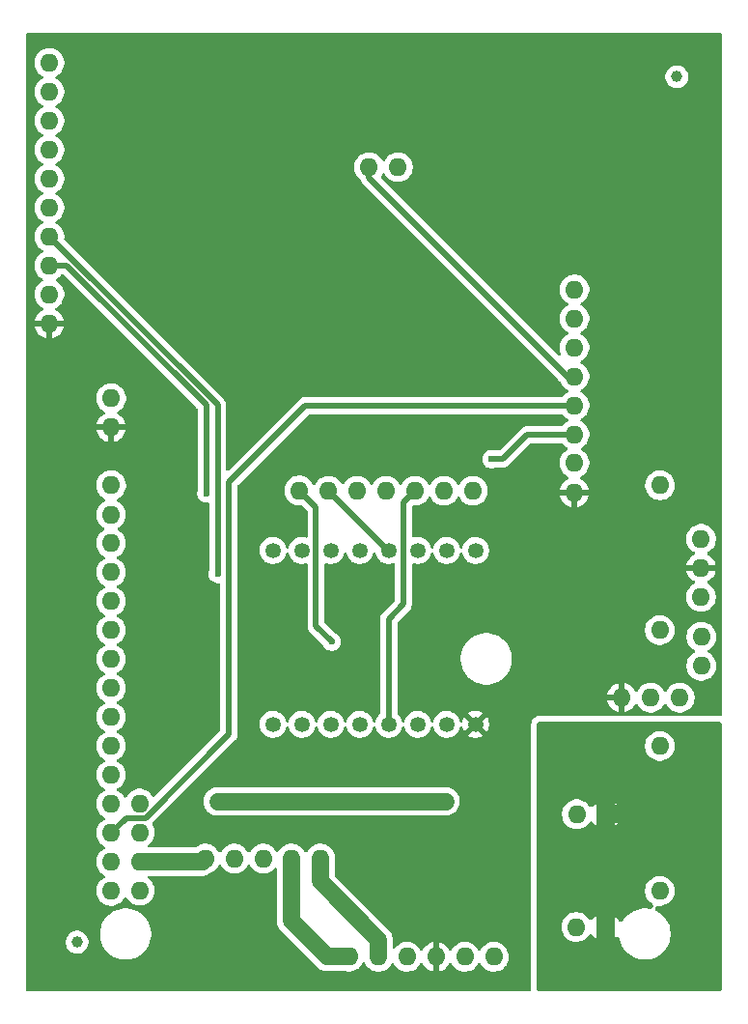
<source format=gbr>
%TF.GenerationSoftware,KiCad,Pcbnew,9.0.5*%
%TF.CreationDate,2025-11-14T12:22:43-06:00*%
%TF.ProjectId,PCBEmbebidos,50434245-6d62-4656-9269-646f732e6b69,rev?*%
%TF.SameCoordinates,Original*%
%TF.FileFunction,Copper,L1,Top*%
%TF.FilePolarity,Positive*%
%FSLAX46Y46*%
G04 Gerber Fmt 4.6, Leading zero omitted, Abs format (unit mm)*
G04 Created by KiCad (PCBNEW 9.0.5) date 2025-11-14 12:22:43*
%MOMM*%
%LPD*%
G01*
G04 APERTURE LIST*
%TA.AperFunction,SMDPad,CuDef*%
%ADD10C,1.000000*%
%TD*%
%TA.AperFunction,ComponentPad*%
%ADD11O,1.600000X1.600000*%
%TD*%
%TA.AperFunction,ComponentPad*%
%ADD12C,1.348000*%
%TD*%
%TA.AperFunction,ViaPad*%
%ADD13C,0.600000*%
%TD*%
%TA.AperFunction,Conductor*%
%ADD14C,0.500000*%
%TD*%
%TA.AperFunction,Conductor*%
%ADD15C,1.500000*%
%TD*%
%TA.AperFunction,Conductor*%
%ADD16C,0.200000*%
%TD*%
G04 APERTURE END LIST*
D10*
%TO.P,REF\u002A\u002A,""*%
%TO.N,N/C*%
X39675617Y-109324383D03*
%TD*%
D11*
%TO.P,Encoder1,1,M+*%
%TO.N,/M+*%
X63525957Y-110600872D03*
%TO.P,Encoder1,2,M-*%
%TO.N,/M-*%
X66100000Y-110620000D03*
%TO.P,Encoder1,3,ENC-*%
%TO.N,/gnd*%
X68600000Y-110620000D03*
%TO.P,Encoder1,4,ENC+*%
%TO.N,/5v*%
X71140000Y-110620000D03*
%TO.P,Encoder1,5,ENCA*%
%TO.N,/enca*%
X73680000Y-110620000D03*
%TO.P,Encoder1,6,ENCB*%
%TO.N,/encb*%
X76220000Y-110620000D03*
%TD*%
D10*
%TO.P,,""*%
%TO.N,N/C*%
X92285255Y-33477705D03*
%TD*%
D11*
%TO.P,battery1,1,bat+*%
%TO.N,/7.4v*%
X86040000Y-98120000D03*
%TO.P,battery1,2,bat-*%
%TO.N,/gnd*%
X83500000Y-98120000D03*
%TD*%
%TO.P,stm1,1,GND*%
%TO.N,/gnd*%
X42657866Y-61670840D03*
%TO.P,stm1,2,VIN*%
%TO.N,/5v*%
X42657866Y-64210840D03*
%TO.P,stm1,3,na*%
%TO.N,unconnected-(stm1-na-Pad3)*%
X42657866Y-69290840D03*
%TO.P,stm1,4,na*%
%TO.N,unconnected-(stm1-na-Pad4)*%
X42638738Y-71864883D03*
%TO.P,stm1,5,na*%
%TO.N,unconnected-(stm1-na-Pad5)*%
X42638738Y-74364883D03*
%TO.P,stm1,6,na*%
%TO.N,unconnected-(stm1-na-Pad6)*%
X42638738Y-76904883D03*
%TO.P,stm1,7,na*%
%TO.N,unconnected-(stm1-na-Pad7)*%
X42638738Y-79444883D03*
%TO.P,stm1,8,na*%
%TO.N,unconnected-(stm1-na-Pad8)*%
X42638738Y-81984883D03*
%TO.P,stm1,9,na*%
%TO.N,unconnected-(stm1-na-Pad9)*%
X42638738Y-84524883D03*
%TO.P,stm1,10,na*%
%TO.N,unconnected-(stm1-na-Pad10)*%
X42638738Y-87064883D03*
%TO.P,stm1,11,na*%
%TO.N,unconnected-(stm1-na-Pad11)*%
X42638738Y-89604883D03*
%TO.P,stm1,12,na*%
%TO.N,unconnected-(stm1-na-Pad12)*%
X42638738Y-92144883D03*
%TO.P,stm1,13,na*%
%TO.N,unconnected-(stm1-na-Pad13)*%
X42638738Y-94684883D03*
%TO.P,stm1,14,na*%
%TO.N,unconnected-(stm1-na-Pad14)*%
X42638738Y-97224883D03*
%TO.P,stm1,15,na*%
%TO.N,/servo*%
X45158190Y-97184055D03*
%TO.P,stm1,16,CAN*%
%TO.N,/crxaldearriba*%
X42638738Y-99764883D03*
%TO.P,stm1,17,ESC*%
%TO.N,unconnected-(stm1-ESC-Pad17)*%
X45158190Y-99724055D03*
%TO.P,stm1,18,CAN*%
%TO.N,/ctxabajo*%
X42638738Y-102304883D03*
%TO.P,stm1,19,SERVO*%
%TO.N,/RECSalESC*%
X45158190Y-102264055D03*
%TO.P,stm1,20,na*%
%TO.N,unconnected-(stm1-na-Pad20)*%
X42638738Y-104844883D03*
%TO.P,stm1,21,na*%
%TO.N,unconnected-(stm1-na-Pad21)*%
X45158190Y-104804055D03*
%TO.P,stm1,S1*%
%TO.N,N/C*%
X90801262Y-69290352D03*
%TO.P,stm1,S2*%
X90782134Y-81984395D03*
%TO.P,stm1,S3*%
X90782134Y-92144395D03*
%TO.P,stm1,S4*%
X90782134Y-104844395D03*
%TD*%
%TO.P,tja1,1,VCC*%
%TO.N,/5v*%
X83276991Y-69909861D03*
%TO.P,tja1,2,GND*%
%TO.N,/gnd*%
X83296119Y-67335818D03*
%TO.P,tja1,3,TXD*%
%TO.N,/ctxabajo*%
X83296119Y-64835818D03*
%TO.P,tja1,4,RXD*%
%TO.N,/crxaldearriba*%
X83296119Y-62295818D03*
%TO.P,tja1,5,CANH*%
%TO.N,/CANH*%
X83296119Y-59755818D03*
%TO.P,tja1,6,CANL*%
%TO.N,/CANL*%
X83296119Y-57215818D03*
%TO.P,tja1,7,S*%
%TO.N,unconnected-(tja1-S-Pad7)*%
X83296119Y-54675818D03*
%TO.P,tja1,8,VIO*%
%TO.N,unconnected-(tja1-VIO-Pad8)*%
X83296119Y-52135818D03*
%TD*%
%TO.P,mpu1,1,VCC*%
%TO.N,/5v*%
X37220000Y-55120000D03*
%TO.P,mpu1,2,GND*%
%TO.N,/gnd*%
X37239128Y-52545957D03*
%TO.P,mpu1,3,SCL/SCLK*%
%TO.N,/sclMPU*%
X37239128Y-50045957D03*
%TO.P,mpu1,4,SDA/MOSI*%
%TO.N,/sdaMPU*%
X37239128Y-47505957D03*
%TO.P,mpu1,5,AUX_DA*%
%TO.N,unconnected-(mpu1-AUX_DA-Pad5)*%
X37239128Y-44965957D03*
%TO.P,mpu1,6,AUX_CL*%
%TO.N,unconnected-(mpu1-AUX_CL-Pad6)*%
X37239128Y-42425957D03*
%TO.P,mpu1,7,AD0/MISO*%
%TO.N,unconnected-(mpu1-AD0{slash}MISO-Pad7)*%
X37239128Y-39885957D03*
%TO.P,mpu1,8,INT*%
%TO.N,unconnected-(mpu1-INT-Pad8)*%
X37239128Y-37345957D03*
%TO.P,mpu1,9,NCS*%
%TO.N,unconnected-(mpu1-NCS-Pad9)*%
X37239128Y-34805957D03*
%TO.P,mpu1,10,FSYNC*%
%TO.N,unconnected-(mpu1-FSYNC-Pad10)*%
X37239128Y-32265957D03*
%TD*%
%TO.P,Servo1,1,S*%
%TO.N,/servo*%
X94413682Y-79065246D03*
%TO.P,Servo1,2,VI*%
%TO.N,/5v*%
X94413682Y-76525246D03*
%TO.P,Servo1,3,GND*%
%TO.N,/gnd*%
X94413682Y-73985246D03*
%TD*%
%TO.P,ESC2,1,ESC+*%
%TO.N,/7.4v*%
X86000000Y-108000000D03*
%TO.P,ESC2,2,ESC-*%
%TO.N,/gnd*%
X83460000Y-108000000D03*
%TO.P,ESC2,3,REC-*%
X56000000Y-102000000D03*
X56000000Y-102000000D03*
%TO.P,ESC2,4,REC+*%
%TO.N,unconnected-(ESC2-REC+-Pad4)*%
X53460000Y-102000000D03*
X53460000Y-102000000D03*
%TO.P,ESC2,5,RECS*%
%TO.N,/RECSalESC*%
X50920000Y-102000000D03*
%TO.P,ESC2,6,M-*%
%TO.N,/M-*%
X61000000Y-102000000D03*
%TO.P,ESC2,7,M+*%
%TO.N,/M+*%
X58460000Y-102000000D03*
%TD*%
%TO.P,Regulador1,1,VO*%
%TO.N,/5v*%
X87456433Y-87906776D03*
%TO.P,Regulador1,2,GND*%
%TO.N,/gnd*%
X89996433Y-87906776D03*
%TO.P,Regulador1,3,VI*%
%TO.N,/9v*%
X92536433Y-87906776D03*
%TD*%
%TO.P,bat1,1,bat+*%
%TO.N,/9v*%
X94422198Y-85111555D03*
%TO.P,bat1,2,bat-*%
%TO.N,/gnd*%
X94422198Y-82571555D03*
%TD*%
D12*
%TO.P,U1,0,GPIO0*%
%TO.N,/enca*%
X56840000Y-90240000D03*
%TO.P,U1,1,GPIO1*%
%TO.N,/encb*%
X59380000Y-90240000D03*
%TO.P,U1,2,GPIO2*%
%TO.N,/can0_int*%
X61920000Y-90240000D03*
%TO.P,U1,3,GPIO3*%
%TO.N,unconnected-(U1-GPIO3-Pad3)*%
X64460000Y-90240000D03*
%TO.P,U1,3.3,3V3*%
%TO.N,/3.3v*%
X69540000Y-90240000D03*
%TO.P,U1,4,GPIO4*%
%TO.N,/cs4*%
X67000000Y-90240000D03*
%TO.P,U1,5,GPIO5*%
%TO.N,unconnected-(U1-GPIO5-Pad5)*%
X74620000Y-75000000D03*
%TO.P,U1,5V,5V*%
%TO.N,/5v*%
X74620000Y-90240000D03*
%TO.P,U1,6,GPIO6*%
%TO.N,/sdaMPU*%
X72080000Y-75000000D03*
%TO.P,U1,7,GPIO7*%
%TO.N,/sclMPU*%
X69540000Y-75000000D03*
%TO.P,U1,8,GPIO8*%
%TO.N,/8sck*%
X67000000Y-75000000D03*
%TO.P,U1,9,GPIO9*%
%TO.N,/9so*%
X64460000Y-75000000D03*
%TO.P,U1,10,GPIO10*%
%TO.N,/10si*%
X61920000Y-75000000D03*
%TO.P,U1,20,GPIO20*%
%TO.N,unconnected-(U1-GPIO20-Pad20)*%
X59380000Y-75000000D03*
%TO.P,U1,21,GPIO21*%
%TO.N,unconnected-(U1-GPIO21-Pad21)*%
X56840000Y-75000000D03*
%TO.P,U1,G,GND*%
%TO.N,/gnd*%
X72080000Y-90240000D03*
%TD*%
D11*
%TO.P,MCP1,1,~{INT}*%
%TO.N,/can0_int*%
X59160445Y-69740827D03*
%TO.P,MCP1,2,SCK*%
%TO.N,/8sck*%
X61734488Y-69759955D03*
%TO.P,MCP1,3,SI*%
%TO.N,/10si*%
X64234488Y-69759955D03*
%TO.P,MCP1,4,SO*%
%TO.N,/9so*%
X66774488Y-69759955D03*
%TO.P,MCP1,5,~{CS}*%
%TO.N,/cs4*%
X69314488Y-69759955D03*
%TO.P,MCP1,6,GND*%
%TO.N,/gnd*%
X71854488Y-69759955D03*
%TO.P,MCP1,7,VCC*%
%TO.N,/3.3v*%
X74394488Y-69759955D03*
%TO.P,MCP1,8,CANH*%
%TO.N,/CANH*%
X65289387Y-41399888D03*
%TO.P,MCP1,9,CANL*%
%TO.N,/CANL*%
X67829387Y-41399888D03*
%TD*%
D13*
%TO.N,/can0_int*%
X62000000Y-83000000D03*
%TO.N,/sdaMPU*%
X52000000Y-77060662D03*
%TO.N,/sclMPU*%
X51000000Y-70000000D03*
%TO.N,/ctxabajo*%
X76000000Y-67000000D03*
%TO.N,/servo*%
X72000000Y-97000000D03*
X52000000Y-97000000D03*
%TD*%
D14*
%TO.N,/can0_int*%
X59160445Y-69740827D02*
X60631337Y-71211719D01*
X60631337Y-71211719D02*
X60631337Y-81631337D01*
X60631337Y-81631337D02*
X62000000Y-83000000D01*
%TO.N,/cs4*%
X68292185Y-70782258D02*
X68292185Y-79707815D01*
X69314488Y-69759955D02*
X68292185Y-70782258D01*
X68292185Y-79707815D02*
X67000000Y-81000000D01*
X67000000Y-81000000D02*
X67000000Y-90240000D01*
%TO.N,/sdaMPU*%
X52000000Y-77060662D02*
X52000000Y-62266829D01*
X52000000Y-62266829D02*
X37239128Y-47505957D01*
%TO.N,/sclMPU*%
X37239128Y-50045957D02*
X38787764Y-50045957D01*
X38787764Y-50045957D02*
X51000000Y-62258193D01*
X51000000Y-62258193D02*
X51000000Y-70000000D01*
D15*
%TO.N,/M+*%
X63525957Y-110600872D02*
X61600872Y-110600872D01*
X61600872Y-110600872D02*
X58460000Y-107460000D01*
X58460000Y-107460000D02*
X58460000Y-102000000D01*
%TO.N,/M-*%
X66100000Y-109100000D02*
X61000000Y-104000000D01*
X66100000Y-110620000D02*
X66100000Y-109100000D01*
X61000000Y-104000000D02*
X61000000Y-102000000D01*
D14*
%TO.N,/CANH*%
X65289387Y-41399888D02*
X65289387Y-42344638D01*
X82700567Y-59755818D02*
X83296119Y-59755818D01*
X65289387Y-42344638D02*
X82700567Y-59755818D01*
%TO.N,/crxaldearriba*%
X59704182Y-62295818D02*
X83296119Y-62295818D01*
X43968566Y-98435055D02*
X45676372Y-98435055D01*
X53000000Y-69000000D02*
X59704182Y-62295818D01*
X53000000Y-91111427D02*
X53000000Y-69000000D01*
X45676372Y-98435055D02*
X53000000Y-91111427D01*
X42638738Y-99764883D02*
X43968566Y-98435055D01*
%TO.N,/ctxabajo*%
X79164182Y-64835818D02*
X83296119Y-64835818D01*
X76000000Y-67000000D02*
X77000000Y-67000000D01*
X77000000Y-67000000D02*
X79164182Y-64835818D01*
D16*
%TO.N,/8sck*%
X66974533Y-75000000D02*
X67000000Y-75000000D01*
D14*
X61734488Y-69759955D02*
X66974533Y-75000000D01*
D15*
%TO.N,/RECSalESC*%
X45158190Y-102264055D02*
X50655945Y-102264055D01*
X50655945Y-102264055D02*
X50920000Y-102000000D01*
%TO.N,/servo*%
X72000000Y-97000000D02*
X52000000Y-97000000D01*
%TD*%
%TA.AperFunction,Conductor*%
%TO.N,/7.4v*%
G36*
X96065788Y-90018954D02*
G01*
X96146570Y-90072930D01*
X96200546Y-90153712D01*
X96219500Y-90249000D01*
X96219500Y-113370500D01*
X96200546Y-113465788D01*
X96146570Y-113546570D01*
X96065788Y-113600546D01*
X95970500Y-113619500D01*
X80249000Y-113619500D01*
X80153712Y-113600546D01*
X80072930Y-113546570D01*
X80018954Y-113465788D01*
X80000000Y-113370500D01*
X80000000Y-107897638D01*
X82159500Y-107897638D01*
X82159500Y-108102361D01*
X82191522Y-108304531D01*
X82254778Y-108499214D01*
X82254782Y-108499224D01*
X82344564Y-108675430D01*
X82347713Y-108681610D01*
X82468034Y-108847219D01*
X82612781Y-108991966D01*
X82778390Y-109112287D01*
X82960781Y-109205220D01*
X83155466Y-109268477D01*
X83226575Y-109279739D01*
X83357638Y-109300499D01*
X83357645Y-109300499D01*
X83357648Y-109300500D01*
X83357651Y-109300500D01*
X83562349Y-109300500D01*
X83562352Y-109300500D01*
X83562355Y-109300499D01*
X83562361Y-109300499D01*
X83657870Y-109285371D01*
X83764534Y-109268477D01*
X83959219Y-109205220D01*
X84141610Y-109112287D01*
X84307219Y-108991966D01*
X84451966Y-108847219D01*
X84528865Y-108741374D01*
X84600204Y-108675430D01*
X84691354Y-108641802D01*
X84788434Y-108645615D01*
X84876665Y-108686289D01*
X84931753Y-108741377D01*
X85008412Y-108846889D01*
X85153111Y-108991588D01*
X85199999Y-109025653D01*
X85200000Y-109025653D01*
X85200000Y-107934174D01*
X85500000Y-107934174D01*
X85500000Y-108065826D01*
X85534075Y-108192993D01*
X85599901Y-108307007D01*
X85692993Y-108400099D01*
X85807007Y-108465925D01*
X85934174Y-108500000D01*
X86065826Y-108500000D01*
X86192993Y-108465925D01*
X86307007Y-108400099D01*
X86400099Y-108307007D01*
X86465925Y-108192993D01*
X86500000Y-108065826D01*
X86500000Y-107934174D01*
X86465925Y-107807007D01*
X86400099Y-107692993D01*
X86307007Y-107599901D01*
X86192993Y-107534075D01*
X86065826Y-107500000D01*
X85934174Y-107500000D01*
X85807007Y-107534075D01*
X85692993Y-107599901D01*
X85599901Y-107692993D01*
X85534075Y-107807007D01*
X85500000Y-107934174D01*
X85200000Y-107934174D01*
X85200000Y-106974345D01*
X86800000Y-106974345D01*
X86800000Y-109025653D01*
X86846890Y-108991587D01*
X86870963Y-108967514D01*
X86951743Y-108913537D01*
X87047031Y-108894581D01*
X87142319Y-108913533D01*
X87223102Y-108967509D01*
X87277079Y-109048289D01*
X87287551Y-109079135D01*
X87358422Y-109343631D01*
X87471314Y-109616178D01*
X87471316Y-109616182D01*
X87471318Y-109616186D01*
X87618823Y-109871673D01*
X87798415Y-110105721D01*
X88007019Y-110314325D01*
X88241067Y-110493917D01*
X88496554Y-110641422D01*
X88769109Y-110754318D01*
X89054068Y-110830672D01*
X89273433Y-110859552D01*
X89346554Y-110869179D01*
X89346555Y-110869179D01*
X89641568Y-110869179D01*
X89690314Y-110862761D01*
X89934054Y-110830672D01*
X90219013Y-110754318D01*
X90491568Y-110641422D01*
X90747055Y-110493917D01*
X90981103Y-110314325D01*
X91189707Y-110105721D01*
X91369299Y-109871673D01*
X91516804Y-109616186D01*
X91629700Y-109343631D01*
X91706054Y-109058672D01*
X91744561Y-108766185D01*
X91744561Y-108471173D01*
X91706054Y-108178686D01*
X91629700Y-107893727D01*
X91516804Y-107621172D01*
X91369299Y-107365685D01*
X91206184Y-107153110D01*
X91189711Y-107131642D01*
X91189710Y-107131641D01*
X91189707Y-107131637D01*
X90981103Y-106923033D01*
X90981098Y-106923029D01*
X90981097Y-106923028D01*
X90747055Y-106743441D01*
X90747050Y-106743438D01*
X90507350Y-106605048D01*
X90434304Y-106540989D01*
X90391334Y-106453854D01*
X90384979Y-106356907D01*
X90416208Y-106264908D01*
X90480267Y-106191862D01*
X90567402Y-106148892D01*
X90664349Y-106142537D01*
X90670803Y-106143472D01*
X90679782Y-106144895D01*
X90679785Y-106144895D01*
X90884483Y-106144895D01*
X90884486Y-106144895D01*
X90884489Y-106144894D01*
X90884495Y-106144894D01*
X90980004Y-106129766D01*
X91086668Y-106112872D01*
X91281353Y-106049615D01*
X91463744Y-105956682D01*
X91629353Y-105836361D01*
X91774100Y-105691614D01*
X91894421Y-105526005D01*
X91987354Y-105343614D01*
X92050611Y-105148929D01*
X92082634Y-104946747D01*
X92082634Y-104742043D01*
X92082633Y-104742040D01*
X92082633Y-104742033D01*
X92050611Y-104539863D01*
X92050611Y-104539861D01*
X91987354Y-104345176D01*
X91894421Y-104162785D01*
X91774100Y-103997176D01*
X91629353Y-103852429D01*
X91463744Y-103732108D01*
X91463743Y-103732107D01*
X91463741Y-103732106D01*
X91281358Y-103639177D01*
X91281348Y-103639173D01*
X91086665Y-103575917D01*
X90884495Y-103543895D01*
X90884486Y-103543895D01*
X90679782Y-103543895D01*
X90679772Y-103543895D01*
X90477602Y-103575917D01*
X90282919Y-103639173D01*
X90282909Y-103639177D01*
X90100526Y-103732106D01*
X89934913Y-103852430D01*
X89790169Y-103997174D01*
X89669845Y-104162787D01*
X89576916Y-104345170D01*
X89576912Y-104345180D01*
X89513656Y-104539863D01*
X89481634Y-104742033D01*
X89481634Y-104946756D01*
X89513656Y-105148926D01*
X89576912Y-105343609D01*
X89576916Y-105343619D01*
X89669845Y-105526002D01*
X89669847Y-105526005D01*
X89790168Y-105691614D01*
X89934915Y-105836361D01*
X90100524Y-105956682D01*
X90100527Y-105956683D01*
X90100620Y-105956751D01*
X90166569Y-106028094D01*
X90200196Y-106119244D01*
X90196382Y-106216324D01*
X90155708Y-106304555D01*
X90084365Y-106370504D01*
X89993215Y-106404131D01*
X89921761Y-106405067D01*
X89641568Y-106368179D01*
X89641567Y-106368179D01*
X89346555Y-106368179D01*
X89346554Y-106368179D01*
X89054072Y-106406685D01*
X88769110Y-106483039D01*
X88496561Y-106595932D01*
X88496557Y-106595934D01*
X88241071Y-106743438D01*
X88241066Y-106743441D01*
X88007024Y-106923028D01*
X87798410Y-107131642D01*
X87618823Y-107365684D01*
X87618817Y-107365693D01*
X87591552Y-107412918D01*
X87527493Y-107485962D01*
X87440357Y-107528932D01*
X87343410Y-107535285D01*
X87251411Y-107504055D01*
X87178367Y-107439996D01*
X87154052Y-107401459D01*
X87111857Y-107318646D01*
X86991587Y-107153110D01*
X86846890Y-107008413D01*
X86800000Y-106974345D01*
X85200000Y-106974345D01*
X85153109Y-107008413D01*
X85008411Y-107153111D01*
X84931752Y-107258623D01*
X84860409Y-107324571D01*
X84769259Y-107358198D01*
X84672179Y-107354383D01*
X84583948Y-107313707D01*
X84528864Y-107258623D01*
X84451966Y-107152781D01*
X84307219Y-107008034D01*
X84141610Y-106887713D01*
X84141609Y-106887712D01*
X84141607Y-106887711D01*
X83959224Y-106794782D01*
X83959214Y-106794778D01*
X83764531Y-106731522D01*
X83562361Y-106699500D01*
X83562352Y-106699500D01*
X83357648Y-106699500D01*
X83357638Y-106699500D01*
X83155468Y-106731522D01*
X82960785Y-106794778D01*
X82960775Y-106794782D01*
X82778392Y-106887711D01*
X82612779Y-107008035D01*
X82468035Y-107152779D01*
X82347711Y-107318392D01*
X82254782Y-107500775D01*
X82254778Y-107500785D01*
X82191522Y-107695468D01*
X82159500Y-107897638D01*
X80000000Y-107897638D01*
X80000000Y-98017638D01*
X82199500Y-98017638D01*
X82199500Y-98222361D01*
X82231522Y-98424531D01*
X82294778Y-98619214D01*
X82294782Y-98619224D01*
X82384564Y-98795430D01*
X82387713Y-98801610D01*
X82508034Y-98967219D01*
X82652781Y-99111966D01*
X82818390Y-99232287D01*
X83000781Y-99325220D01*
X83195466Y-99388477D01*
X83266575Y-99399739D01*
X83397638Y-99420499D01*
X83397645Y-99420499D01*
X83397648Y-99420500D01*
X83397651Y-99420500D01*
X83602349Y-99420500D01*
X83602352Y-99420500D01*
X83602355Y-99420499D01*
X83602361Y-99420499D01*
X83697870Y-99405371D01*
X83804534Y-99388477D01*
X83999219Y-99325220D01*
X84181610Y-99232287D01*
X84347219Y-99111966D01*
X84491966Y-98967219D01*
X84568865Y-98861374D01*
X84640204Y-98795430D01*
X84731354Y-98761802D01*
X84828434Y-98765615D01*
X84916665Y-98806289D01*
X84971753Y-98861377D01*
X85048412Y-98966889D01*
X85193111Y-99111588D01*
X85239999Y-99145653D01*
X85240000Y-99145653D01*
X85240000Y-98920001D01*
X86840000Y-98920001D01*
X86840000Y-99145653D01*
X86886888Y-99111588D01*
X87031586Y-98966890D01*
X87065655Y-98920000D01*
X86840001Y-98920000D01*
X86840000Y-98920001D01*
X85240000Y-98920001D01*
X85240000Y-98054174D01*
X85540000Y-98054174D01*
X85540000Y-98185826D01*
X85574075Y-98312993D01*
X85639901Y-98427007D01*
X85732993Y-98520099D01*
X85847007Y-98585925D01*
X85974174Y-98620000D01*
X86105826Y-98620000D01*
X86232993Y-98585925D01*
X86347007Y-98520099D01*
X86440099Y-98427007D01*
X86505925Y-98312993D01*
X86540000Y-98185826D01*
X86540000Y-98054174D01*
X86505925Y-97927007D01*
X86440099Y-97812993D01*
X86347007Y-97719901D01*
X86232993Y-97654075D01*
X86105826Y-97620000D01*
X85974174Y-97620000D01*
X85847007Y-97654075D01*
X85732993Y-97719901D01*
X85639901Y-97812993D01*
X85574075Y-97927007D01*
X85540000Y-98054174D01*
X85240000Y-98054174D01*
X85240000Y-97319999D01*
X86840000Y-97319999D01*
X86840001Y-97320000D01*
X87065654Y-97320000D01*
X87031586Y-97273109D01*
X86886890Y-97128413D01*
X86840000Y-97094345D01*
X86840000Y-97319999D01*
X85240000Y-97319999D01*
X85240000Y-97094345D01*
X85193109Y-97128413D01*
X85048411Y-97273111D01*
X84971752Y-97378623D01*
X84900409Y-97444571D01*
X84809259Y-97478198D01*
X84712179Y-97474383D01*
X84623948Y-97433707D01*
X84568864Y-97378623D01*
X84491966Y-97272781D01*
X84347219Y-97128034D01*
X84181610Y-97007713D01*
X84181609Y-97007712D01*
X84181607Y-97007711D01*
X83999224Y-96914782D01*
X83999214Y-96914778D01*
X83804531Y-96851522D01*
X83602361Y-96819500D01*
X83602352Y-96819500D01*
X83397648Y-96819500D01*
X83397638Y-96819500D01*
X83195468Y-96851522D01*
X83000785Y-96914778D01*
X83000775Y-96914782D01*
X82818392Y-97007711D01*
X82652779Y-97128035D01*
X82508035Y-97272779D01*
X82387711Y-97438392D01*
X82294782Y-97620775D01*
X82294778Y-97620785D01*
X82231522Y-97815468D01*
X82199500Y-98017638D01*
X80000000Y-98017638D01*
X80000000Y-92042033D01*
X89481634Y-92042033D01*
X89481634Y-92246756D01*
X89513656Y-92448926D01*
X89576912Y-92643609D01*
X89576916Y-92643619D01*
X89669845Y-92826002D01*
X89669847Y-92826005D01*
X89790168Y-92991614D01*
X89934915Y-93136361D01*
X90100524Y-93256682D01*
X90282915Y-93349615D01*
X90477600Y-93412872D01*
X90548709Y-93424134D01*
X90679772Y-93444894D01*
X90679779Y-93444894D01*
X90679782Y-93444895D01*
X90679785Y-93444895D01*
X90884483Y-93444895D01*
X90884486Y-93444895D01*
X90884489Y-93444894D01*
X90884495Y-93444894D01*
X90980004Y-93429766D01*
X91086668Y-93412872D01*
X91281353Y-93349615D01*
X91463744Y-93256682D01*
X91629353Y-93136361D01*
X91774100Y-92991614D01*
X91894421Y-92826005D01*
X91987354Y-92643614D01*
X92050611Y-92448929D01*
X92082634Y-92246747D01*
X92082634Y-92042043D01*
X92082633Y-92042040D01*
X92082633Y-92042033D01*
X92050611Y-91839863D01*
X92050611Y-91839861D01*
X91987354Y-91645176D01*
X91894421Y-91462785D01*
X91774100Y-91297176D01*
X91629353Y-91152429D01*
X91463744Y-91032108D01*
X91463743Y-91032107D01*
X91463741Y-91032106D01*
X91281358Y-90939177D01*
X91281348Y-90939173D01*
X91086665Y-90875917D01*
X90884495Y-90843895D01*
X90884486Y-90843895D01*
X90679782Y-90843895D01*
X90679772Y-90843895D01*
X90477602Y-90875917D01*
X90282919Y-90939173D01*
X90282909Y-90939177D01*
X90100526Y-91032106D01*
X89934913Y-91152430D01*
X89790169Y-91297174D01*
X89669845Y-91462787D01*
X89576916Y-91645170D01*
X89576912Y-91645180D01*
X89513656Y-91839863D01*
X89481634Y-92042033D01*
X80000000Y-92042033D01*
X80000000Y-90249000D01*
X80018954Y-90153712D01*
X80072930Y-90072930D01*
X80153712Y-90018954D01*
X80249000Y-90000000D01*
X95970500Y-90000000D01*
X96065788Y-90018954D01*
G37*
%TD.AperFunction*%
%TD*%
%TA.AperFunction,Conductor*%
%TO.N,/5v*%
G36*
X96162539Y-29640185D02*
G01*
X96208294Y-29692989D01*
X96219500Y-29744500D01*
X96219500Y-89383031D01*
X96199815Y-89450070D01*
X96147011Y-89495825D01*
X96077853Y-89505769D01*
X96071322Y-89504651D01*
X96069115Y-89504212D01*
X95992046Y-89496622D01*
X95970500Y-89494500D01*
X80249000Y-89494500D01*
X80227453Y-89496622D01*
X80150385Y-89504212D01*
X80055091Y-89523167D01*
X80055070Y-89523172D01*
X80002672Y-89536546D01*
X80002667Y-89536548D01*
X79872873Y-89598644D01*
X79872869Y-89598647D01*
X79792087Y-89652623D01*
X79748771Y-89685050D01*
X79748767Y-89685053D01*
X79748765Y-89685054D01*
X79748764Y-89685056D01*
X79652625Y-89792086D01*
X79652620Y-89792092D01*
X79598646Y-89872869D01*
X79598643Y-89872874D01*
X79571037Y-89919401D01*
X79571036Y-89919403D01*
X79523166Y-90055095D01*
X79523166Y-90055096D01*
X79504212Y-90150383D01*
X79504212Y-90150384D01*
X79494500Y-90249002D01*
X79494500Y-113370497D01*
X79504212Y-113469114D01*
X79504647Y-113471299D01*
X79504605Y-113471763D01*
X79504658Y-113472118D01*
X79504572Y-113472130D01*
X79498425Y-113540891D01*
X79455567Y-113596072D01*
X79389679Y-113619322D01*
X79383032Y-113619500D01*
X35344500Y-113619500D01*
X35277461Y-113599815D01*
X35231706Y-113547011D01*
X35220500Y-113495500D01*
X35220500Y-109422926D01*
X38675116Y-109422926D01*
X38713564Y-109616212D01*
X38713567Y-109616222D01*
X38788981Y-109798290D01*
X38788988Y-109798303D01*
X38898477Y-109962164D01*
X38898480Y-109962168D01*
X39037831Y-110101519D01*
X39037835Y-110101522D01*
X39201696Y-110211011D01*
X39201709Y-110211018D01*
X39312866Y-110257060D01*
X39383782Y-110286434D01*
X39383786Y-110286434D01*
X39383787Y-110286435D01*
X39577073Y-110324883D01*
X39577076Y-110324883D01*
X39774160Y-110324883D01*
X39917662Y-110296338D01*
X39967452Y-110286434D01*
X40149531Y-110211015D01*
X40313399Y-110101522D01*
X40452756Y-109962165D01*
X40562249Y-109798297D01*
X40637668Y-109616218D01*
X40676117Y-109422924D01*
X40676117Y-109225842D01*
X40676117Y-109225839D01*
X40637669Y-109032553D01*
X40637668Y-109032552D01*
X40637668Y-109032548D01*
X40624842Y-109001583D01*
X40562252Y-108850475D01*
X40562245Y-108850462D01*
X40452756Y-108686601D01*
X40452753Y-108686597D01*
X40313402Y-108547246D01*
X40313398Y-108547243D01*
X40200260Y-108471646D01*
X41681652Y-108471646D01*
X41681652Y-108766673D01*
X41712579Y-109001577D01*
X41720159Y-109059153D01*
X41796320Y-109343390D01*
X41796513Y-109344111D01*
X41796516Y-109344121D01*
X41909406Y-109616660D01*
X41909410Y-109616670D01*
X42056913Y-109872153D01*
X42236504Y-110106200D01*
X42236510Y-110106207D01*
X42445104Y-110314801D01*
X42445111Y-110314807D01*
X42679158Y-110494398D01*
X42934641Y-110641901D01*
X42934642Y-110641901D01*
X42934645Y-110641903D01*
X43207200Y-110754799D01*
X43492159Y-110831153D01*
X43784646Y-110869660D01*
X43784653Y-110869660D01*
X44079651Y-110869660D01*
X44079658Y-110869660D01*
X44372145Y-110831153D01*
X44657104Y-110754799D01*
X44929659Y-110641903D01*
X45185146Y-110494398D01*
X45419194Y-110314806D01*
X45627798Y-110106202D01*
X45807390Y-109872154D01*
X45954895Y-109616667D01*
X46067791Y-109344112D01*
X46144145Y-109059153D01*
X46182652Y-108766666D01*
X46182652Y-108471654D01*
X46144145Y-108179167D01*
X46067791Y-107894208D01*
X45954895Y-107621653D01*
X45807390Y-107366166D01*
X45627798Y-107132118D01*
X45627793Y-107132112D01*
X45419199Y-106923518D01*
X45419192Y-106923512D01*
X45185145Y-106743921D01*
X44929662Y-106596418D01*
X44929652Y-106596414D01*
X44657113Y-106483524D01*
X44657106Y-106483522D01*
X44657104Y-106483521D01*
X44372145Y-106407167D01*
X44323265Y-106400731D01*
X44079665Y-106368660D01*
X44079658Y-106368660D01*
X43784646Y-106368660D01*
X43784638Y-106368660D01*
X43506237Y-106405313D01*
X43492159Y-106407167D01*
X43207200Y-106483521D01*
X43207190Y-106483524D01*
X42934651Y-106596414D01*
X42934641Y-106596418D01*
X42679158Y-106743921D01*
X42445111Y-106923512D01*
X42445104Y-106923518D01*
X42236510Y-107132112D01*
X42236504Y-107132119D01*
X42056913Y-107366166D01*
X41909410Y-107621649D01*
X41909406Y-107621659D01*
X41796516Y-107894198D01*
X41796513Y-107894208D01*
X41758692Y-108035361D01*
X41720160Y-108179164D01*
X41720158Y-108179175D01*
X41681652Y-108471646D01*
X40200260Y-108471646D01*
X40149537Y-108437754D01*
X40149524Y-108437747D01*
X39967456Y-108362333D01*
X39967446Y-108362330D01*
X39774160Y-108323883D01*
X39774158Y-108323883D01*
X39577076Y-108323883D01*
X39577074Y-108323883D01*
X39383787Y-108362330D01*
X39383777Y-108362333D01*
X39201709Y-108437747D01*
X39201696Y-108437754D01*
X39037835Y-108547243D01*
X39037831Y-108547246D01*
X38898480Y-108686597D01*
X38898477Y-108686601D01*
X38788988Y-108850462D01*
X38788981Y-108850475D01*
X38713567Y-109032543D01*
X38713564Y-109032553D01*
X38675117Y-109225839D01*
X38675117Y-109225842D01*
X38675117Y-109422924D01*
X38675117Y-109422926D01*
X38675116Y-109422926D01*
X35220500Y-109422926D01*
X35220500Y-61568488D01*
X41357366Y-61568488D01*
X41357366Y-61773191D01*
X41389388Y-61975374D01*
X41452647Y-62170063D01*
X41545581Y-62352453D01*
X41665894Y-62518053D01*
X41810652Y-62662811D01*
X41965615Y-62775396D01*
X41976256Y-62783127D01*
X42048290Y-62819830D01*
X42069495Y-62830635D01*
X42120291Y-62878610D01*
X42137086Y-62946431D01*
X42114548Y-63012566D01*
X42069495Y-63051605D01*
X41976516Y-63098980D01*
X41810971Y-63219257D01*
X41810970Y-63219257D01*
X41666283Y-63363944D01*
X41666283Y-63363945D01*
X41546006Y-63529490D01*
X41453110Y-63711810D01*
X41389875Y-63906426D01*
X41381257Y-63960840D01*
X42224854Y-63960840D01*
X42191941Y-64017847D01*
X42157866Y-64145014D01*
X42157866Y-64276666D01*
X42191941Y-64403833D01*
X42224854Y-64460840D01*
X41381257Y-64460840D01*
X41389875Y-64515253D01*
X41453110Y-64709869D01*
X41546006Y-64892189D01*
X41666283Y-65057734D01*
X41666283Y-65057735D01*
X41810970Y-65202422D01*
X41976516Y-65322699D01*
X42158834Y-65415594D01*
X42353444Y-65478828D01*
X42407866Y-65487447D01*
X42407866Y-64643852D01*
X42464873Y-64676765D01*
X42592040Y-64710840D01*
X42723692Y-64710840D01*
X42850859Y-64676765D01*
X42907866Y-64643852D01*
X42907866Y-65487446D01*
X42962287Y-65478828D01*
X43156897Y-65415594D01*
X43339215Y-65322699D01*
X43504760Y-65202422D01*
X43504761Y-65202422D01*
X43649448Y-65057735D01*
X43649448Y-65057734D01*
X43769725Y-64892189D01*
X43862621Y-64709869D01*
X43925856Y-64515253D01*
X43934475Y-64460840D01*
X43090878Y-64460840D01*
X43123791Y-64403833D01*
X43157866Y-64276666D01*
X43157866Y-64145014D01*
X43123791Y-64017847D01*
X43090878Y-63960840D01*
X43934475Y-63960840D01*
X43925856Y-63906426D01*
X43862621Y-63711810D01*
X43769725Y-63529490D01*
X43649448Y-63363945D01*
X43649448Y-63363944D01*
X43504761Y-63219257D01*
X43339215Y-63098980D01*
X43246236Y-63051605D01*
X43195440Y-63003630D01*
X43178645Y-62935809D01*
X43201182Y-62869675D01*
X43246236Y-62830635D01*
X43339476Y-62783127D01*
X43360636Y-62767753D01*
X43505079Y-62662811D01*
X43505081Y-62662808D01*
X43505085Y-62662806D01*
X43649832Y-62518059D01*
X43649834Y-62518055D01*
X43649837Y-62518053D01*
X43702598Y-62445430D01*
X43770153Y-62352450D01*
X43863086Y-62170059D01*
X43926343Y-61975374D01*
X43958366Y-61773192D01*
X43958366Y-61568488D01*
X43926343Y-61366306D01*
X43906050Y-61303852D01*
X43866956Y-61183533D01*
X43863086Y-61171621D01*
X43863084Y-61171618D01*
X43863084Y-61171616D01*
X43821803Y-61090598D01*
X43770153Y-60989230D01*
X43751320Y-60963308D01*
X43649837Y-60823626D01*
X43505079Y-60678868D01*
X43339479Y-60558555D01*
X43339478Y-60558554D01*
X43339476Y-60558553D01*
X43282519Y-60529531D01*
X43157089Y-60465621D01*
X42962400Y-60402362D01*
X42787861Y-60374718D01*
X42760218Y-60370340D01*
X42555514Y-60370340D01*
X42531195Y-60374191D01*
X42353331Y-60402362D01*
X42158642Y-60465621D01*
X41976252Y-60558555D01*
X41810652Y-60678868D01*
X41665894Y-60823626D01*
X41545581Y-60989226D01*
X41452647Y-61171616D01*
X41389388Y-61366305D01*
X41357366Y-61568488D01*
X35220500Y-61568488D01*
X35220500Y-32163605D01*
X35938628Y-32163605D01*
X35938628Y-32368308D01*
X35970650Y-32570491D01*
X36033909Y-32765180D01*
X36126843Y-32947570D01*
X36247156Y-33113170D01*
X36391914Y-33257928D01*
X36546877Y-33370513D01*
X36557518Y-33378244D01*
X36648968Y-33424840D01*
X36650208Y-33425472D01*
X36701004Y-33473447D01*
X36717799Y-33541268D01*
X36695262Y-33607403D01*
X36650208Y-33646442D01*
X36557514Y-33693672D01*
X36391914Y-33813985D01*
X36247156Y-33958743D01*
X36126843Y-34124343D01*
X36033909Y-34306733D01*
X35970650Y-34501422D01*
X35938628Y-34703605D01*
X35938628Y-34908308D01*
X35970650Y-35110491D01*
X36033909Y-35305180D01*
X36126843Y-35487570D01*
X36247156Y-35653170D01*
X36391914Y-35797928D01*
X36546877Y-35910513D01*
X36557518Y-35918244D01*
X36648968Y-35964840D01*
X36650208Y-35965472D01*
X36701004Y-36013447D01*
X36717799Y-36081268D01*
X36695262Y-36147403D01*
X36650208Y-36186442D01*
X36557514Y-36233672D01*
X36391914Y-36353985D01*
X36247156Y-36498743D01*
X36126843Y-36664343D01*
X36033909Y-36846733D01*
X35970650Y-37041422D01*
X35938628Y-37243605D01*
X35938628Y-37448308D01*
X35970650Y-37650491D01*
X36033909Y-37845180D01*
X36126843Y-38027570D01*
X36247156Y-38193170D01*
X36391914Y-38337928D01*
X36546877Y-38450513D01*
X36557518Y-38458244D01*
X36648968Y-38504840D01*
X36650208Y-38505472D01*
X36701004Y-38553447D01*
X36717799Y-38621268D01*
X36695262Y-38687403D01*
X36650208Y-38726442D01*
X36557514Y-38773672D01*
X36391914Y-38893985D01*
X36247156Y-39038743D01*
X36126843Y-39204343D01*
X36033909Y-39386733D01*
X35970650Y-39581422D01*
X35938628Y-39783605D01*
X35938628Y-39988308D01*
X35970650Y-40190491D01*
X36033909Y-40385180D01*
X36126843Y-40567570D01*
X36247156Y-40733170D01*
X36391914Y-40877928D01*
X36546877Y-40990513D01*
X36557518Y-40998244D01*
X36648968Y-41044840D01*
X36650208Y-41045472D01*
X36701004Y-41093447D01*
X36717799Y-41161268D01*
X36695262Y-41227403D01*
X36650208Y-41266442D01*
X36557514Y-41313672D01*
X36391914Y-41433985D01*
X36247156Y-41578743D01*
X36126843Y-41744343D01*
X36033909Y-41926733D01*
X35970650Y-42121422D01*
X35938628Y-42323605D01*
X35938628Y-42528308D01*
X35970650Y-42730491D01*
X36033909Y-42925180D01*
X36126843Y-43107570D01*
X36247156Y-43273170D01*
X36391914Y-43417928D01*
X36546877Y-43530513D01*
X36557518Y-43538244D01*
X36648968Y-43584840D01*
X36650208Y-43585472D01*
X36701004Y-43633447D01*
X36717799Y-43701268D01*
X36695262Y-43767403D01*
X36650208Y-43806442D01*
X36557514Y-43853672D01*
X36391914Y-43973985D01*
X36247156Y-44118743D01*
X36126843Y-44284343D01*
X36033909Y-44466733D01*
X35970650Y-44661422D01*
X35938628Y-44863605D01*
X35938628Y-45068308D01*
X35970650Y-45270491D01*
X36033909Y-45465180D01*
X36126843Y-45647570D01*
X36247156Y-45813170D01*
X36391914Y-45957928D01*
X36546877Y-46070513D01*
X36557518Y-46078244D01*
X36648968Y-46124840D01*
X36650208Y-46125472D01*
X36701004Y-46173447D01*
X36717799Y-46241268D01*
X36695262Y-46307403D01*
X36650208Y-46346442D01*
X36557514Y-46393672D01*
X36391914Y-46513985D01*
X36247156Y-46658743D01*
X36126843Y-46824343D01*
X36033909Y-47006733D01*
X35970650Y-47201422D01*
X35938628Y-47403605D01*
X35938628Y-47608308D01*
X35970650Y-47810491D01*
X36033909Y-48005180D01*
X36126843Y-48187570D01*
X36247156Y-48353170D01*
X36391914Y-48497928D01*
X36546877Y-48610513D01*
X36557518Y-48618244D01*
X36648968Y-48664840D01*
X36650208Y-48665472D01*
X36701004Y-48713447D01*
X36717799Y-48781268D01*
X36695262Y-48847403D01*
X36650208Y-48886442D01*
X36557514Y-48933672D01*
X36391914Y-49053985D01*
X36247156Y-49198743D01*
X36126843Y-49364343D01*
X36033909Y-49546733D01*
X35970650Y-49741422D01*
X35938628Y-49943605D01*
X35938628Y-50148308D01*
X35970650Y-50350491D01*
X36033909Y-50545180D01*
X36126843Y-50727570D01*
X36247156Y-50893170D01*
X36391914Y-51037928D01*
X36557516Y-51158243D01*
X36610956Y-51185473D01*
X36661751Y-51233447D01*
X36678546Y-51301269D01*
X36656008Y-51367403D01*
X36610956Y-51406441D01*
X36557516Y-51433670D01*
X36391914Y-51553985D01*
X36247156Y-51698743D01*
X36126843Y-51864343D01*
X36033909Y-52046733D01*
X35970650Y-52241422D01*
X35938628Y-52443605D01*
X35938628Y-52648308D01*
X35970650Y-52850491D01*
X36033909Y-53045180D01*
X36126843Y-53227570D01*
X36247156Y-53393170D01*
X36391914Y-53537928D01*
X36557513Y-53658241D01*
X36557515Y-53658242D01*
X36557518Y-53658244D01*
X36674600Y-53717900D01*
X36725396Y-53765874D01*
X36742191Y-53833695D01*
X36719654Y-53899830D01*
X36674600Y-53938870D01*
X36538650Y-54008140D01*
X36373105Y-54128417D01*
X36373104Y-54128417D01*
X36228417Y-54273104D01*
X36228417Y-54273105D01*
X36108140Y-54438650D01*
X36015244Y-54620970D01*
X35952009Y-54815586D01*
X35943391Y-54870000D01*
X36786988Y-54870000D01*
X36754075Y-54927007D01*
X36720000Y-55054174D01*
X36720000Y-55185826D01*
X36754075Y-55312993D01*
X36786988Y-55370000D01*
X35943391Y-55370000D01*
X35952009Y-55424413D01*
X36015244Y-55619029D01*
X36108140Y-55801349D01*
X36228417Y-55966894D01*
X36228417Y-55966895D01*
X36373104Y-56111582D01*
X36538650Y-56231859D01*
X36720968Y-56324754D01*
X36915578Y-56387988D01*
X36970000Y-56396607D01*
X36970000Y-55553012D01*
X37027007Y-55585925D01*
X37154174Y-55620000D01*
X37285826Y-55620000D01*
X37412993Y-55585925D01*
X37470000Y-55553012D01*
X37470000Y-56396606D01*
X37524421Y-56387988D01*
X37719031Y-56324754D01*
X37901349Y-56231859D01*
X38066894Y-56111582D01*
X38066895Y-56111582D01*
X38211582Y-55966895D01*
X38211582Y-55966894D01*
X38331859Y-55801349D01*
X38424755Y-55619029D01*
X38487990Y-55424413D01*
X38496609Y-55370000D01*
X37653012Y-55370000D01*
X37685925Y-55312993D01*
X37720000Y-55185826D01*
X37720000Y-55054174D01*
X37685925Y-54927007D01*
X37653012Y-54870000D01*
X38496609Y-54870000D01*
X38487990Y-54815586D01*
X38424755Y-54620970D01*
X38331859Y-54438650D01*
X38211582Y-54273105D01*
X38211582Y-54273104D01*
X38066895Y-54128417D01*
X37901349Y-54008140D01*
X37784527Y-53948616D01*
X37733731Y-53900641D01*
X37716936Y-53832820D01*
X37739474Y-53766685D01*
X37784526Y-53727647D01*
X37920738Y-53658244D01*
X38051098Y-53563533D01*
X38086341Y-53537928D01*
X38086343Y-53537925D01*
X38086347Y-53537923D01*
X38231094Y-53393176D01*
X38231096Y-53393172D01*
X38231099Y-53393170D01*
X38283860Y-53320547D01*
X38351415Y-53227567D01*
X38444348Y-53045176D01*
X38507605Y-52850491D01*
X38539628Y-52648309D01*
X38539628Y-52443605D01*
X38507605Y-52241423D01*
X38444348Y-52046738D01*
X38444346Y-52046735D01*
X38444346Y-52046733D01*
X38410631Y-51980564D01*
X38351415Y-51864347D01*
X38327393Y-51831283D01*
X38231099Y-51698743D01*
X38086341Y-51553985D01*
X37920741Y-51433672D01*
X37920740Y-51433671D01*
X37920738Y-51433670D01*
X37867299Y-51406441D01*
X37816504Y-51358467D01*
X37799709Y-51290646D01*
X37822246Y-51224511D01*
X37867300Y-51185472D01*
X37920738Y-51158244D01*
X38013718Y-51090689D01*
X38086341Y-51037928D01*
X38086343Y-51037925D01*
X38086347Y-51037923D01*
X38231094Y-50893176D01*
X38233778Y-50889481D01*
X38264228Y-50847572D01*
X38268559Y-50844231D01*
X38270833Y-50839254D01*
X38295932Y-50823123D01*
X38319557Y-50804906D01*
X38326230Y-50803652D01*
X38329611Y-50801480D01*
X38364546Y-50796457D01*
X38425534Y-50796457D01*
X38492573Y-50816142D01*
X38513215Y-50832776D01*
X50213181Y-62532742D01*
X50246666Y-62594065D01*
X50249500Y-62620423D01*
X50249500Y-69695396D01*
X50240062Y-69742844D01*
X50230263Y-69766503D01*
X50230262Y-69766506D01*
X50230260Y-69766511D01*
X50199500Y-69921153D01*
X50199500Y-70078846D01*
X50230261Y-70233489D01*
X50230264Y-70233501D01*
X50290602Y-70379172D01*
X50290609Y-70379185D01*
X50378210Y-70510288D01*
X50378213Y-70510292D01*
X50489707Y-70621786D01*
X50489711Y-70621789D01*
X50620814Y-70709390D01*
X50620827Y-70709397D01*
X50750499Y-70763108D01*
X50766503Y-70769737D01*
X50898691Y-70796031D01*
X50921153Y-70800499D01*
X50921156Y-70800500D01*
X50921158Y-70800500D01*
X51078842Y-70800500D01*
X51101308Y-70796031D01*
X51170898Y-70802257D01*
X51226076Y-70845119D01*
X51249322Y-70911008D01*
X51249500Y-70917648D01*
X51249500Y-76756058D01*
X51240062Y-76803506D01*
X51230263Y-76827165D01*
X51230262Y-76827168D01*
X51230260Y-76827173D01*
X51199500Y-76981815D01*
X51199500Y-77139508D01*
X51230261Y-77294151D01*
X51230264Y-77294163D01*
X51290602Y-77439834D01*
X51290609Y-77439847D01*
X51378210Y-77570950D01*
X51378213Y-77570954D01*
X51489707Y-77682448D01*
X51489711Y-77682451D01*
X51620814Y-77770052D01*
X51620827Y-77770059D01*
X51750499Y-77823770D01*
X51766503Y-77830399D01*
X51915447Y-77860026D01*
X51921153Y-77861161D01*
X51921156Y-77861162D01*
X51921158Y-77861162D01*
X52078842Y-77861162D01*
X52101308Y-77856693D01*
X52170898Y-77862919D01*
X52226076Y-77905781D01*
X52249322Y-77971670D01*
X52249500Y-77978310D01*
X52249500Y-90749196D01*
X52229815Y-90816235D01*
X52213181Y-90836877D01*
X46484704Y-96565353D01*
X46423381Y-96598838D01*
X46353689Y-96593854D01*
X46297756Y-96551982D01*
X46286538Y-96533967D01*
X46270474Y-96502440D01*
X46150161Y-96336841D01*
X46005403Y-96192083D01*
X45839803Y-96071770D01*
X45839802Y-96071769D01*
X45839800Y-96071768D01*
X45782843Y-96042746D01*
X45657413Y-95978836D01*
X45462724Y-95915577D01*
X45288185Y-95887933D01*
X45260542Y-95883555D01*
X45055838Y-95883555D01*
X45031519Y-95887406D01*
X44853655Y-95915577D01*
X44658966Y-95978836D01*
X44476576Y-96071770D01*
X44310976Y-96192083D01*
X44166218Y-96336841D01*
X44045903Y-96502443D01*
X43998546Y-96595386D01*
X43950572Y-96646181D01*
X43882751Y-96662976D01*
X43816616Y-96640438D01*
X43777577Y-96595384D01*
X43751024Y-96543271D01*
X43630709Y-96377669D01*
X43485951Y-96232911D01*
X43320352Y-96112598D01*
X43313744Y-96109231D01*
X43227655Y-96065366D01*
X43176861Y-96017394D01*
X43160066Y-95949573D01*
X43182603Y-95883438D01*
X43227655Y-95844399D01*
X43320348Y-95797170D01*
X43385961Y-95749500D01*
X43485951Y-95676854D01*
X43485953Y-95676851D01*
X43485957Y-95676849D01*
X43630704Y-95532102D01*
X43630706Y-95532098D01*
X43630709Y-95532096D01*
X43683470Y-95459473D01*
X43751025Y-95366493D01*
X43843958Y-95184102D01*
X43907215Y-94989417D01*
X43939238Y-94787235D01*
X43939238Y-94582531D01*
X43907215Y-94380349D01*
X43843958Y-94185664D01*
X43843956Y-94185661D01*
X43843956Y-94185659D01*
X43810241Y-94119490D01*
X43751025Y-94003273D01*
X43743294Y-93992632D01*
X43630709Y-93837669D01*
X43485951Y-93692911D01*
X43320352Y-93572598D01*
X43313744Y-93569231D01*
X43227655Y-93525366D01*
X43176861Y-93477394D01*
X43160066Y-93409573D01*
X43182603Y-93343438D01*
X43227655Y-93304399D01*
X43320348Y-93257170D01*
X43341508Y-93241796D01*
X43485951Y-93136854D01*
X43485953Y-93136851D01*
X43485957Y-93136849D01*
X43630704Y-92992102D01*
X43630706Y-92992098D01*
X43630709Y-92992096D01*
X43683470Y-92919473D01*
X43751025Y-92826493D01*
X43843958Y-92644102D01*
X43907215Y-92449417D01*
X43939238Y-92247235D01*
X43939238Y-92042531D01*
X43907215Y-91840349D01*
X43843958Y-91645664D01*
X43843956Y-91645661D01*
X43843956Y-91645659D01*
X43810241Y-91579490D01*
X43751025Y-91463273D01*
X43715590Y-91414500D01*
X43630709Y-91297669D01*
X43485951Y-91152911D01*
X43320352Y-91032598D01*
X43313744Y-91029231D01*
X43227655Y-90985366D01*
X43176861Y-90937394D01*
X43160066Y-90869573D01*
X43182603Y-90803438D01*
X43227655Y-90764399D01*
X43320348Y-90717170D01*
X43356835Y-90690661D01*
X43485951Y-90596854D01*
X43485953Y-90596851D01*
X43485957Y-90596849D01*
X43630704Y-90452102D01*
X43630706Y-90452098D01*
X43630709Y-90452096D01*
X43683470Y-90379473D01*
X43751025Y-90286493D01*
X43843958Y-90104102D01*
X43907215Y-89909417D01*
X43939238Y-89707235D01*
X43939238Y-89502531D01*
X43912467Y-89333507D01*
X43907215Y-89300348D01*
X43859018Y-89152014D01*
X43843958Y-89105664D01*
X43843956Y-89105661D01*
X43843956Y-89105659D01*
X43810241Y-89039490D01*
X43751025Y-88923273D01*
X43732923Y-88898358D01*
X43630709Y-88757669D01*
X43485951Y-88612911D01*
X43320352Y-88492598D01*
X43313744Y-88489231D01*
X43227655Y-88445366D01*
X43176861Y-88397394D01*
X43160066Y-88329573D01*
X43182603Y-88263438D01*
X43227655Y-88224399D01*
X43320348Y-88177170D01*
X43348418Y-88156776D01*
X43485951Y-88056854D01*
X43485953Y-88056851D01*
X43485957Y-88056849D01*
X43630704Y-87912102D01*
X43630706Y-87912098D01*
X43630709Y-87912096D01*
X43708936Y-87804424D01*
X43751025Y-87746493D01*
X43843958Y-87564102D01*
X43907215Y-87369417D01*
X43939238Y-87167235D01*
X43939238Y-86962531D01*
X43907215Y-86760349D01*
X43906313Y-86757574D01*
X43867716Y-86638785D01*
X43843958Y-86565664D01*
X43843956Y-86565661D01*
X43843956Y-86565659D01*
X43810241Y-86499490D01*
X43751025Y-86383273D01*
X43702712Y-86316775D01*
X43630709Y-86217669D01*
X43485951Y-86072911D01*
X43320352Y-85952598D01*
X43313744Y-85949231D01*
X43227655Y-85905366D01*
X43176861Y-85857394D01*
X43160066Y-85789573D01*
X43182603Y-85723438D01*
X43227655Y-85684399D01*
X43320348Y-85637170D01*
X43356679Y-85610774D01*
X43485951Y-85516854D01*
X43485953Y-85516851D01*
X43485957Y-85516849D01*
X43630704Y-85372102D01*
X43630706Y-85372098D01*
X43630709Y-85372096D01*
X43683470Y-85299473D01*
X43751025Y-85206493D01*
X43843958Y-85024102D01*
X43907215Y-84829417D01*
X43939238Y-84627235D01*
X43939238Y-84422531D01*
X43929266Y-84359574D01*
X43907215Y-84220348D01*
X43843956Y-84025659D01*
X43786553Y-83913001D01*
X43751025Y-83843273D01*
X43706597Y-83782122D01*
X43630709Y-83677669D01*
X43485951Y-83532911D01*
X43320352Y-83412598D01*
X43254775Y-83379185D01*
X43227655Y-83365366D01*
X43176861Y-83317394D01*
X43160066Y-83249573D01*
X43182603Y-83183438D01*
X43227655Y-83144399D01*
X43320348Y-83097170D01*
X43426519Y-83020033D01*
X43485951Y-82976854D01*
X43485953Y-82976851D01*
X43485957Y-82976849D01*
X43630704Y-82832102D01*
X43630706Y-82832098D01*
X43630709Y-82832096D01*
X43745638Y-82673907D01*
X43751025Y-82666493D01*
X43843958Y-82484102D01*
X43907215Y-82289417D01*
X43939238Y-82087235D01*
X43939238Y-81882531D01*
X43907215Y-81680349D01*
X43907056Y-81679861D01*
X43843956Y-81485659D01*
X43783157Y-81366336D01*
X43751025Y-81303273D01*
X43730155Y-81274548D01*
X43630709Y-81137669D01*
X43485951Y-80992911D01*
X43320352Y-80872598D01*
X43313744Y-80869231D01*
X43227655Y-80825366D01*
X43176861Y-80777394D01*
X43160066Y-80709573D01*
X43182603Y-80643438D01*
X43227655Y-80604399D01*
X43320348Y-80557170D01*
X43369328Y-80521584D01*
X43485951Y-80436854D01*
X43485953Y-80436851D01*
X43485957Y-80436849D01*
X43630704Y-80292102D01*
X43630706Y-80292098D01*
X43630709Y-80292096D01*
X43707625Y-80186228D01*
X43751025Y-80126493D01*
X43843958Y-79944102D01*
X43907215Y-79749417D01*
X43939238Y-79547235D01*
X43939238Y-79342531D01*
X43907215Y-79140349D01*
X43843958Y-78945664D01*
X43843956Y-78945661D01*
X43843956Y-78945659D01*
X43810241Y-78879490D01*
X43751025Y-78763273D01*
X43743294Y-78752632D01*
X43630709Y-78597669D01*
X43485951Y-78452911D01*
X43320352Y-78332598D01*
X43313744Y-78329231D01*
X43227655Y-78285366D01*
X43176861Y-78237394D01*
X43160066Y-78169573D01*
X43182603Y-78103438D01*
X43227655Y-78064399D01*
X43320348Y-78017170D01*
X43408728Y-77952959D01*
X43485951Y-77896854D01*
X43485953Y-77896851D01*
X43485957Y-77896849D01*
X43630704Y-77752102D01*
X43630706Y-77752098D01*
X43630709Y-77752096D01*
X43714252Y-77637107D01*
X43751025Y-77586493D01*
X43843958Y-77404102D01*
X43907215Y-77209417D01*
X43939238Y-77007235D01*
X43939238Y-76802531D01*
X43907215Y-76600349D01*
X43843958Y-76405664D01*
X43843956Y-76405661D01*
X43843956Y-76405659D01*
X43806553Y-76332253D01*
X43751025Y-76223273D01*
X43707754Y-76163715D01*
X43630709Y-76057669D01*
X43485951Y-75912911D01*
X43320352Y-75792598D01*
X43313744Y-75789231D01*
X43227655Y-75745366D01*
X43176861Y-75697394D01*
X43160066Y-75629573D01*
X43182603Y-75563438D01*
X43227655Y-75524399D01*
X43320348Y-75477170D01*
X43408140Y-75413386D01*
X43485951Y-75356854D01*
X43485953Y-75356851D01*
X43485957Y-75356849D01*
X43630704Y-75212102D01*
X43630706Y-75212098D01*
X43630709Y-75212096D01*
X43683470Y-75139473D01*
X43751025Y-75046493D01*
X43843958Y-74864102D01*
X43907215Y-74669417D01*
X43939238Y-74467235D01*
X43939238Y-74262531D01*
X43907215Y-74060349D01*
X43886137Y-73995479D01*
X43866559Y-73935222D01*
X43843958Y-73865664D01*
X43843956Y-73865661D01*
X43843956Y-73865659D01*
X43788650Y-73757117D01*
X43751025Y-73683273D01*
X43743294Y-73672632D01*
X43630709Y-73517669D01*
X43485951Y-73372911D01*
X43320351Y-73252598D01*
X43320350Y-73252597D01*
X43320348Y-73252596D01*
X43266909Y-73225367D01*
X43216114Y-73177393D01*
X43199319Y-73109572D01*
X43221856Y-73043437D01*
X43266910Y-73004398D01*
X43320348Y-72977170D01*
X43463781Y-72872961D01*
X43485951Y-72856854D01*
X43485953Y-72856851D01*
X43485957Y-72856849D01*
X43630704Y-72712102D01*
X43630706Y-72712098D01*
X43630709Y-72712096D01*
X43683470Y-72639473D01*
X43751025Y-72546493D01*
X43843958Y-72364102D01*
X43907215Y-72169417D01*
X43939238Y-71967235D01*
X43939238Y-71762531D01*
X43907215Y-71560349D01*
X43903069Y-71547590D01*
X43843956Y-71365659D01*
X43810241Y-71299490D01*
X43751025Y-71183273D01*
X43715520Y-71134404D01*
X43630709Y-71017669D01*
X43485951Y-70872911D01*
X43320351Y-70752598D01*
X43320350Y-70752597D01*
X43320348Y-70752596D01*
X43255747Y-70719680D01*
X43203815Y-70693219D01*
X43153019Y-70645244D01*
X43136224Y-70577423D01*
X43158762Y-70511288D01*
X43203815Y-70472249D01*
X43339476Y-70403127D01*
X43389010Y-70367138D01*
X43505079Y-70282811D01*
X43505081Y-70282808D01*
X43505085Y-70282806D01*
X43649832Y-70138059D01*
X43649834Y-70138055D01*
X43649837Y-70138053D01*
X43717180Y-70045361D01*
X43770153Y-69972450D01*
X43863086Y-69790059D01*
X43926343Y-69595374D01*
X43958366Y-69393192D01*
X43958366Y-69188488D01*
X43940921Y-69078345D01*
X43926343Y-68986305D01*
X43863084Y-68791616D01*
X43789738Y-68647668D01*
X43770153Y-68609230D01*
X43762422Y-68598589D01*
X43649837Y-68443626D01*
X43505079Y-68298868D01*
X43339479Y-68178555D01*
X43339478Y-68178554D01*
X43339476Y-68178553D01*
X43282519Y-68149531D01*
X43157089Y-68085621D01*
X42962400Y-68022362D01*
X42787861Y-67994718D01*
X42760218Y-67990340D01*
X42555514Y-67990340D01*
X42531195Y-67994191D01*
X42353331Y-68022362D01*
X42158642Y-68085621D01*
X41976252Y-68178555D01*
X41810652Y-68298868D01*
X41665894Y-68443626D01*
X41545581Y-68609226D01*
X41452647Y-68791616D01*
X41389388Y-68986305D01*
X41357366Y-69188488D01*
X41357366Y-69393191D01*
X41389388Y-69595374D01*
X41452647Y-69790063D01*
X41489458Y-69862307D01*
X41545330Y-69971962D01*
X41545581Y-69972453D01*
X41665894Y-70138053D01*
X41810652Y-70282811D01*
X41976251Y-70403124D01*
X41976253Y-70403125D01*
X41976256Y-70403127D01*
X42051695Y-70441565D01*
X42092788Y-70462503D01*
X42143584Y-70510478D01*
X42160379Y-70578299D01*
X42137842Y-70644434D01*
X42092788Y-70683473D01*
X41957124Y-70752598D01*
X41791524Y-70872911D01*
X41646766Y-71017669D01*
X41526453Y-71183269D01*
X41433519Y-71365659D01*
X41370260Y-71560348D01*
X41338238Y-71762531D01*
X41338238Y-71967234D01*
X41370260Y-72169417D01*
X41433519Y-72364106D01*
X41526453Y-72546496D01*
X41646766Y-72712096D01*
X41791524Y-72856854D01*
X41957126Y-72977169D01*
X42010566Y-73004399D01*
X42061361Y-73052373D01*
X42078156Y-73120195D01*
X42055618Y-73186329D01*
X42010566Y-73225367D01*
X41957126Y-73252596D01*
X41791524Y-73372911D01*
X41646766Y-73517669D01*
X41526453Y-73683269D01*
X41433519Y-73865659D01*
X41370260Y-74060348D01*
X41338238Y-74262531D01*
X41338238Y-74467234D01*
X41370260Y-74669417D01*
X41433519Y-74864106D01*
X41526453Y-75046496D01*
X41646766Y-75212096D01*
X41791524Y-75356854D01*
X41920900Y-75450849D01*
X41957128Y-75477170D01*
X42048578Y-75523766D01*
X42049818Y-75524398D01*
X42100614Y-75572373D01*
X42117409Y-75640194D01*
X42094872Y-75706329D01*
X42049818Y-75745368D01*
X41957124Y-75792598D01*
X41791524Y-75912911D01*
X41646766Y-76057669D01*
X41526453Y-76223269D01*
X41433519Y-76405659D01*
X41370260Y-76600348D01*
X41338238Y-76802531D01*
X41338238Y-77007234D01*
X41370260Y-77209417D01*
X41433519Y-77404106D01*
X41490955Y-77516828D01*
X41518533Y-77570954D01*
X41526453Y-77586496D01*
X41646766Y-77752096D01*
X41791524Y-77896854D01*
X41903641Y-77978310D01*
X41957128Y-78017170D01*
X42048578Y-78063766D01*
X42049818Y-78064398D01*
X42100614Y-78112373D01*
X42117409Y-78180194D01*
X42094872Y-78246329D01*
X42049818Y-78285368D01*
X41957124Y-78332598D01*
X41791524Y-78452911D01*
X41646766Y-78597669D01*
X41526453Y-78763269D01*
X41433519Y-78945659D01*
X41370260Y-79140348D01*
X41338238Y-79342531D01*
X41338238Y-79547234D01*
X41370260Y-79749417D01*
X41433519Y-79944106D01*
X41526453Y-80126496D01*
X41646766Y-80292096D01*
X41791524Y-80436854D01*
X41946487Y-80549439D01*
X41957128Y-80557170D01*
X42048578Y-80603766D01*
X42049818Y-80604398D01*
X42100614Y-80652373D01*
X42117409Y-80720194D01*
X42094872Y-80786329D01*
X42049818Y-80825368D01*
X41957124Y-80872598D01*
X41791524Y-80992911D01*
X41646766Y-81137669D01*
X41526453Y-81303269D01*
X41433519Y-81485659D01*
X41370260Y-81680348D01*
X41338238Y-81882531D01*
X41338238Y-82087234D01*
X41370260Y-82289417D01*
X41433519Y-82484106D01*
X41497429Y-82609536D01*
X41526202Y-82666005D01*
X41526453Y-82666496D01*
X41646766Y-82832096D01*
X41791524Y-82976854D01*
X41920802Y-83070778D01*
X41957128Y-83097170D01*
X42048578Y-83143766D01*
X42049818Y-83144398D01*
X42100614Y-83192373D01*
X42117409Y-83260194D01*
X42094872Y-83326329D01*
X42049818Y-83365368D01*
X41957124Y-83412598D01*
X41791524Y-83532911D01*
X41646766Y-83677669D01*
X41526453Y-83843269D01*
X41433519Y-84025659D01*
X41370260Y-84220348D01*
X41338238Y-84422531D01*
X41338238Y-84627234D01*
X41370260Y-84829417D01*
X41433519Y-85024106D01*
X41526453Y-85206496D01*
X41646766Y-85372096D01*
X41791524Y-85516854D01*
X41920802Y-85610778D01*
X41957128Y-85637170D01*
X42048578Y-85683766D01*
X42049818Y-85684398D01*
X42100614Y-85732373D01*
X42117409Y-85800194D01*
X42094872Y-85866329D01*
X42049818Y-85905368D01*
X41957124Y-85952598D01*
X41791524Y-86072911D01*
X41646766Y-86217669D01*
X41526453Y-86383269D01*
X41433519Y-86565659D01*
X41370260Y-86760348D01*
X41338238Y-86962531D01*
X41338238Y-87167234D01*
X41370260Y-87369417D01*
X41433519Y-87564106D01*
X41452951Y-87602242D01*
X41509784Y-87713783D01*
X41526453Y-87746496D01*
X41646766Y-87912096D01*
X41791524Y-88056854D01*
X41929058Y-88156776D01*
X41957128Y-88177170D01*
X42028985Y-88213783D01*
X42049818Y-88224398D01*
X42100614Y-88272373D01*
X42117409Y-88340194D01*
X42094872Y-88406329D01*
X42049818Y-88445368D01*
X41957124Y-88492598D01*
X41791524Y-88612911D01*
X41646766Y-88757669D01*
X41526453Y-88923269D01*
X41433519Y-89105659D01*
X41370260Y-89300348D01*
X41338238Y-89502531D01*
X41338238Y-89707234D01*
X41370260Y-89909417D01*
X41433519Y-90104106D01*
X41497429Y-90229536D01*
X41507348Y-90249002D01*
X41526453Y-90286496D01*
X41646766Y-90452096D01*
X41791524Y-90596854D01*
X41920641Y-90690661D01*
X41957128Y-90717170D01*
X42048578Y-90763766D01*
X42049818Y-90764398D01*
X42100614Y-90812373D01*
X42117409Y-90880194D01*
X42094872Y-90946329D01*
X42049818Y-90985368D01*
X41957124Y-91032598D01*
X41791524Y-91152911D01*
X41646766Y-91297669D01*
X41526453Y-91463269D01*
X41433519Y-91645659D01*
X41370260Y-91840348D01*
X41338238Y-92042531D01*
X41338238Y-92247234D01*
X41370260Y-92449417D01*
X41433519Y-92644106D01*
X41526453Y-92826496D01*
X41646766Y-92992096D01*
X41791524Y-93136854D01*
X41946487Y-93249439D01*
X41957128Y-93257170D01*
X42048578Y-93303766D01*
X42049818Y-93304398D01*
X42100614Y-93352373D01*
X42117409Y-93420194D01*
X42094872Y-93486329D01*
X42049818Y-93525368D01*
X41957124Y-93572598D01*
X41791524Y-93692911D01*
X41646766Y-93837669D01*
X41526453Y-94003269D01*
X41433519Y-94185659D01*
X41370260Y-94380348D01*
X41338238Y-94582531D01*
X41338238Y-94787234D01*
X41370260Y-94989417D01*
X41433519Y-95184106D01*
X41526453Y-95366496D01*
X41646766Y-95532096D01*
X41791524Y-95676854D01*
X41891515Y-95749500D01*
X41957128Y-95797170D01*
X42043377Y-95841116D01*
X42049818Y-95844398D01*
X42100614Y-95892373D01*
X42117409Y-95960194D01*
X42094872Y-96026329D01*
X42049818Y-96065368D01*
X41957124Y-96112598D01*
X41791524Y-96232911D01*
X41646766Y-96377669D01*
X41526453Y-96543269D01*
X41433519Y-96725659D01*
X41370260Y-96920348D01*
X41338238Y-97122531D01*
X41338238Y-97327234D01*
X41370260Y-97529417D01*
X41433519Y-97724106D01*
X41526453Y-97906496D01*
X41646766Y-98072096D01*
X41791524Y-98216854D01*
X41946487Y-98329439D01*
X41957128Y-98337170D01*
X42048578Y-98383766D01*
X42049818Y-98384398D01*
X42100614Y-98432373D01*
X42117409Y-98500194D01*
X42094872Y-98566329D01*
X42049818Y-98605368D01*
X41957124Y-98652598D01*
X41791524Y-98772911D01*
X41646766Y-98917669D01*
X41526453Y-99083269D01*
X41433519Y-99265659D01*
X41370260Y-99460348D01*
X41338238Y-99662531D01*
X41338238Y-99867234D01*
X41370260Y-100069417D01*
X41433519Y-100264106D01*
X41526453Y-100446496D01*
X41646766Y-100612096D01*
X41791524Y-100756854D01*
X41946487Y-100869439D01*
X41957128Y-100877170D01*
X42048578Y-100923766D01*
X42049818Y-100924398D01*
X42100614Y-100972373D01*
X42117409Y-101040194D01*
X42094872Y-101106329D01*
X42049818Y-101145368D01*
X41957124Y-101192598D01*
X41791524Y-101312911D01*
X41646766Y-101457669D01*
X41526453Y-101623269D01*
X41433519Y-101805659D01*
X41370260Y-102000348D01*
X41338238Y-102202531D01*
X41338238Y-102407234D01*
X41370260Y-102609417D01*
X41433519Y-102804106D01*
X41526453Y-102986496D01*
X41646766Y-103152096D01*
X41791524Y-103296854D01*
X41946487Y-103409439D01*
X41957128Y-103417170D01*
X42035342Y-103457022D01*
X42049818Y-103464398D01*
X42100614Y-103512373D01*
X42117409Y-103580194D01*
X42094872Y-103646329D01*
X42049818Y-103685368D01*
X41957124Y-103732598D01*
X41791524Y-103852911D01*
X41646766Y-103997669D01*
X41526453Y-104163269D01*
X41433519Y-104345659D01*
X41370260Y-104540348D01*
X41338238Y-104742531D01*
X41338238Y-104947234D01*
X41370260Y-105149417D01*
X41433519Y-105344106D01*
X41526453Y-105526496D01*
X41646766Y-105692096D01*
X41791524Y-105836854D01*
X41946487Y-105949439D01*
X41957128Y-105957170D01*
X42059386Y-106009273D01*
X42139514Y-106050101D01*
X42139516Y-106050101D01*
X42139519Y-106050103D01*
X42243875Y-106084010D01*
X42334203Y-106113360D01*
X42435295Y-106129371D01*
X42536386Y-106145383D01*
X42536387Y-106145383D01*
X42741089Y-106145383D01*
X42741090Y-106145383D01*
X42943272Y-106113360D01*
X43137957Y-106050103D01*
X43320348Y-105957170D01*
X43413328Y-105889615D01*
X43485951Y-105836854D01*
X43485953Y-105836851D01*
X43485957Y-105836849D01*
X43630704Y-105692102D01*
X43630706Y-105692098D01*
X43630709Y-105692096D01*
X43751024Y-105526494D01*
X43798380Y-105433553D01*
X43846354Y-105382757D01*
X43914175Y-105365961D01*
X43980310Y-105388498D01*
X44019350Y-105433552D01*
X44045905Y-105485668D01*
X44166218Y-105651268D01*
X44310976Y-105796026D01*
X44465939Y-105908611D01*
X44476580Y-105916342D01*
X44592797Y-105975558D01*
X44658966Y-106009273D01*
X44658968Y-106009273D01*
X44658971Y-106009275D01*
X44763327Y-106043182D01*
X44853655Y-106072532D01*
X44954747Y-106088543D01*
X45055838Y-106104555D01*
X45055839Y-106104555D01*
X45260541Y-106104555D01*
X45260542Y-106104555D01*
X45462724Y-106072532D01*
X45657409Y-106009275D01*
X45839800Y-105916342D01*
X45949214Y-105836849D01*
X46005403Y-105796026D01*
X46005405Y-105796023D01*
X46005409Y-105796021D01*
X46150156Y-105651274D01*
X46150158Y-105651270D01*
X46150161Y-105651268D01*
X46202922Y-105578645D01*
X46270477Y-105485665D01*
X46363410Y-105303274D01*
X46426667Y-105108589D01*
X46458690Y-104906407D01*
X46458690Y-104701703D01*
X46433134Y-104540349D01*
X46426667Y-104499520D01*
X46363408Y-104304831D01*
X46317832Y-104215384D01*
X46270477Y-104122445D01*
X46253020Y-104098417D01*
X46150161Y-103956841D01*
X46005409Y-103812089D01*
X45904636Y-103738874D01*
X45861970Y-103683544D01*
X45855991Y-103613930D01*
X45888596Y-103552135D01*
X45949435Y-103517778D01*
X45977521Y-103514555D01*
X50754367Y-103514555D01*
X50948771Y-103483764D01*
X50986377Y-103471545D01*
X51135971Y-103422939D01*
X51311350Y-103333579D01*
X51470591Y-103217883D01*
X51535891Y-103152581D01*
X51567274Y-103129781D01*
X51601610Y-103112287D01*
X51767219Y-102991966D01*
X51911966Y-102847219D01*
X51911968Y-102847215D01*
X51911971Y-102847213D01*
X52032284Y-102681614D01*
X52032283Y-102681614D01*
X52032287Y-102681610D01*
X52079516Y-102588917D01*
X52127489Y-102538123D01*
X52195310Y-102521328D01*
X52261445Y-102543865D01*
X52300485Y-102588919D01*
X52347715Y-102681614D01*
X52468028Y-102847213D01*
X52612786Y-102991971D01*
X52767749Y-103104556D01*
X52778390Y-103112287D01*
X52894607Y-103171503D01*
X52960776Y-103205218D01*
X52960778Y-103205218D01*
X52960781Y-103205220D01*
X52999754Y-103217883D01*
X53155465Y-103268477D01*
X53256557Y-103284488D01*
X53357648Y-103300500D01*
X53357649Y-103300500D01*
X53562351Y-103300500D01*
X53562352Y-103300500D01*
X53764534Y-103268477D01*
X53959219Y-103205220D01*
X54141610Y-103112287D01*
X54234590Y-103044732D01*
X54307213Y-102991971D01*
X54307215Y-102991968D01*
X54307219Y-102991966D01*
X54451966Y-102847219D01*
X54451968Y-102847215D01*
X54451971Y-102847213D01*
X54572284Y-102681614D01*
X54572283Y-102681614D01*
X54572287Y-102681610D01*
X54619516Y-102588917D01*
X54667489Y-102538123D01*
X54735310Y-102521328D01*
X54801445Y-102543865D01*
X54840485Y-102588919D01*
X54887715Y-102681614D01*
X55008028Y-102847213D01*
X55152786Y-102991971D01*
X55307749Y-103104556D01*
X55318390Y-103112287D01*
X55434607Y-103171503D01*
X55500776Y-103205218D01*
X55500778Y-103205218D01*
X55500781Y-103205220D01*
X55539754Y-103217883D01*
X55695465Y-103268477D01*
X55796557Y-103284488D01*
X55897648Y-103300500D01*
X55897649Y-103300500D01*
X56102351Y-103300500D01*
X56102352Y-103300500D01*
X56304534Y-103268477D01*
X56499219Y-103205220D01*
X56681610Y-103112287D01*
X56774590Y-103044732D01*
X56847213Y-102991971D01*
X56847215Y-102991968D01*
X56847219Y-102991966D01*
X56991966Y-102847219D01*
X56991966Y-102847218D01*
X56995411Y-102843774D01*
X56996370Y-102844733D01*
X57049725Y-102809909D01*
X57119593Y-102809415D01*
X57178637Y-102846773D01*
X57208110Y-102910122D01*
X57209500Y-102928636D01*
X57209500Y-107558422D01*
X57240290Y-107752826D01*
X57301117Y-107940030D01*
X57378161Y-108091235D01*
X57390476Y-108115405D01*
X57506172Y-108274646D01*
X57506174Y-108274648D01*
X60786227Y-111554702D01*
X60786232Y-111554706D01*
X60925122Y-111655614D01*
X60945467Y-111670396D01*
X61057217Y-111727335D01*
X61120841Y-111759754D01*
X61120843Y-111759754D01*
X61120846Y-111759756D01*
X61221190Y-111792359D01*
X61308045Y-111820581D01*
X61502450Y-111851372D01*
X61502455Y-111851372D01*
X61502456Y-111851372D01*
X61699289Y-111851372D01*
X63146455Y-111851372D01*
X63184773Y-111857441D01*
X63198217Y-111861809D01*
X63221423Y-111869349D01*
X63423605Y-111901372D01*
X63423606Y-111901372D01*
X63628308Y-111901372D01*
X63628309Y-111901372D01*
X63830491Y-111869349D01*
X64025176Y-111806092D01*
X64207567Y-111713159D01*
X64300547Y-111645604D01*
X64373170Y-111592843D01*
X64373172Y-111592840D01*
X64373176Y-111592838D01*
X64517923Y-111448091D01*
X64517925Y-111448087D01*
X64517928Y-111448085D01*
X64638241Y-111282486D01*
X64638240Y-111282486D01*
X64638244Y-111282482D01*
X64697621Y-111165947D01*
X64745594Y-111115153D01*
X64813415Y-111098358D01*
X64879550Y-111120895D01*
X64918590Y-111165949D01*
X64987715Y-111301613D01*
X65108028Y-111467213D01*
X65252786Y-111611971D01*
X65392058Y-111713156D01*
X65418390Y-111732287D01*
X65534607Y-111791503D01*
X65600776Y-111825218D01*
X65600778Y-111825218D01*
X65600781Y-111825220D01*
X65681269Y-111851372D01*
X65795465Y-111888477D01*
X65896557Y-111904488D01*
X65997648Y-111920500D01*
X65997649Y-111920500D01*
X66202351Y-111920500D01*
X66202352Y-111920500D01*
X66404534Y-111888477D01*
X66599219Y-111825220D01*
X66781610Y-111732287D01*
X66874590Y-111664732D01*
X66947213Y-111611971D01*
X66947215Y-111611968D01*
X66947219Y-111611966D01*
X67091966Y-111467219D01*
X67091968Y-111467215D01*
X67091971Y-111467213D01*
X67144732Y-111394590D01*
X67212287Y-111301610D01*
X67239515Y-111248171D01*
X67287490Y-111197376D01*
X67355311Y-111180581D01*
X67421446Y-111203118D01*
X67460485Y-111248172D01*
X67487715Y-111301613D01*
X67608028Y-111467213D01*
X67752786Y-111611971D01*
X67892058Y-111713156D01*
X67918390Y-111732287D01*
X68034607Y-111791503D01*
X68100776Y-111825218D01*
X68100778Y-111825218D01*
X68100781Y-111825220D01*
X68181269Y-111851372D01*
X68295465Y-111888477D01*
X68396557Y-111904488D01*
X68497648Y-111920500D01*
X68497649Y-111920500D01*
X68702351Y-111920500D01*
X68702352Y-111920500D01*
X68904534Y-111888477D01*
X69099219Y-111825220D01*
X69281610Y-111732287D01*
X69374590Y-111664732D01*
X69447213Y-111611971D01*
X69447215Y-111611968D01*
X69447219Y-111611966D01*
X69591966Y-111467219D01*
X69591968Y-111467215D01*
X69591971Y-111467213D01*
X69712284Y-111301614D01*
X69712286Y-111301611D01*
X69712287Y-111301610D01*
X69759795Y-111208369D01*
X69807770Y-111157574D01*
X69875591Y-111140779D01*
X69941725Y-111163316D01*
X69980765Y-111208370D01*
X70028140Y-111301349D01*
X70148417Y-111466894D01*
X70148417Y-111466895D01*
X70293104Y-111611582D01*
X70458650Y-111731859D01*
X70640968Y-111824754D01*
X70835578Y-111887988D01*
X70890000Y-111896607D01*
X70890000Y-111053012D01*
X70947007Y-111085925D01*
X71074174Y-111120000D01*
X71205826Y-111120000D01*
X71332993Y-111085925D01*
X71390000Y-111053012D01*
X71390000Y-111896606D01*
X71444421Y-111887988D01*
X71639031Y-111824754D01*
X71821349Y-111731859D01*
X71986894Y-111611582D01*
X71986895Y-111611582D01*
X72131582Y-111466895D01*
X72131582Y-111466894D01*
X72251861Y-111301347D01*
X72299234Y-111208371D01*
X72347208Y-111157575D01*
X72415028Y-111140779D01*
X72481164Y-111163316D01*
X72520203Y-111208369D01*
X72567713Y-111301611D01*
X72688028Y-111467213D01*
X72832786Y-111611971D01*
X72972058Y-111713156D01*
X72998390Y-111732287D01*
X73114607Y-111791503D01*
X73180776Y-111825218D01*
X73180778Y-111825218D01*
X73180781Y-111825220D01*
X73261269Y-111851372D01*
X73375465Y-111888477D01*
X73476557Y-111904488D01*
X73577648Y-111920500D01*
X73577649Y-111920500D01*
X73782351Y-111920500D01*
X73782352Y-111920500D01*
X73984534Y-111888477D01*
X74179219Y-111825220D01*
X74361610Y-111732287D01*
X74454590Y-111664732D01*
X74527213Y-111611971D01*
X74527215Y-111611968D01*
X74527219Y-111611966D01*
X74671966Y-111467219D01*
X74671968Y-111467215D01*
X74671971Y-111467213D01*
X74792284Y-111301614D01*
X74792286Y-111301611D01*
X74792287Y-111301610D01*
X74839516Y-111208917D01*
X74887489Y-111158123D01*
X74955310Y-111141328D01*
X75021445Y-111163865D01*
X75060485Y-111208919D01*
X75107715Y-111301614D01*
X75228028Y-111467213D01*
X75372786Y-111611971D01*
X75512058Y-111713156D01*
X75538390Y-111732287D01*
X75654607Y-111791503D01*
X75720776Y-111825218D01*
X75720778Y-111825218D01*
X75720781Y-111825220D01*
X75801269Y-111851372D01*
X75915465Y-111888477D01*
X76016557Y-111904488D01*
X76117648Y-111920500D01*
X76117649Y-111920500D01*
X76322351Y-111920500D01*
X76322352Y-111920500D01*
X76524534Y-111888477D01*
X76719219Y-111825220D01*
X76901610Y-111732287D01*
X76994590Y-111664732D01*
X77067213Y-111611971D01*
X77067215Y-111611968D01*
X77067219Y-111611966D01*
X77211966Y-111467219D01*
X77211968Y-111467215D01*
X77211971Y-111467213D01*
X77264732Y-111394590D01*
X77332287Y-111301610D01*
X77425220Y-111119219D01*
X77488477Y-110924534D01*
X77520500Y-110722352D01*
X77520500Y-110517648D01*
X77488477Y-110315466D01*
X77487673Y-110312993D01*
X77454539Y-110211015D01*
X77425220Y-110120781D01*
X77425218Y-110120778D01*
X77425218Y-110120776D01*
X77379515Y-110031080D01*
X77332287Y-109938390D01*
X77305327Y-109901282D01*
X77211971Y-109772786D01*
X77067213Y-109628028D01*
X76901613Y-109507715D01*
X76901612Y-109507714D01*
X76901610Y-109507713D01*
X76844653Y-109478691D01*
X76719223Y-109414781D01*
X76524534Y-109351522D01*
X76349995Y-109323878D01*
X76322352Y-109319500D01*
X76117648Y-109319500D01*
X76093329Y-109323351D01*
X75915465Y-109351522D01*
X75720776Y-109414781D01*
X75538386Y-109507715D01*
X75372786Y-109628028D01*
X75228028Y-109772786D01*
X75107715Y-109938386D01*
X75060485Y-110031080D01*
X75012510Y-110081876D01*
X74944689Y-110098671D01*
X74878554Y-110076134D01*
X74839515Y-110031080D01*
X74838883Y-110029840D01*
X74792287Y-109938390D01*
X74765327Y-109901282D01*
X74671971Y-109772786D01*
X74527213Y-109628028D01*
X74361613Y-109507715D01*
X74361612Y-109507714D01*
X74361610Y-109507713D01*
X74304653Y-109478691D01*
X74179223Y-109414781D01*
X73984534Y-109351522D01*
X73809995Y-109323878D01*
X73782352Y-109319500D01*
X73577648Y-109319500D01*
X73553329Y-109323351D01*
X73375465Y-109351522D01*
X73180776Y-109414781D01*
X72998386Y-109507715D01*
X72832786Y-109628028D01*
X72688028Y-109772786D01*
X72567713Y-109938388D01*
X72520203Y-110031630D01*
X72472228Y-110082426D01*
X72404407Y-110099220D01*
X72338272Y-110076682D01*
X72299234Y-110031628D01*
X72251861Y-109938652D01*
X72131582Y-109773105D01*
X72131582Y-109773104D01*
X71986895Y-109628417D01*
X71821349Y-109508140D01*
X71639029Y-109415244D01*
X71444413Y-109352009D01*
X71390000Y-109343390D01*
X71390000Y-110186988D01*
X71332993Y-110154075D01*
X71205826Y-110120000D01*
X71074174Y-110120000D01*
X70947007Y-110154075D01*
X70890000Y-110186988D01*
X70890000Y-109343390D01*
X70835586Y-109352009D01*
X70640970Y-109415244D01*
X70458650Y-109508140D01*
X70293105Y-109628417D01*
X70293104Y-109628417D01*
X70148417Y-109773104D01*
X70148417Y-109773105D01*
X70028140Y-109938650D01*
X69980765Y-110031629D01*
X69932790Y-110082425D01*
X69864969Y-110099220D01*
X69798834Y-110076682D01*
X69759795Y-110031629D01*
X69748990Y-110010424D01*
X69712287Y-109938390D01*
X69685327Y-109901282D01*
X69591971Y-109772786D01*
X69447213Y-109628028D01*
X69281613Y-109507715D01*
X69281612Y-109507714D01*
X69281610Y-109507713D01*
X69224653Y-109478691D01*
X69099223Y-109414781D01*
X68904534Y-109351522D01*
X68729995Y-109323878D01*
X68702352Y-109319500D01*
X68497648Y-109319500D01*
X68473329Y-109323351D01*
X68295465Y-109351522D01*
X68100776Y-109414781D01*
X67918386Y-109507715D01*
X67752786Y-109628028D01*
X67608028Y-109772786D01*
X67574818Y-109818498D01*
X67519489Y-109861164D01*
X67449875Y-109867143D01*
X67388080Y-109834538D01*
X67353723Y-109773699D01*
X67350500Y-109745613D01*
X67350500Y-109001577D01*
X67326565Y-108850462D01*
X67319709Y-108807174D01*
X67288298Y-108710500D01*
X67258884Y-108619974D01*
X67258882Y-108619971D01*
X67258882Y-108619969D01*
X67169523Y-108444594D01*
X67053828Y-108285354D01*
X62286819Y-103518345D01*
X62253334Y-103457022D01*
X62250500Y-103430664D01*
X62250500Y-102379500D01*
X62256569Y-102341182D01*
X62268477Y-102304534D01*
X62300500Y-102102352D01*
X62300500Y-101897648D01*
X62268477Y-101695466D01*
X62205220Y-101500781D01*
X62205218Y-101500778D01*
X62205218Y-101500776D01*
X62145397Y-101383372D01*
X62112287Y-101318390D01*
X62078648Y-101272089D01*
X61991971Y-101152786D01*
X61847213Y-101008028D01*
X61681613Y-100887715D01*
X61681612Y-100887714D01*
X61681610Y-100887713D01*
X61624653Y-100858691D01*
X61499223Y-100794781D01*
X61304534Y-100731522D01*
X61129995Y-100703878D01*
X61102352Y-100699500D01*
X60897648Y-100699500D01*
X60873329Y-100703351D01*
X60695465Y-100731522D01*
X60500776Y-100794781D01*
X60318386Y-100887715D01*
X60152786Y-101008028D01*
X60008028Y-101152786D01*
X59887715Y-101318386D01*
X59840485Y-101411080D01*
X59792510Y-101461876D01*
X59724689Y-101478671D01*
X59658554Y-101456134D01*
X59619515Y-101411080D01*
X59605397Y-101383372D01*
X59572287Y-101318390D01*
X59538648Y-101272089D01*
X59451971Y-101152786D01*
X59307213Y-101008028D01*
X59141613Y-100887715D01*
X59141612Y-100887714D01*
X59141610Y-100887713D01*
X59084653Y-100858691D01*
X58959223Y-100794781D01*
X58764534Y-100731522D01*
X58589995Y-100703878D01*
X58562352Y-100699500D01*
X58357648Y-100699500D01*
X58333329Y-100703351D01*
X58155465Y-100731522D01*
X57960776Y-100794781D01*
X57778386Y-100887715D01*
X57612786Y-101008028D01*
X57468028Y-101152786D01*
X57347714Y-101318386D01*
X57340484Y-101332577D01*
X57292508Y-101383372D01*
X57224687Y-101400166D01*
X57158552Y-101377627D01*
X57119516Y-101332577D01*
X57112285Y-101318386D01*
X56991971Y-101152786D01*
X56847213Y-101008028D01*
X56681613Y-100887715D01*
X56681612Y-100887714D01*
X56681610Y-100887713D01*
X56624653Y-100858691D01*
X56499223Y-100794781D01*
X56304534Y-100731522D01*
X56129995Y-100703878D01*
X56102352Y-100699500D01*
X55897648Y-100699500D01*
X55873329Y-100703351D01*
X55695465Y-100731522D01*
X55500776Y-100794781D01*
X55318386Y-100887715D01*
X55152786Y-101008028D01*
X55008028Y-101152786D01*
X54887715Y-101318386D01*
X54840485Y-101411080D01*
X54792510Y-101461876D01*
X54724689Y-101478671D01*
X54658554Y-101456134D01*
X54619515Y-101411080D01*
X54605397Y-101383372D01*
X54572287Y-101318390D01*
X54538648Y-101272089D01*
X54451971Y-101152786D01*
X54307213Y-101008028D01*
X54141613Y-100887715D01*
X54141612Y-100887714D01*
X54141610Y-100887713D01*
X54084653Y-100858691D01*
X53959223Y-100794781D01*
X53764534Y-100731522D01*
X53589995Y-100703878D01*
X53562352Y-100699500D01*
X53357648Y-100699500D01*
X53333329Y-100703351D01*
X53155465Y-100731522D01*
X52960776Y-100794781D01*
X52778386Y-100887715D01*
X52612786Y-101008028D01*
X52468028Y-101152786D01*
X52347715Y-101318386D01*
X52300485Y-101411080D01*
X52252510Y-101461876D01*
X52184689Y-101478671D01*
X52118554Y-101456134D01*
X52079515Y-101411080D01*
X52065397Y-101383372D01*
X52032287Y-101318390D01*
X51998648Y-101272089D01*
X51911971Y-101152786D01*
X51767213Y-101008028D01*
X51601613Y-100887715D01*
X51601612Y-100887714D01*
X51601610Y-100887713D01*
X51544653Y-100858691D01*
X51419223Y-100794781D01*
X51224534Y-100731522D01*
X51049995Y-100703878D01*
X51022352Y-100699500D01*
X50817648Y-100699500D01*
X50793329Y-100703351D01*
X50615465Y-100731522D01*
X50420776Y-100794781D01*
X50238390Y-100887712D01*
X50097776Y-100989874D01*
X50031969Y-101013353D01*
X50024891Y-101013555D01*
X45977521Y-101013555D01*
X45910482Y-100993870D01*
X45864727Y-100941066D01*
X45854783Y-100871908D01*
X45883808Y-100808352D01*
X45904636Y-100789236D01*
X46005409Y-100716021D01*
X46150156Y-100571274D01*
X46150158Y-100571270D01*
X46150161Y-100571268D01*
X46202922Y-100498645D01*
X46270477Y-100405665D01*
X46363410Y-100223274D01*
X46426667Y-100028589D01*
X46458690Y-99826407D01*
X46458690Y-99621703D01*
X46433134Y-99460349D01*
X46426667Y-99419520D01*
X46363408Y-99224831D01*
X46330113Y-99159488D01*
X46270477Y-99042445D01*
X46270472Y-99042438D01*
X46268309Y-99038907D01*
X46250065Y-98971462D01*
X46271182Y-98904859D01*
X46286351Y-98886442D01*
X48271217Y-96901577D01*
X50749500Y-96901577D01*
X50749500Y-97098422D01*
X50780290Y-97292826D01*
X50841117Y-97480029D01*
X50866282Y-97529417D01*
X50930476Y-97655405D01*
X51046172Y-97814646D01*
X51185354Y-97953828D01*
X51344595Y-98069524D01*
X51427455Y-98111743D01*
X51519970Y-98158882D01*
X51519972Y-98158882D01*
X51519975Y-98158884D01*
X51620317Y-98191487D01*
X51707173Y-98219709D01*
X51901578Y-98250500D01*
X51901583Y-98250500D01*
X72098422Y-98250500D01*
X72292826Y-98219709D01*
X72301628Y-98216849D01*
X72480025Y-98158884D01*
X72655405Y-98069524D01*
X72814646Y-97953828D01*
X72953828Y-97814646D01*
X73069524Y-97655405D01*
X73158884Y-97480025D01*
X73219709Y-97292826D01*
X73246681Y-97122531D01*
X73250500Y-97098422D01*
X73250500Y-96901577D01*
X73219709Y-96707173D01*
X73166453Y-96543271D01*
X73158884Y-96519975D01*
X73158882Y-96519972D01*
X73158882Y-96519970D01*
X73069523Y-96344594D01*
X73063890Y-96336841D01*
X72953828Y-96185354D01*
X72814646Y-96046172D01*
X72655405Y-95930476D01*
X72626164Y-95915577D01*
X72480029Y-95841117D01*
X72292826Y-95780290D01*
X72098422Y-95749500D01*
X72098417Y-95749500D01*
X51901583Y-95749500D01*
X51901578Y-95749500D01*
X51707173Y-95780290D01*
X51519970Y-95841117D01*
X51344594Y-95930476D01*
X51253741Y-95996485D01*
X51185354Y-96046172D01*
X51185352Y-96046174D01*
X51185351Y-96046174D01*
X51046174Y-96185351D01*
X51046174Y-96185352D01*
X51046172Y-96185354D01*
X51041279Y-96192089D01*
X50930476Y-96344594D01*
X50841117Y-96519970D01*
X50780290Y-96707173D01*
X50749500Y-96901577D01*
X48271217Y-96901577D01*
X53582952Y-91589843D01*
X53638563Y-91506613D01*
X53665084Y-91466922D01*
X53721658Y-91330340D01*
X53731096Y-91282889D01*
X53750500Y-91185347D01*
X53750500Y-74907559D01*
X55665500Y-74907559D01*
X55665500Y-75092440D01*
X55694419Y-75275030D01*
X55751546Y-75450849D01*
X55751547Y-75450852D01*
X55835479Y-75615575D01*
X55944135Y-75765129D01*
X55944139Y-75765134D01*
X56074865Y-75895860D01*
X56074870Y-75895864D01*
X56098342Y-75912917D01*
X56224428Y-76004523D01*
X56328723Y-76057664D01*
X56389147Y-76088452D01*
X56389150Y-76088453D01*
X56564969Y-76145580D01*
X56747560Y-76174500D01*
X56747565Y-76174500D01*
X56932440Y-76174500D01*
X57115030Y-76145580D01*
X57290849Y-76088453D01*
X57290852Y-76088452D01*
X57455572Y-76004523D01*
X57605136Y-75895859D01*
X57735859Y-75765136D01*
X57844523Y-75615572D01*
X57928452Y-75450852D01*
X57985580Y-75275029D01*
X57987527Y-75262737D01*
X58017456Y-75199602D01*
X58076768Y-75162671D01*
X58146630Y-75163669D01*
X58204863Y-75202279D01*
X58232473Y-75262737D01*
X58234420Y-75275030D01*
X58291546Y-75450849D01*
X58291547Y-75450852D01*
X58375479Y-75615575D01*
X58484135Y-75765129D01*
X58484139Y-75765134D01*
X58614865Y-75895860D01*
X58614870Y-75895864D01*
X58638342Y-75912917D01*
X58764428Y-76004523D01*
X58868723Y-76057664D01*
X58929147Y-76088452D01*
X58929150Y-76088453D01*
X59104969Y-76145580D01*
X59287560Y-76174500D01*
X59287565Y-76174500D01*
X59472440Y-76174500D01*
X59655029Y-76145580D01*
X59718519Y-76124951D01*
X59788360Y-76122956D01*
X59848193Y-76159036D01*
X59879021Y-76221737D01*
X59880837Y-76242882D01*
X59880837Y-81705255D01*
X59880837Y-81705257D01*
X59880836Y-81705257D01*
X59909677Y-81850244D01*
X59909680Y-81850254D01*
X59966251Y-81986829D01*
X59999149Y-82036064D01*
X59999150Y-82036067D01*
X60048383Y-82109751D01*
X60048389Y-82109758D01*
X61253927Y-83315295D01*
X61280807Y-83355523D01*
X61290604Y-83379175D01*
X61290609Y-83379185D01*
X61378210Y-83510288D01*
X61378213Y-83510292D01*
X61489707Y-83621786D01*
X61489711Y-83621789D01*
X61620814Y-83709390D01*
X61620827Y-83709397D01*
X61766498Y-83769735D01*
X61766503Y-83769737D01*
X61921153Y-83800499D01*
X61921156Y-83800500D01*
X61921158Y-83800500D01*
X62078844Y-83800500D01*
X62078845Y-83800499D01*
X62233497Y-83769737D01*
X62379179Y-83709394D01*
X62510289Y-83621789D01*
X62621789Y-83510289D01*
X62709394Y-83379179D01*
X62769737Y-83233497D01*
X62800500Y-83078842D01*
X62800500Y-82921158D01*
X62800500Y-82921155D01*
X62800499Y-82921153D01*
X62791535Y-82876089D01*
X62769737Y-82766503D01*
X62731383Y-82673907D01*
X62709397Y-82620827D01*
X62709390Y-82620814D01*
X62621789Y-82489711D01*
X62621786Y-82489707D01*
X62510292Y-82378213D01*
X62510288Y-82378210D01*
X62379185Y-82290609D01*
X62379175Y-82290604D01*
X62355523Y-82280807D01*
X62315295Y-82253927D01*
X61418156Y-81356788D01*
X61384671Y-81295465D01*
X61381837Y-81269107D01*
X61381837Y-76230754D01*
X61401522Y-76163715D01*
X61454326Y-76117960D01*
X61523484Y-76108016D01*
X61544155Y-76112823D01*
X61644970Y-76145580D01*
X61827560Y-76174500D01*
X61827565Y-76174500D01*
X62012440Y-76174500D01*
X62195030Y-76145580D01*
X62370849Y-76088453D01*
X62370852Y-76088452D01*
X62535572Y-76004523D01*
X62685136Y-75895859D01*
X62815859Y-75765136D01*
X62924523Y-75615572D01*
X63008452Y-75450852D01*
X63065580Y-75275029D01*
X63067527Y-75262737D01*
X63097456Y-75199602D01*
X63156768Y-75162671D01*
X63226630Y-75163669D01*
X63284863Y-75202279D01*
X63312473Y-75262737D01*
X63314420Y-75275030D01*
X63371546Y-75450849D01*
X63371547Y-75450852D01*
X63455479Y-75615575D01*
X63564135Y-75765129D01*
X63564139Y-75765134D01*
X63694865Y-75895860D01*
X63694870Y-75895864D01*
X63718342Y-75912917D01*
X63844428Y-76004523D01*
X63948723Y-76057664D01*
X64009147Y-76088452D01*
X64009150Y-76088453D01*
X64184969Y-76145580D01*
X64367560Y-76174500D01*
X64367565Y-76174500D01*
X64552440Y-76174500D01*
X64735030Y-76145580D01*
X64910849Y-76088453D01*
X64910852Y-76088452D01*
X65075572Y-76004523D01*
X65225136Y-75895859D01*
X65355859Y-75765136D01*
X65464523Y-75615572D01*
X65548452Y-75450852D01*
X65605580Y-75275029D01*
X65607527Y-75262737D01*
X65637456Y-75199602D01*
X65696768Y-75162671D01*
X65766630Y-75163669D01*
X65824863Y-75202279D01*
X65852473Y-75262737D01*
X65854420Y-75275030D01*
X65911546Y-75450849D01*
X65911547Y-75450852D01*
X65995479Y-75615575D01*
X66104135Y-75765129D01*
X66104139Y-75765134D01*
X66234865Y-75895860D01*
X66234870Y-75895864D01*
X66258342Y-75912917D01*
X66384428Y-76004523D01*
X66488723Y-76057664D01*
X66549147Y-76088452D01*
X66549150Y-76088453D01*
X66724969Y-76145580D01*
X66907560Y-76174500D01*
X66907565Y-76174500D01*
X67092440Y-76174500D01*
X67275029Y-76145580D01*
X67379367Y-76111679D01*
X67449208Y-76109684D01*
X67509041Y-76145764D01*
X67539869Y-76208465D01*
X67541685Y-76229610D01*
X67541685Y-79345585D01*
X67522000Y-79412624D01*
X67505366Y-79433266D01*
X66417047Y-80521584D01*
X66405133Y-80539415D01*
X66393271Y-80557170D01*
X66363993Y-80600987D01*
X66334914Y-80644507D01*
X66278343Y-80781082D01*
X66278340Y-80781092D01*
X66249500Y-80926079D01*
X66249500Y-89278142D01*
X66229815Y-89345181D01*
X66213182Y-89365823D01*
X66104134Y-89474871D01*
X65995479Y-89624424D01*
X65911547Y-89789147D01*
X65911546Y-89789150D01*
X65854420Y-89964969D01*
X65852473Y-89977263D01*
X65822543Y-90040397D01*
X65763231Y-90077328D01*
X65693369Y-90076330D01*
X65635136Y-90037719D01*
X65607527Y-89977263D01*
X65607192Y-89975150D01*
X65605580Y-89964971D01*
X65567776Y-89848622D01*
X65548453Y-89789150D01*
X65548452Y-89789147D01*
X65495411Y-89685050D01*
X65464523Y-89624428D01*
X65400675Y-89536548D01*
X65355864Y-89474870D01*
X65355860Y-89474865D01*
X65225134Y-89344139D01*
X65225129Y-89344135D01*
X65075575Y-89235479D01*
X65075574Y-89235478D01*
X65075572Y-89235477D01*
X65020224Y-89207276D01*
X64910852Y-89151547D01*
X64910849Y-89151546D01*
X64735030Y-89094419D01*
X64552440Y-89065500D01*
X64552435Y-89065500D01*
X64367565Y-89065500D01*
X64367560Y-89065500D01*
X64184969Y-89094419D01*
X64009150Y-89151546D01*
X64009147Y-89151547D01*
X63844424Y-89235479D01*
X63694870Y-89344135D01*
X63694865Y-89344139D01*
X63564139Y-89474865D01*
X63564135Y-89474870D01*
X63455479Y-89624424D01*
X63371547Y-89789147D01*
X63371546Y-89789150D01*
X63314420Y-89964969D01*
X63312473Y-89977263D01*
X63282543Y-90040397D01*
X63223231Y-90077328D01*
X63153369Y-90076330D01*
X63095136Y-90037719D01*
X63067527Y-89977263D01*
X63067192Y-89975150D01*
X63065580Y-89964971D01*
X63027776Y-89848622D01*
X63008453Y-89789150D01*
X63008452Y-89789147D01*
X62955411Y-89685050D01*
X62924523Y-89624428D01*
X62860675Y-89536548D01*
X62815864Y-89474870D01*
X62815860Y-89474865D01*
X62685134Y-89344139D01*
X62685129Y-89344135D01*
X62535575Y-89235479D01*
X62535574Y-89235478D01*
X62535572Y-89235477D01*
X62480224Y-89207276D01*
X62370852Y-89151547D01*
X62370849Y-89151546D01*
X62195030Y-89094419D01*
X62012440Y-89065500D01*
X62012435Y-89065500D01*
X61827565Y-89065500D01*
X61827560Y-89065500D01*
X61644969Y-89094419D01*
X61469150Y-89151546D01*
X61469147Y-89151547D01*
X61304424Y-89235479D01*
X61154870Y-89344135D01*
X61154865Y-89344139D01*
X61024139Y-89474865D01*
X61024135Y-89474870D01*
X60915479Y-89624424D01*
X60831547Y-89789147D01*
X60831546Y-89789150D01*
X60774420Y-89964969D01*
X60772473Y-89977263D01*
X60742543Y-90040397D01*
X60683231Y-90077328D01*
X60613369Y-90076330D01*
X60555136Y-90037719D01*
X60527527Y-89977263D01*
X60527192Y-89975150D01*
X60525580Y-89964971D01*
X60487776Y-89848622D01*
X60468453Y-89789150D01*
X60468452Y-89789147D01*
X60415411Y-89685050D01*
X60384523Y-89624428D01*
X60320675Y-89536548D01*
X60275864Y-89474870D01*
X60275860Y-89474865D01*
X60145134Y-89344139D01*
X60145129Y-89344135D01*
X59995575Y-89235479D01*
X59995574Y-89235478D01*
X59995572Y-89235477D01*
X59940224Y-89207276D01*
X59830852Y-89151547D01*
X59830849Y-89151546D01*
X59655030Y-89094419D01*
X59472440Y-89065500D01*
X59472435Y-89065500D01*
X59287565Y-89065500D01*
X59287560Y-89065500D01*
X59104969Y-89094419D01*
X58929150Y-89151546D01*
X58929147Y-89151547D01*
X58764424Y-89235479D01*
X58614870Y-89344135D01*
X58614865Y-89344139D01*
X58484139Y-89474865D01*
X58484135Y-89474870D01*
X58375479Y-89624424D01*
X58291547Y-89789147D01*
X58291546Y-89789150D01*
X58234420Y-89964969D01*
X58232473Y-89977263D01*
X58202543Y-90040397D01*
X58143231Y-90077328D01*
X58073369Y-90076330D01*
X58015136Y-90037719D01*
X57987527Y-89977263D01*
X57987192Y-89975150D01*
X57985580Y-89964971D01*
X57947776Y-89848622D01*
X57928453Y-89789150D01*
X57928452Y-89789147D01*
X57875411Y-89685050D01*
X57844523Y-89624428D01*
X57780675Y-89536548D01*
X57735864Y-89474870D01*
X57735860Y-89474865D01*
X57605134Y-89344139D01*
X57605129Y-89344135D01*
X57455575Y-89235479D01*
X57455574Y-89235478D01*
X57455572Y-89235477D01*
X57400224Y-89207276D01*
X57290852Y-89151547D01*
X57290849Y-89151546D01*
X57115030Y-89094419D01*
X56932440Y-89065500D01*
X56932435Y-89065500D01*
X56747565Y-89065500D01*
X56747560Y-89065500D01*
X56564969Y-89094419D01*
X56389150Y-89151546D01*
X56389147Y-89151547D01*
X56224424Y-89235479D01*
X56074870Y-89344135D01*
X56074865Y-89344139D01*
X55944139Y-89474865D01*
X55944135Y-89474870D01*
X55835479Y-89624424D01*
X55751547Y-89789147D01*
X55751546Y-89789150D01*
X55694419Y-89964969D01*
X55665500Y-90147559D01*
X55665500Y-90332440D01*
X55694419Y-90515030D01*
X55751546Y-90690849D01*
X55751547Y-90690852D01*
X55807446Y-90800559D01*
X55825951Y-90836877D01*
X55835479Y-90855575D01*
X55944135Y-91005129D01*
X55944139Y-91005134D01*
X56074865Y-91135860D01*
X56074870Y-91135864D01*
X56203431Y-91229268D01*
X56224428Y-91244523D01*
X56328723Y-91297664D01*
X56389147Y-91328452D01*
X56389150Y-91328453D01*
X56564969Y-91385580D01*
X56747560Y-91414500D01*
X56747565Y-91414500D01*
X56932440Y-91414500D01*
X57115030Y-91385580D01*
X57290849Y-91328453D01*
X57290852Y-91328452D01*
X57291767Y-91327986D01*
X57455572Y-91244523D01*
X57605136Y-91135859D01*
X57735859Y-91005136D01*
X57844523Y-90855572D01*
X57928452Y-90690852D01*
X57985580Y-90515029D01*
X57987527Y-90502737D01*
X58017456Y-90439602D01*
X58076768Y-90402671D01*
X58146630Y-90403669D01*
X58204863Y-90442279D01*
X58232473Y-90502737D01*
X58234420Y-90515030D01*
X58291546Y-90690849D01*
X58291547Y-90690852D01*
X58347446Y-90800559D01*
X58365951Y-90836877D01*
X58375479Y-90855575D01*
X58484135Y-91005129D01*
X58484139Y-91005134D01*
X58614865Y-91135860D01*
X58614870Y-91135864D01*
X58743431Y-91229268D01*
X58764428Y-91244523D01*
X58868723Y-91297664D01*
X58929147Y-91328452D01*
X58929150Y-91328453D01*
X59104969Y-91385580D01*
X59287560Y-91414500D01*
X59287565Y-91414500D01*
X59472440Y-91414500D01*
X59655030Y-91385580D01*
X59830849Y-91328453D01*
X59830852Y-91328452D01*
X59831767Y-91327986D01*
X59995572Y-91244523D01*
X60145136Y-91135859D01*
X60275859Y-91005136D01*
X60384523Y-90855572D01*
X60468452Y-90690852D01*
X60525580Y-90515029D01*
X60527527Y-90502737D01*
X60557456Y-90439602D01*
X60616768Y-90402671D01*
X60686630Y-90403669D01*
X60744863Y-90442279D01*
X60772473Y-90502737D01*
X60774420Y-90515030D01*
X60831546Y-90690849D01*
X60831547Y-90690852D01*
X60887446Y-90800559D01*
X60905951Y-90836877D01*
X60915479Y-90855575D01*
X61024135Y-91005129D01*
X61024139Y-91005134D01*
X61154865Y-91135860D01*
X61154870Y-91135864D01*
X61283431Y-91229268D01*
X61304428Y-91244523D01*
X61408723Y-91297664D01*
X61469147Y-91328452D01*
X61469150Y-91328453D01*
X61644969Y-91385580D01*
X61827560Y-91414500D01*
X61827565Y-91414500D01*
X62012440Y-91414500D01*
X62195030Y-91385580D01*
X62370849Y-91328453D01*
X62370852Y-91328452D01*
X62371767Y-91327986D01*
X62535572Y-91244523D01*
X62685136Y-91135859D01*
X62815859Y-91005136D01*
X62924523Y-90855572D01*
X63008452Y-90690852D01*
X63065580Y-90515029D01*
X63067527Y-90502737D01*
X63097456Y-90439602D01*
X63156768Y-90402671D01*
X63226630Y-90403669D01*
X63284863Y-90442279D01*
X63312473Y-90502737D01*
X63314420Y-90515030D01*
X63371546Y-90690849D01*
X63371547Y-90690852D01*
X63427446Y-90800559D01*
X63445951Y-90836877D01*
X63455479Y-90855575D01*
X63564135Y-91005129D01*
X63564139Y-91005134D01*
X63694865Y-91135860D01*
X63694870Y-91135864D01*
X63823431Y-91229268D01*
X63844428Y-91244523D01*
X63948723Y-91297664D01*
X64009147Y-91328452D01*
X64009150Y-91328453D01*
X64184969Y-91385580D01*
X64367560Y-91414500D01*
X64367565Y-91414500D01*
X64552440Y-91414500D01*
X64735030Y-91385580D01*
X64910849Y-91328453D01*
X64910852Y-91328452D01*
X64911767Y-91327986D01*
X65075572Y-91244523D01*
X65225136Y-91135859D01*
X65355859Y-91005136D01*
X65464523Y-90855572D01*
X65548452Y-90690852D01*
X65605580Y-90515029D01*
X65607527Y-90502737D01*
X65637456Y-90439602D01*
X65696768Y-90402671D01*
X65766630Y-90403669D01*
X65824863Y-90442279D01*
X65852473Y-90502737D01*
X65854420Y-90515030D01*
X65911546Y-90690849D01*
X65911547Y-90690852D01*
X65967446Y-90800559D01*
X65985951Y-90836877D01*
X65995479Y-90855575D01*
X66104135Y-91005129D01*
X66104139Y-91005134D01*
X66234865Y-91135860D01*
X66234870Y-91135864D01*
X66363431Y-91229268D01*
X66384428Y-91244523D01*
X66488723Y-91297664D01*
X66549147Y-91328452D01*
X66549150Y-91328453D01*
X66724969Y-91385580D01*
X66907560Y-91414500D01*
X66907565Y-91414500D01*
X67092440Y-91414500D01*
X67275030Y-91385580D01*
X67450849Y-91328453D01*
X67450852Y-91328452D01*
X67451767Y-91327986D01*
X67615572Y-91244523D01*
X67765136Y-91135859D01*
X67895859Y-91005136D01*
X68004523Y-90855572D01*
X68088452Y-90690852D01*
X68145580Y-90515029D01*
X68147527Y-90502737D01*
X68177456Y-90439602D01*
X68236768Y-90402671D01*
X68306630Y-90403669D01*
X68364863Y-90442279D01*
X68392473Y-90502737D01*
X68394420Y-90515030D01*
X68451546Y-90690849D01*
X68451547Y-90690852D01*
X68507446Y-90800559D01*
X68525951Y-90836877D01*
X68535479Y-90855575D01*
X68644135Y-91005129D01*
X68644139Y-91005134D01*
X68774865Y-91135860D01*
X68774870Y-91135864D01*
X68903431Y-91229268D01*
X68924428Y-91244523D01*
X69028723Y-91297664D01*
X69089147Y-91328452D01*
X69089150Y-91328453D01*
X69264969Y-91385580D01*
X69447560Y-91414500D01*
X69447565Y-91414500D01*
X69632440Y-91414500D01*
X69815030Y-91385580D01*
X69990849Y-91328453D01*
X69990852Y-91328452D01*
X69991767Y-91327986D01*
X70155572Y-91244523D01*
X70305136Y-91135859D01*
X70435859Y-91005136D01*
X70544523Y-90855572D01*
X70628452Y-90690852D01*
X70685580Y-90515029D01*
X70687527Y-90502737D01*
X70717456Y-90439602D01*
X70776768Y-90402671D01*
X70846630Y-90403669D01*
X70904863Y-90442279D01*
X70932473Y-90502737D01*
X70934420Y-90515030D01*
X70991546Y-90690849D01*
X70991547Y-90690852D01*
X71047446Y-90800559D01*
X71065951Y-90836877D01*
X71075479Y-90855575D01*
X71184135Y-91005129D01*
X71184139Y-91005134D01*
X71314865Y-91135860D01*
X71314870Y-91135864D01*
X71443431Y-91229268D01*
X71464428Y-91244523D01*
X71568723Y-91297664D01*
X71629147Y-91328452D01*
X71629150Y-91328453D01*
X71804969Y-91385580D01*
X71987560Y-91414500D01*
X71987565Y-91414500D01*
X72172440Y-91414500D01*
X72355030Y-91385580D01*
X72530849Y-91328453D01*
X72530852Y-91328452D01*
X72531767Y-91327986D01*
X72695572Y-91244523D01*
X72845136Y-91135859D01*
X72975859Y-91005136D01*
X73084523Y-90855572D01*
X73168452Y-90690852D01*
X73225580Y-90515029D01*
X73227780Y-90501137D01*
X73257708Y-90438005D01*
X73317019Y-90401073D01*
X73386882Y-90402069D01*
X73445115Y-90440678D01*
X73472726Y-90501136D01*
X73474907Y-90514910D01*
X73532014Y-90690664D01*
X73615900Y-90855303D01*
X73615903Y-90855307D01*
X73630730Y-90875715D01*
X73630730Y-90875716D01*
X74202356Y-90304090D01*
X74228622Y-90402114D01*
X74283916Y-90497886D01*
X74362114Y-90576084D01*
X74457886Y-90631378D01*
X74555909Y-90657643D01*
X73984283Y-91229268D01*
X73984283Y-91229269D01*
X74004686Y-91244092D01*
X74169338Y-91327986D01*
X74345091Y-91385092D01*
X74527605Y-91414000D01*
X74712395Y-91414000D01*
X74894908Y-91385092D01*
X75070661Y-91327986D01*
X75235310Y-91244094D01*
X75255715Y-91229268D01*
X75255716Y-91229268D01*
X74684090Y-90657642D01*
X74782114Y-90631378D01*
X74877886Y-90576084D01*
X74956084Y-90497886D01*
X75011378Y-90402114D01*
X75037642Y-90304090D01*
X75609268Y-90875716D01*
X75609268Y-90875715D01*
X75624094Y-90855310D01*
X75707986Y-90690661D01*
X75765092Y-90514908D01*
X75794000Y-90332395D01*
X75794000Y-90147604D01*
X75765092Y-89965091D01*
X75707986Y-89789338D01*
X75624092Y-89624686D01*
X75609269Y-89604283D01*
X75037642Y-90175909D01*
X75011378Y-90077886D01*
X74956084Y-89982114D01*
X74877886Y-89903916D01*
X74782114Y-89848622D01*
X74684090Y-89822356D01*
X75255716Y-89250730D01*
X75235307Y-89235903D01*
X75235303Y-89235900D01*
X75070664Y-89152014D01*
X74894908Y-89094907D01*
X74712395Y-89066000D01*
X74527605Y-89066000D01*
X74345091Y-89094907D01*
X74169338Y-89152013D01*
X74004692Y-89235903D01*
X74004688Y-89235906D01*
X73984283Y-89250729D01*
X73984283Y-89250730D01*
X74555910Y-89822356D01*
X74457886Y-89848622D01*
X74362114Y-89903916D01*
X74283916Y-89982114D01*
X74228622Y-90077886D01*
X74202356Y-90175909D01*
X73630730Y-89604283D01*
X73630729Y-89604283D01*
X73615906Y-89624688D01*
X73615903Y-89624692D01*
X73532013Y-89789338D01*
X73474908Y-89965088D01*
X73472726Y-89978864D01*
X73442795Y-90041998D01*
X73383483Y-90078928D01*
X73313620Y-90077928D01*
X73255388Y-90039317D01*
X73227780Y-89978860D01*
X73225580Y-89964970D01*
X73168453Y-89789150D01*
X73168452Y-89789147D01*
X73115411Y-89685050D01*
X73084523Y-89624428D01*
X73020675Y-89536548D01*
X72975864Y-89474870D01*
X72975860Y-89474865D01*
X72845134Y-89344139D01*
X72845129Y-89344135D01*
X72695575Y-89235479D01*
X72695574Y-89235478D01*
X72695572Y-89235477D01*
X72640224Y-89207276D01*
X72530852Y-89151547D01*
X72530849Y-89151546D01*
X72355030Y-89094419D01*
X72172440Y-89065500D01*
X72172435Y-89065500D01*
X71987565Y-89065500D01*
X71987560Y-89065500D01*
X71804969Y-89094419D01*
X71629150Y-89151546D01*
X71629147Y-89151547D01*
X71464424Y-89235479D01*
X71314870Y-89344135D01*
X71314865Y-89344139D01*
X71184139Y-89474865D01*
X71184135Y-89474870D01*
X71075479Y-89624424D01*
X70991547Y-89789147D01*
X70991546Y-89789150D01*
X70934420Y-89964969D01*
X70932473Y-89977263D01*
X70902543Y-90040397D01*
X70843231Y-90077328D01*
X70773369Y-90076330D01*
X70715136Y-90037719D01*
X70687527Y-89977263D01*
X70687192Y-89975150D01*
X70685580Y-89964971D01*
X70647776Y-89848622D01*
X70628453Y-89789150D01*
X70628452Y-89789147D01*
X70575411Y-89685050D01*
X70544523Y-89624428D01*
X70480675Y-89536548D01*
X70435864Y-89474870D01*
X70435860Y-89474865D01*
X70305134Y-89344139D01*
X70305129Y-89344135D01*
X70155575Y-89235479D01*
X70155574Y-89235478D01*
X70155572Y-89235477D01*
X70100224Y-89207276D01*
X69990852Y-89151547D01*
X69990849Y-89151546D01*
X69815030Y-89094419D01*
X69632440Y-89065500D01*
X69632435Y-89065500D01*
X69447565Y-89065500D01*
X69447560Y-89065500D01*
X69264969Y-89094419D01*
X69089150Y-89151546D01*
X69089147Y-89151547D01*
X68924424Y-89235479D01*
X68774870Y-89344135D01*
X68774865Y-89344139D01*
X68644139Y-89474865D01*
X68644135Y-89474870D01*
X68535479Y-89624424D01*
X68451547Y-89789147D01*
X68451546Y-89789150D01*
X68394420Y-89964969D01*
X68392473Y-89977263D01*
X68362543Y-90040397D01*
X68303231Y-90077328D01*
X68233369Y-90076330D01*
X68175136Y-90037719D01*
X68147527Y-89977263D01*
X68147192Y-89975150D01*
X68145580Y-89964971D01*
X68107776Y-89848622D01*
X68088453Y-89789150D01*
X68088452Y-89789147D01*
X68035411Y-89685050D01*
X68004523Y-89624428D01*
X67940675Y-89536548D01*
X67895865Y-89474871D01*
X67895861Y-89474867D01*
X67895859Y-89474864D01*
X67786818Y-89365823D01*
X67753334Y-89304500D01*
X67750500Y-89278142D01*
X67750500Y-87656776D01*
X86179824Y-87656776D01*
X87023421Y-87656776D01*
X86990508Y-87713783D01*
X86956433Y-87840950D01*
X86956433Y-87972602D01*
X86990508Y-88099769D01*
X87023421Y-88156776D01*
X86179824Y-88156776D01*
X86188442Y-88211189D01*
X86251677Y-88405805D01*
X86344573Y-88588125D01*
X86464850Y-88753670D01*
X86464850Y-88753671D01*
X86609537Y-88898358D01*
X86775083Y-89018635D01*
X86957401Y-89111530D01*
X87152011Y-89174764D01*
X87206433Y-89183383D01*
X87206433Y-88339788D01*
X87263440Y-88372701D01*
X87390607Y-88406776D01*
X87522259Y-88406776D01*
X87649426Y-88372701D01*
X87706433Y-88339788D01*
X87706433Y-89183382D01*
X87760854Y-89174764D01*
X87955464Y-89111530D01*
X88137782Y-89018635D01*
X88303327Y-88898358D01*
X88303328Y-88898358D01*
X88448015Y-88753671D01*
X88448015Y-88753670D01*
X88568294Y-88588123D01*
X88615667Y-88495147D01*
X88663641Y-88444351D01*
X88731461Y-88427555D01*
X88797597Y-88450092D01*
X88836636Y-88495145D01*
X88884146Y-88588387D01*
X89004461Y-88753989D01*
X89149219Y-88898747D01*
X89304182Y-89011332D01*
X89314823Y-89019063D01*
X89405961Y-89065500D01*
X89497209Y-89111994D01*
X89497211Y-89111994D01*
X89497214Y-89111996D01*
X89601570Y-89145903D01*
X89691898Y-89175253D01*
X89792990Y-89191264D01*
X89894081Y-89207276D01*
X89894082Y-89207276D01*
X90098784Y-89207276D01*
X90098785Y-89207276D01*
X90300967Y-89175253D01*
X90495652Y-89111996D01*
X90678043Y-89019063D01*
X90809888Y-88923273D01*
X90843646Y-88898747D01*
X90843648Y-88898744D01*
X90843652Y-88898742D01*
X90988399Y-88753995D01*
X90988401Y-88753991D01*
X90988404Y-88753989D01*
X91108717Y-88588390D01*
X91108719Y-88588387D01*
X91108720Y-88588386D01*
X91155949Y-88495693D01*
X91203922Y-88444899D01*
X91271743Y-88428104D01*
X91337878Y-88450641D01*
X91376918Y-88495695D01*
X91424148Y-88588390D01*
X91544461Y-88753989D01*
X91689219Y-88898747D01*
X91844182Y-89011332D01*
X91854823Y-89019063D01*
X91945961Y-89065500D01*
X92037209Y-89111994D01*
X92037211Y-89111994D01*
X92037214Y-89111996D01*
X92141570Y-89145903D01*
X92231898Y-89175253D01*
X92332990Y-89191264D01*
X92434081Y-89207276D01*
X92434082Y-89207276D01*
X92638784Y-89207276D01*
X92638785Y-89207276D01*
X92840967Y-89175253D01*
X93035652Y-89111996D01*
X93218043Y-89019063D01*
X93349888Y-88923273D01*
X93383646Y-88898747D01*
X93383648Y-88898744D01*
X93383652Y-88898742D01*
X93528399Y-88753995D01*
X93528401Y-88753991D01*
X93528404Y-88753989D01*
X93630897Y-88612917D01*
X93648720Y-88588386D01*
X93741653Y-88405995D01*
X93804910Y-88211310D01*
X93836933Y-88009128D01*
X93836933Y-87804424D01*
X93827758Y-87746496D01*
X93804910Y-87602241D01*
X93741651Y-87407552D01*
X93648852Y-87225426D01*
X93648720Y-87225166D01*
X93606631Y-87167235D01*
X93528404Y-87059562D01*
X93383646Y-86914804D01*
X93218046Y-86794491D01*
X93218045Y-86794490D01*
X93218043Y-86794489D01*
X93151038Y-86760348D01*
X93035656Y-86701557D01*
X92840967Y-86638298D01*
X92666428Y-86610654D01*
X92638785Y-86606276D01*
X92434081Y-86606276D01*
X92409762Y-86610127D01*
X92231898Y-86638298D01*
X92037209Y-86701557D01*
X91854819Y-86794491D01*
X91689219Y-86914804D01*
X91544461Y-87059562D01*
X91424148Y-87225162D01*
X91376918Y-87317856D01*
X91328943Y-87368652D01*
X91261122Y-87385447D01*
X91194987Y-87362910D01*
X91155948Y-87317856D01*
X91108852Y-87225426D01*
X91108720Y-87225166D01*
X91066631Y-87167235D01*
X90988404Y-87059562D01*
X90843646Y-86914804D01*
X90678046Y-86794491D01*
X90678045Y-86794490D01*
X90678043Y-86794489D01*
X90611038Y-86760348D01*
X90495656Y-86701557D01*
X90300967Y-86638298D01*
X90126428Y-86610654D01*
X90098785Y-86606276D01*
X89894081Y-86606276D01*
X89869762Y-86610127D01*
X89691898Y-86638298D01*
X89497209Y-86701557D01*
X89314819Y-86794491D01*
X89149219Y-86914804D01*
X89004461Y-87059562D01*
X88884146Y-87225164D01*
X88836636Y-87318406D01*
X88788661Y-87369202D01*
X88720840Y-87385996D01*
X88654705Y-87363458D01*
X88615667Y-87318404D01*
X88568294Y-87225428D01*
X88448015Y-87059881D01*
X88448015Y-87059880D01*
X88303328Y-86915193D01*
X88137782Y-86794916D01*
X87955462Y-86702020D01*
X87760846Y-86638785D01*
X87706433Y-86630166D01*
X87706433Y-87473764D01*
X87649426Y-87440851D01*
X87522259Y-87406776D01*
X87390607Y-87406776D01*
X87263440Y-87440851D01*
X87206433Y-87473764D01*
X87206433Y-86630166D01*
X87152019Y-86638785D01*
X86957403Y-86702020D01*
X86775083Y-86794916D01*
X86609538Y-86915193D01*
X86609537Y-86915193D01*
X86464850Y-87059880D01*
X86464850Y-87059881D01*
X86344573Y-87225426D01*
X86251677Y-87407746D01*
X86188442Y-87602362D01*
X86179824Y-87656776D01*
X67750500Y-87656776D01*
X67750500Y-84359560D01*
X73317081Y-84359560D01*
X73317081Y-84654587D01*
X73337150Y-84807020D01*
X73355588Y-84947067D01*
X73427087Y-85213906D01*
X73431942Y-85232025D01*
X73431945Y-85232035D01*
X73544835Y-85504574D01*
X73544839Y-85504584D01*
X73692342Y-85760067D01*
X73871933Y-85994114D01*
X73871939Y-85994121D01*
X74080533Y-86202715D01*
X74080540Y-86202721D01*
X74314587Y-86382312D01*
X74570070Y-86529815D01*
X74570071Y-86529815D01*
X74570074Y-86529817D01*
X74754662Y-86606276D01*
X74831972Y-86638299D01*
X74842629Y-86642713D01*
X75127588Y-86719067D01*
X75420075Y-86757574D01*
X75420082Y-86757574D01*
X75715080Y-86757574D01*
X75715087Y-86757574D01*
X76007574Y-86719067D01*
X76292533Y-86642713D01*
X76565088Y-86529817D01*
X76820575Y-86382312D01*
X77054623Y-86202720D01*
X77263227Y-85994116D01*
X77442819Y-85760068D01*
X77590324Y-85504581D01*
X77703220Y-85232026D01*
X77779574Y-84947067D01*
X77818081Y-84654580D01*
X77818081Y-84359568D01*
X77779574Y-84067081D01*
X77703220Y-83782122D01*
X77701945Y-83779045D01*
X77636808Y-83621789D01*
X77590324Y-83509567D01*
X77537901Y-83418768D01*
X77442819Y-83254080D01*
X77263228Y-83020033D01*
X77263222Y-83020026D01*
X77054628Y-82811432D01*
X77054621Y-82811426D01*
X76820574Y-82631835D01*
X76565091Y-82484332D01*
X76565081Y-82484328D01*
X76292542Y-82371438D01*
X76292535Y-82371436D01*
X76292533Y-82371435D01*
X76007574Y-82295081D01*
X75958694Y-82288645D01*
X75715094Y-82256574D01*
X75715087Y-82256574D01*
X75420075Y-82256574D01*
X75420067Y-82256574D01*
X75141666Y-82293227D01*
X75127588Y-82295081D01*
X74842629Y-82371435D01*
X74842619Y-82371438D01*
X74570080Y-82484328D01*
X74570070Y-82484332D01*
X74314587Y-82631835D01*
X74080540Y-82811426D01*
X74080533Y-82811432D01*
X73871939Y-83020026D01*
X73871933Y-83020033D01*
X73692342Y-83254080D01*
X73544839Y-83509563D01*
X73544835Y-83509573D01*
X73431945Y-83782112D01*
X73431942Y-83782122D01*
X73398660Y-83906335D01*
X73355589Y-84067078D01*
X73355587Y-84067089D01*
X73317081Y-84359560D01*
X67750500Y-84359560D01*
X67750500Y-81882043D01*
X89481634Y-81882043D01*
X89481634Y-82086746D01*
X89513656Y-82288929D01*
X89576915Y-82483618D01*
X89640825Y-82609048D01*
X89652436Y-82631835D01*
X89669849Y-82666008D01*
X89790162Y-82831608D01*
X89934920Y-82976366D01*
X90089883Y-83088951D01*
X90100524Y-83096682D01*
X90194172Y-83144398D01*
X90282910Y-83189613D01*
X90282912Y-83189613D01*
X90282915Y-83189615D01*
X90387271Y-83223522D01*
X90477599Y-83252872D01*
X90578691Y-83268883D01*
X90679782Y-83284895D01*
X90679783Y-83284895D01*
X90884485Y-83284895D01*
X90884486Y-83284895D01*
X91086668Y-83252872D01*
X91281353Y-83189615D01*
X91463744Y-83096682D01*
X91569253Y-83020026D01*
X91629347Y-82976366D01*
X91629349Y-82976363D01*
X91629353Y-82976361D01*
X91774100Y-82831614D01*
X91774102Y-82831610D01*
X91774105Y-82831608D01*
X91826866Y-82758985D01*
X91894421Y-82666005D01*
X91987354Y-82483614D01*
X91992036Y-82469203D01*
X93121698Y-82469203D01*
X93121698Y-82673906D01*
X93153720Y-82876089D01*
X93216979Y-83070778D01*
X93309913Y-83253168D01*
X93430226Y-83418768D01*
X93574984Y-83563526D01*
X93729947Y-83676111D01*
X93740588Y-83683842D01*
X93832038Y-83730438D01*
X93833278Y-83731070D01*
X93884074Y-83779045D01*
X93900869Y-83846866D01*
X93878332Y-83913001D01*
X93833278Y-83952040D01*
X93740584Y-83999270D01*
X93574984Y-84119583D01*
X93430226Y-84264341D01*
X93309913Y-84429941D01*
X93216979Y-84612331D01*
X93153720Y-84807020D01*
X93121698Y-85009203D01*
X93121698Y-85213906D01*
X93153720Y-85416089D01*
X93216979Y-85610778D01*
X93309913Y-85793168D01*
X93430226Y-85958768D01*
X93574984Y-86103526D01*
X93711509Y-86202715D01*
X93740588Y-86223842D01*
X93856805Y-86283058D01*
X93922974Y-86316773D01*
X93922976Y-86316773D01*
X93922979Y-86316775D01*
X94027335Y-86350682D01*
X94117663Y-86380032D01*
X94218755Y-86396043D01*
X94319846Y-86412055D01*
X94319847Y-86412055D01*
X94524549Y-86412055D01*
X94524550Y-86412055D01*
X94726732Y-86380032D01*
X94921417Y-86316775D01*
X95103808Y-86223842D01*
X95196788Y-86156287D01*
X95269411Y-86103526D01*
X95269413Y-86103523D01*
X95269417Y-86103521D01*
X95414164Y-85958774D01*
X95414166Y-85958770D01*
X95414169Y-85958768D01*
X95487820Y-85857394D01*
X95534485Y-85793165D01*
X95627418Y-85610774D01*
X95690675Y-85416089D01*
X95722698Y-85213907D01*
X95722698Y-85009203D01*
X95712857Y-84947069D01*
X95690675Y-84807020D01*
X95641144Y-84654580D01*
X95627418Y-84612336D01*
X95627416Y-84612333D01*
X95627416Y-84612331D01*
X95593701Y-84546162D01*
X95534485Y-84429945D01*
X95483348Y-84359560D01*
X95414169Y-84264341D01*
X95269411Y-84119583D01*
X95103812Y-83999270D01*
X95097204Y-83995903D01*
X95011115Y-83952038D01*
X94960321Y-83904066D01*
X94943526Y-83836245D01*
X94966063Y-83770110D01*
X95011115Y-83731071D01*
X95103808Y-83683842D01*
X95124968Y-83668468D01*
X95269411Y-83563526D01*
X95269413Y-83563523D01*
X95269417Y-83563521D01*
X95414164Y-83418774D01*
X95414166Y-83418770D01*
X95414169Y-83418768D01*
X95489345Y-83315295D01*
X95534485Y-83253165D01*
X95627418Y-83070774D01*
X95690675Y-82876089D01*
X95722698Y-82673907D01*
X95722698Y-82469203D01*
X95707213Y-82371435D01*
X95690675Y-82267020D01*
X95639577Y-82109758D01*
X95627418Y-82072336D01*
X95627416Y-82072333D01*
X95627416Y-82072331D01*
X95583850Y-81986829D01*
X95534485Y-81889945D01*
X95505641Y-81850244D01*
X95414169Y-81724341D01*
X95269411Y-81579583D01*
X95103811Y-81459270D01*
X95103810Y-81459269D01*
X95103808Y-81459268D01*
X95046851Y-81430246D01*
X94921421Y-81366336D01*
X94726732Y-81303077D01*
X94552193Y-81275433D01*
X94524550Y-81271055D01*
X94319846Y-81271055D01*
X94295527Y-81274906D01*
X94117663Y-81303077D01*
X93922974Y-81366336D01*
X93740584Y-81459270D01*
X93574984Y-81579583D01*
X93430226Y-81724341D01*
X93309913Y-81889941D01*
X93216979Y-82072331D01*
X93153720Y-82267020D01*
X93121698Y-82469203D01*
X91992036Y-82469203D01*
X92048612Y-82295081D01*
X92050610Y-82288933D01*
X92050610Y-82288932D01*
X92050611Y-82288929D01*
X92082634Y-82086747D01*
X92082634Y-81882043D01*
X92057655Y-81724336D01*
X92050611Y-81679860D01*
X92018029Y-81579583D01*
X91987354Y-81485176D01*
X91987352Y-81485173D01*
X91987352Y-81485171D01*
X91953637Y-81419002D01*
X91894421Y-81302785D01*
X91869953Y-81269107D01*
X91774105Y-81137181D01*
X91629347Y-80992423D01*
X91463747Y-80872110D01*
X91463746Y-80872109D01*
X91463744Y-80872108D01*
X91372012Y-80825368D01*
X91281357Y-80779176D01*
X91086668Y-80715917D01*
X90912129Y-80688273D01*
X90884486Y-80683895D01*
X90679782Y-80683895D01*
X90655463Y-80687746D01*
X90477599Y-80715917D01*
X90282910Y-80779176D01*
X90100520Y-80872110D01*
X89934920Y-80992423D01*
X89790162Y-81137181D01*
X89669849Y-81302781D01*
X89576915Y-81485171D01*
X89513656Y-81679860D01*
X89481634Y-81882043D01*
X67750500Y-81882043D01*
X67750500Y-81362229D01*
X67770185Y-81295190D01*
X67786819Y-81274548D01*
X68283973Y-80777394D01*
X68875137Y-80186230D01*
X68902390Y-80145442D01*
X68957269Y-80063310D01*
X69003426Y-79951878D01*
X69013844Y-79926727D01*
X69042685Y-79781732D01*
X69042685Y-79633897D01*
X69042685Y-76244026D01*
X69062370Y-76176987D01*
X69115174Y-76131232D01*
X69184332Y-76121288D01*
X69204996Y-76126093D01*
X69264971Y-76145580D01*
X69295403Y-76150400D01*
X69447560Y-76174500D01*
X69447565Y-76174500D01*
X69632440Y-76174500D01*
X69815030Y-76145580D01*
X69990849Y-76088453D01*
X69990852Y-76088452D01*
X70155572Y-76004523D01*
X70305136Y-75895859D01*
X70435859Y-75765136D01*
X70544523Y-75615572D01*
X70628452Y-75450852D01*
X70685580Y-75275029D01*
X70687527Y-75262737D01*
X70717456Y-75199602D01*
X70776768Y-75162671D01*
X70846630Y-75163669D01*
X70904863Y-75202279D01*
X70932473Y-75262737D01*
X70934420Y-75275030D01*
X70991546Y-75450849D01*
X70991547Y-75450852D01*
X71075479Y-75615575D01*
X71184135Y-75765129D01*
X71184139Y-75765134D01*
X71314865Y-75895860D01*
X71314870Y-75895864D01*
X71338342Y-75912917D01*
X71464428Y-76004523D01*
X71568723Y-76057664D01*
X71629147Y-76088452D01*
X71629150Y-76088453D01*
X71804969Y-76145580D01*
X71987560Y-76174500D01*
X71987565Y-76174500D01*
X72172440Y-76174500D01*
X72355030Y-76145580D01*
X72530849Y-76088453D01*
X72530852Y-76088452D01*
X72695572Y-76004523D01*
X72845136Y-75895859D01*
X72975859Y-75765136D01*
X73084523Y-75615572D01*
X73168452Y-75450852D01*
X73225580Y-75275029D01*
X73227527Y-75262737D01*
X73257456Y-75199602D01*
X73316768Y-75162671D01*
X73386630Y-75163669D01*
X73444863Y-75202279D01*
X73472473Y-75262737D01*
X73474420Y-75275030D01*
X73531546Y-75450849D01*
X73531547Y-75450852D01*
X73615479Y-75615575D01*
X73724135Y-75765129D01*
X73724139Y-75765134D01*
X73854865Y-75895860D01*
X73854870Y-75895864D01*
X73878342Y-75912917D01*
X74004428Y-76004523D01*
X74108723Y-76057664D01*
X74169147Y-76088452D01*
X74169150Y-76088453D01*
X74344969Y-76145580D01*
X74527560Y-76174500D01*
X74527565Y-76174500D01*
X74712440Y-76174500D01*
X74895030Y-76145580D01*
X75070849Y-76088453D01*
X75070852Y-76088452D01*
X75235572Y-76004523D01*
X75385136Y-75895859D01*
X75515859Y-75765136D01*
X75624523Y-75615572D01*
X75708452Y-75450852D01*
X75720625Y-75413386D01*
X75765580Y-75275030D01*
X75794500Y-75092440D01*
X75794500Y-74907559D01*
X75765580Y-74724969D01*
X75708453Y-74549150D01*
X75708452Y-74549147D01*
X75666715Y-74467234D01*
X75624523Y-74384428D01*
X75555758Y-74289780D01*
X75515864Y-74234870D01*
X75515860Y-74234865D01*
X75385134Y-74104139D01*
X75385129Y-74104135D01*
X75235573Y-73995477D01*
X75221893Y-73988507D01*
X75158163Y-73956035D01*
X75070852Y-73911547D01*
X75070849Y-73911546D01*
X74982667Y-73882894D01*
X93113182Y-73882894D01*
X93113182Y-74087597D01*
X93145204Y-74289780D01*
X93208463Y-74484469D01*
X93301397Y-74666859D01*
X93421710Y-74832459D01*
X93566468Y-74977217D01*
X93721431Y-75089802D01*
X93732072Y-75097533D01*
X93804106Y-75134236D01*
X93825311Y-75145041D01*
X93876107Y-75193016D01*
X93892902Y-75260837D01*
X93870364Y-75326972D01*
X93825311Y-75366011D01*
X93732332Y-75413386D01*
X93566787Y-75533663D01*
X93566786Y-75533663D01*
X93422099Y-75678350D01*
X93422099Y-75678351D01*
X93301822Y-75843896D01*
X93208926Y-76026216D01*
X93145691Y-76220832D01*
X93137073Y-76275246D01*
X93980670Y-76275246D01*
X93947757Y-76332253D01*
X93913682Y-76459420D01*
X93913682Y-76591072D01*
X93947757Y-76718239D01*
X93980670Y-76775246D01*
X93137073Y-76775246D01*
X93145691Y-76829659D01*
X93208926Y-77024275D01*
X93301822Y-77206595D01*
X93422099Y-77372140D01*
X93422099Y-77372141D01*
X93566786Y-77516828D01*
X93732334Y-77637107D01*
X93825310Y-77684480D01*
X93876107Y-77732454D01*
X93892902Y-77800275D01*
X93870365Y-77866410D01*
X93825312Y-77905449D01*
X93732070Y-77952959D01*
X93566468Y-78073274D01*
X93421710Y-78218032D01*
X93301397Y-78383632D01*
X93208463Y-78566022D01*
X93145204Y-78760711D01*
X93113182Y-78962894D01*
X93113182Y-79167597D01*
X93145204Y-79369780D01*
X93208463Y-79564469D01*
X93301397Y-79746859D01*
X93421710Y-79912459D01*
X93566468Y-80057217D01*
X93687898Y-80145439D01*
X93732072Y-80177533D01*
X93848289Y-80236749D01*
X93914458Y-80270464D01*
X93914460Y-80270464D01*
X93914463Y-80270466D01*
X93981052Y-80292102D01*
X94109147Y-80333723D01*
X94210239Y-80349734D01*
X94311330Y-80365746D01*
X94311331Y-80365746D01*
X94516033Y-80365746D01*
X94516034Y-80365746D01*
X94718216Y-80333723D01*
X94912901Y-80270466D01*
X95095292Y-80177533D01*
X95188272Y-80109978D01*
X95260895Y-80057217D01*
X95260897Y-80057214D01*
X95260901Y-80057212D01*
X95405648Y-79912465D01*
X95405650Y-79912461D01*
X95405653Y-79912459D01*
X95500627Y-79781736D01*
X95525969Y-79746856D01*
X95618902Y-79564465D01*
X95682159Y-79369780D01*
X95714182Y-79167598D01*
X95714182Y-78962894D01*
X95682159Y-78760712D01*
X95618902Y-78566027D01*
X95618900Y-78566024D01*
X95618900Y-78566022D01*
X95561266Y-78452911D01*
X95525969Y-78383636D01*
X95454574Y-78285368D01*
X95405653Y-78218032D01*
X95260895Y-78073274D01*
X95095293Y-77952959D01*
X95002051Y-77905449D01*
X94951256Y-77857475D01*
X94934461Y-77789653D01*
X94956999Y-77723519D01*
X95002053Y-77684480D01*
X95095029Y-77637107D01*
X95260576Y-77516828D01*
X95260577Y-77516828D01*
X95405264Y-77372141D01*
X95405264Y-77372140D01*
X95525541Y-77206595D01*
X95618437Y-77024275D01*
X95681672Y-76829659D01*
X95690291Y-76775246D01*
X94846694Y-76775246D01*
X94879607Y-76718239D01*
X94913682Y-76591072D01*
X94913682Y-76459420D01*
X94879607Y-76332253D01*
X94846694Y-76275246D01*
X95690291Y-76275246D01*
X95681672Y-76220832D01*
X95618437Y-76026216D01*
X95525541Y-75843896D01*
X95405264Y-75678351D01*
X95405264Y-75678350D01*
X95260577Y-75533663D01*
X95095031Y-75413386D01*
X95002052Y-75366011D01*
X94951256Y-75318036D01*
X94934461Y-75250215D01*
X94956998Y-75184081D01*
X95002052Y-75145041D01*
X95095292Y-75097533D01*
X95165543Y-75046493D01*
X95260895Y-74977217D01*
X95260897Y-74977214D01*
X95260901Y-74977212D01*
X95405648Y-74832465D01*
X95405650Y-74832461D01*
X95405653Y-74832459D01*
X95483746Y-74724971D01*
X95525969Y-74666856D01*
X95618902Y-74484465D01*
X95682159Y-74289780D01*
X95714182Y-74087598D01*
X95714182Y-73882894D01*
X95705092Y-73825500D01*
X95682159Y-73680711D01*
X95618900Y-73486022D01*
X95561266Y-73372911D01*
X95525969Y-73303636D01*
X95488887Y-73252596D01*
X95405653Y-73138032D01*
X95260895Y-72993274D01*
X95095295Y-72872961D01*
X95095294Y-72872960D01*
X95095292Y-72872959D01*
X95038335Y-72843937D01*
X94912905Y-72780027D01*
X94718216Y-72716768D01*
X94543677Y-72689124D01*
X94516034Y-72684746D01*
X94311330Y-72684746D01*
X94287011Y-72688597D01*
X94109147Y-72716768D01*
X93914458Y-72780027D01*
X93732068Y-72872961D01*
X93566468Y-72993274D01*
X93421710Y-73138032D01*
X93301397Y-73303632D01*
X93208463Y-73486022D01*
X93145204Y-73680711D01*
X93113182Y-73882894D01*
X74982667Y-73882894D01*
X74895030Y-73854419D01*
X74712440Y-73825500D01*
X74712435Y-73825500D01*
X74527565Y-73825500D01*
X74527560Y-73825500D01*
X74344969Y-73854419D01*
X74169150Y-73911546D01*
X74169147Y-73911547D01*
X74004424Y-73995479D01*
X73854870Y-74104135D01*
X73854865Y-74104139D01*
X73724139Y-74234865D01*
X73724135Y-74234870D01*
X73615479Y-74384424D01*
X73531547Y-74549147D01*
X73531546Y-74549150D01*
X73474420Y-74724969D01*
X73472473Y-74737263D01*
X73442543Y-74800397D01*
X73383231Y-74837328D01*
X73313369Y-74836330D01*
X73255136Y-74797719D01*
X73227527Y-74737263D01*
X73227192Y-74735150D01*
X73225580Y-74724971D01*
X73168452Y-74549148D01*
X73168452Y-74549147D01*
X73126715Y-74467234D01*
X73084523Y-74384428D01*
X73015758Y-74289780D01*
X72975864Y-74234870D01*
X72975860Y-74234865D01*
X72845134Y-74104139D01*
X72845129Y-74104135D01*
X72695575Y-73995479D01*
X72695574Y-73995478D01*
X72695572Y-73995477D01*
X72618163Y-73956035D01*
X72530852Y-73911547D01*
X72530849Y-73911546D01*
X72355030Y-73854419D01*
X72172440Y-73825500D01*
X72172435Y-73825500D01*
X71987565Y-73825500D01*
X71987560Y-73825500D01*
X71804969Y-73854419D01*
X71629150Y-73911546D01*
X71629147Y-73911547D01*
X71464424Y-73995479D01*
X71314870Y-74104135D01*
X71314865Y-74104139D01*
X71184139Y-74234865D01*
X71184135Y-74234870D01*
X71075479Y-74384424D01*
X70991547Y-74549147D01*
X70991546Y-74549150D01*
X70934420Y-74724969D01*
X70932473Y-74737263D01*
X70902543Y-74800397D01*
X70843231Y-74837328D01*
X70773369Y-74836330D01*
X70715136Y-74797719D01*
X70687527Y-74737263D01*
X70687192Y-74735150D01*
X70685580Y-74724971D01*
X70628452Y-74549148D01*
X70628452Y-74549147D01*
X70586715Y-74467234D01*
X70544523Y-74384428D01*
X70475758Y-74289780D01*
X70435864Y-74234870D01*
X70435860Y-74234865D01*
X70305134Y-74104139D01*
X70305129Y-74104135D01*
X70155575Y-73995479D01*
X70155574Y-73995478D01*
X70155572Y-73995477D01*
X70078163Y-73956035D01*
X69990852Y-73911547D01*
X69990849Y-73911546D01*
X69815030Y-73854419D01*
X69632440Y-73825500D01*
X69632435Y-73825500D01*
X69447565Y-73825500D01*
X69447560Y-73825500D01*
X69264967Y-73854420D01*
X69205002Y-73873904D01*
X69135161Y-73875899D01*
X69075329Y-73839818D01*
X69044501Y-73777117D01*
X69042685Y-73755973D01*
X69042685Y-71178801D01*
X69062370Y-71111762D01*
X69115174Y-71066007D01*
X69184332Y-71056063D01*
X69185995Y-71056314D01*
X69212136Y-71060455D01*
X69212139Y-71060455D01*
X69416839Y-71060455D01*
X69416840Y-71060455D01*
X69619022Y-71028432D01*
X69813707Y-70965175D01*
X69996098Y-70872242D01*
X70137184Y-70769738D01*
X70161701Y-70751926D01*
X70161703Y-70751923D01*
X70161707Y-70751921D01*
X70306454Y-70607174D01*
X70306456Y-70607170D01*
X70306459Y-70607168D01*
X70426772Y-70441569D01*
X70426773Y-70441568D01*
X70426775Y-70441565D01*
X70474004Y-70348872D01*
X70521977Y-70298078D01*
X70589798Y-70281283D01*
X70655933Y-70303820D01*
X70694971Y-70348872D01*
X70722616Y-70403127D01*
X70742203Y-70441569D01*
X70862516Y-70607168D01*
X71007274Y-70751926D01*
X71135546Y-70845119D01*
X71172878Y-70872242D01*
X71267586Y-70920498D01*
X71355264Y-70965173D01*
X71355266Y-70965173D01*
X71355269Y-70965175D01*
X71434701Y-70990984D01*
X71549953Y-71028432D01*
X71632221Y-71041462D01*
X71752136Y-71060455D01*
X71752137Y-71060455D01*
X71956839Y-71060455D01*
X71956840Y-71060455D01*
X72159022Y-71028432D01*
X72353707Y-70965175D01*
X72536098Y-70872242D01*
X72677184Y-70769738D01*
X72701701Y-70751926D01*
X72701703Y-70751923D01*
X72701707Y-70751921D01*
X72846454Y-70607174D01*
X72846456Y-70607170D01*
X72846459Y-70607168D01*
X72966772Y-70441569D01*
X72966773Y-70441568D01*
X72966775Y-70441565D01*
X73014004Y-70348872D01*
X73061977Y-70298078D01*
X73129798Y-70281283D01*
X73195933Y-70303820D01*
X73234971Y-70348872D01*
X73262616Y-70403127D01*
X73282203Y-70441569D01*
X73402516Y-70607168D01*
X73547274Y-70751926D01*
X73675546Y-70845119D01*
X73712878Y-70872242D01*
X73807586Y-70920498D01*
X73895264Y-70965173D01*
X73895266Y-70965173D01*
X73895269Y-70965175D01*
X73974701Y-70990984D01*
X74089953Y-71028432D01*
X74172221Y-71041462D01*
X74292136Y-71060455D01*
X74292137Y-71060455D01*
X74496839Y-71060455D01*
X74496840Y-71060455D01*
X74699022Y-71028432D01*
X74893707Y-70965175D01*
X75076098Y-70872242D01*
X75217184Y-70769738D01*
X75241701Y-70751926D01*
X75241703Y-70751923D01*
X75241707Y-70751921D01*
X75386454Y-70607174D01*
X75386456Y-70607170D01*
X75386459Y-70607168D01*
X75439220Y-70534545D01*
X75506775Y-70441565D01*
X75599708Y-70259174D01*
X75646697Y-70114555D01*
X75656470Y-70084479D01*
X75662965Y-70064489D01*
X75685667Y-69921158D01*
X75694988Y-69862307D01*
X75694988Y-69657603D01*
X75686727Y-69605447D01*
X75662965Y-69455420D01*
X75632685Y-69362229D01*
X75599708Y-69260736D01*
X75599706Y-69260733D01*
X75599706Y-69260731D01*
X75534003Y-69131783D01*
X75506775Y-69078345D01*
X75492874Y-69059212D01*
X75386459Y-68912741D01*
X75241701Y-68767983D01*
X75076101Y-68647670D01*
X75076100Y-68647669D01*
X75076098Y-68647668D01*
X75019141Y-68618646D01*
X74893711Y-68554736D01*
X74699022Y-68491477D01*
X74524483Y-68463833D01*
X74496840Y-68459455D01*
X74292136Y-68459455D01*
X74267817Y-68463306D01*
X74089953Y-68491477D01*
X73895264Y-68554736D01*
X73712874Y-68647670D01*
X73547274Y-68767983D01*
X73402516Y-68912741D01*
X73282203Y-69078341D01*
X73234973Y-69171035D01*
X73186998Y-69221831D01*
X73119177Y-69238626D01*
X73053042Y-69216089D01*
X73014003Y-69171035D01*
X72994003Y-69131783D01*
X72966775Y-69078345D01*
X72952874Y-69059212D01*
X72846459Y-68912741D01*
X72701701Y-68767983D01*
X72536101Y-68647670D01*
X72536100Y-68647669D01*
X72536098Y-68647668D01*
X72479141Y-68618646D01*
X72353711Y-68554736D01*
X72159022Y-68491477D01*
X71984483Y-68463833D01*
X71956840Y-68459455D01*
X71752136Y-68459455D01*
X71727817Y-68463306D01*
X71549953Y-68491477D01*
X71355264Y-68554736D01*
X71172874Y-68647670D01*
X71007274Y-68767983D01*
X70862516Y-68912741D01*
X70742203Y-69078341D01*
X70694973Y-69171035D01*
X70646998Y-69221831D01*
X70579177Y-69238626D01*
X70513042Y-69216089D01*
X70474003Y-69171035D01*
X70454003Y-69131783D01*
X70426775Y-69078345D01*
X70412874Y-69059212D01*
X70306459Y-68912741D01*
X70161701Y-68767983D01*
X69996101Y-68647670D01*
X69996100Y-68647669D01*
X69996098Y-68647668D01*
X69939141Y-68618646D01*
X69813711Y-68554736D01*
X69619022Y-68491477D01*
X69444483Y-68463833D01*
X69416840Y-68459455D01*
X69212136Y-68459455D01*
X69187817Y-68463306D01*
X69009953Y-68491477D01*
X68815264Y-68554736D01*
X68632874Y-68647670D01*
X68467274Y-68767983D01*
X68322516Y-68912741D01*
X68202203Y-69078341D01*
X68154973Y-69171035D01*
X68106998Y-69221831D01*
X68039177Y-69238626D01*
X67973042Y-69216089D01*
X67934003Y-69171035D01*
X67914003Y-69131783D01*
X67886775Y-69078345D01*
X67872874Y-69059212D01*
X67766459Y-68912741D01*
X67621701Y-68767983D01*
X67456101Y-68647670D01*
X67456100Y-68647669D01*
X67456098Y-68647668D01*
X67399141Y-68618646D01*
X67273711Y-68554736D01*
X67079022Y-68491477D01*
X66904483Y-68463833D01*
X66876840Y-68459455D01*
X66672136Y-68459455D01*
X66647817Y-68463306D01*
X66469953Y-68491477D01*
X66275264Y-68554736D01*
X66092874Y-68647670D01*
X65927274Y-68767983D01*
X65782516Y-68912741D01*
X65662203Y-69078341D01*
X65614973Y-69171035D01*
X65566998Y-69221831D01*
X65499177Y-69238626D01*
X65433042Y-69216089D01*
X65394003Y-69171035D01*
X65374003Y-69131783D01*
X65346775Y-69078345D01*
X65332874Y-69059212D01*
X65226459Y-68912741D01*
X65081701Y-68767983D01*
X64916101Y-68647670D01*
X64916100Y-68647669D01*
X64916098Y-68647668D01*
X64859141Y-68618646D01*
X64733711Y-68554736D01*
X64539022Y-68491477D01*
X64364483Y-68463833D01*
X64336840Y-68459455D01*
X64132136Y-68459455D01*
X64107817Y-68463306D01*
X63929953Y-68491477D01*
X63735264Y-68554736D01*
X63552874Y-68647670D01*
X63387274Y-68767983D01*
X63242516Y-68912741D01*
X63122201Y-69078343D01*
X63094972Y-69131783D01*
X63046998Y-69182578D01*
X62979176Y-69199373D01*
X62913042Y-69176835D01*
X62874004Y-69131783D01*
X62846774Y-69078343D01*
X62726459Y-68912741D01*
X62581701Y-68767983D01*
X62416101Y-68647670D01*
X62416100Y-68647669D01*
X62416098Y-68647668D01*
X62359141Y-68618646D01*
X62233711Y-68554736D01*
X62039022Y-68491477D01*
X61864483Y-68463833D01*
X61836840Y-68459455D01*
X61632136Y-68459455D01*
X61607817Y-68463306D01*
X61429953Y-68491477D01*
X61235264Y-68554736D01*
X61052874Y-68647670D01*
X60887274Y-68767983D01*
X60742516Y-68912741D01*
X60622201Y-69078343D01*
X60562823Y-69194878D01*
X60514849Y-69245673D01*
X60447028Y-69262468D01*
X60380893Y-69239930D01*
X60341854Y-69194877D01*
X60338350Y-69188000D01*
X60272732Y-69059217D01*
X60272730Y-69059214D01*
X60272729Y-69059212D01*
X60152416Y-68893613D01*
X60007658Y-68748855D01*
X59842058Y-68628542D01*
X59842057Y-68628541D01*
X59842055Y-68628540D01*
X59785098Y-68599518D01*
X59659668Y-68535608D01*
X59464979Y-68472349D01*
X59290440Y-68444705D01*
X59262797Y-68440327D01*
X59058093Y-68440327D01*
X59037296Y-68443621D01*
X58855910Y-68472349D01*
X58661221Y-68535608D01*
X58478831Y-68628542D01*
X58313231Y-68748855D01*
X58168473Y-68893613D01*
X58048160Y-69059213D01*
X57955226Y-69241603D01*
X57891967Y-69436292D01*
X57865587Y-69602854D01*
X57859945Y-69638475D01*
X57859945Y-69843179D01*
X57862975Y-69862307D01*
X57891967Y-70045361D01*
X57955226Y-70240050D01*
X57990848Y-70309960D01*
X58041750Y-70409861D01*
X58048160Y-70422440D01*
X58168473Y-70588040D01*
X58313231Y-70732798D01*
X58419574Y-70810059D01*
X58478835Y-70853114D01*
X58573686Y-70901443D01*
X58661221Y-70946045D01*
X58661223Y-70946045D01*
X58661226Y-70946047D01*
X58720090Y-70965173D01*
X58855910Y-71009304D01*
X58934301Y-71021720D01*
X59058093Y-71041327D01*
X59058094Y-71041327D01*
X59262795Y-71041327D01*
X59262797Y-71041327D01*
X59318472Y-71032508D01*
X59387764Y-71041462D01*
X59425551Y-71067300D01*
X59844518Y-71486267D01*
X59878003Y-71547590D01*
X59880837Y-71573948D01*
X59880837Y-73757117D01*
X59861152Y-73824156D01*
X59808348Y-73869911D01*
X59739190Y-73879855D01*
X59718520Y-73875048D01*
X59655032Y-73854420D01*
X59472440Y-73825500D01*
X59472435Y-73825500D01*
X59287565Y-73825500D01*
X59287560Y-73825500D01*
X59104969Y-73854419D01*
X58929150Y-73911546D01*
X58929147Y-73911547D01*
X58764424Y-73995479D01*
X58614870Y-74104135D01*
X58614865Y-74104139D01*
X58484139Y-74234865D01*
X58484135Y-74234870D01*
X58375479Y-74384424D01*
X58291547Y-74549147D01*
X58291546Y-74549150D01*
X58234420Y-74724969D01*
X58232473Y-74737263D01*
X58202543Y-74800397D01*
X58143231Y-74837328D01*
X58073369Y-74836330D01*
X58015136Y-74797719D01*
X57987527Y-74737263D01*
X57987192Y-74735150D01*
X57985580Y-74724971D01*
X57928452Y-74549148D01*
X57928452Y-74549147D01*
X57886715Y-74467234D01*
X57844523Y-74384428D01*
X57775758Y-74289780D01*
X57735864Y-74234870D01*
X57735860Y-74234865D01*
X57605134Y-74104139D01*
X57605129Y-74104135D01*
X57455575Y-73995479D01*
X57455574Y-73995478D01*
X57455572Y-73995477D01*
X57378163Y-73956035D01*
X57290852Y-73911547D01*
X57290849Y-73911546D01*
X57115030Y-73854419D01*
X56932440Y-73825500D01*
X56932435Y-73825500D01*
X56747565Y-73825500D01*
X56747560Y-73825500D01*
X56564969Y-73854419D01*
X56389150Y-73911546D01*
X56389147Y-73911547D01*
X56224424Y-73995479D01*
X56074870Y-74104135D01*
X56074865Y-74104139D01*
X55944139Y-74234865D01*
X55944135Y-74234870D01*
X55835479Y-74384424D01*
X55751547Y-74549147D01*
X55751546Y-74549150D01*
X55694419Y-74724969D01*
X55665500Y-74907559D01*
X53750500Y-74907559D01*
X53750500Y-69362229D01*
X53770185Y-69295190D01*
X53786819Y-69274548D01*
X59978730Y-63082637D01*
X60040053Y-63049152D01*
X60066411Y-63046318D01*
X82170701Y-63046318D01*
X82237740Y-63066003D01*
X82271019Y-63097433D01*
X82304147Y-63143030D01*
X82304151Y-63143035D01*
X82448905Y-63287789D01*
X82553727Y-63363945D01*
X82614509Y-63408105D01*
X82705959Y-63454701D01*
X82707199Y-63455333D01*
X82757995Y-63503308D01*
X82774790Y-63571129D01*
X82752253Y-63637264D01*
X82707199Y-63676303D01*
X82614505Y-63723533D01*
X82448905Y-63843846D01*
X82304151Y-63988600D01*
X82304147Y-63988605D01*
X82271019Y-64034203D01*
X82215690Y-64076869D01*
X82170701Y-64085318D01*
X79090258Y-64085318D01*
X79061424Y-64091052D01*
X79061425Y-64091053D01*
X78945275Y-64114157D01*
X78945265Y-64114160D01*
X78865263Y-64147297D01*
X78865264Y-64147298D01*
X78808688Y-64170733D01*
X78767827Y-64198036D01*
X78685764Y-64252867D01*
X78685761Y-64252870D01*
X76725451Y-66213181D01*
X76664128Y-66246666D01*
X76637770Y-66249500D01*
X76304604Y-66249500D01*
X76257155Y-66240062D01*
X76233497Y-66230263D01*
X76233493Y-66230262D01*
X76233488Y-66230260D01*
X76078845Y-66199500D01*
X76078842Y-66199500D01*
X75921158Y-66199500D01*
X75921155Y-66199500D01*
X75766510Y-66230261D01*
X75766498Y-66230264D01*
X75620827Y-66290602D01*
X75620814Y-66290609D01*
X75489711Y-66378210D01*
X75489707Y-66378213D01*
X75378213Y-66489707D01*
X75378210Y-66489711D01*
X75290609Y-66620814D01*
X75290602Y-66620827D01*
X75230264Y-66766498D01*
X75230261Y-66766510D01*
X75199500Y-66921153D01*
X75199500Y-67078846D01*
X75230261Y-67233489D01*
X75230264Y-67233501D01*
X75290602Y-67379172D01*
X75290609Y-67379185D01*
X75378210Y-67510288D01*
X75378213Y-67510292D01*
X75489707Y-67621786D01*
X75489711Y-67621789D01*
X75620814Y-67709390D01*
X75620827Y-67709397D01*
X75720060Y-67750500D01*
X75766503Y-67769737D01*
X75921153Y-67800499D01*
X75921156Y-67800500D01*
X75921158Y-67800500D01*
X76078844Y-67800500D01*
X76078845Y-67800499D01*
X76155152Y-67785320D01*
X76233488Y-67769739D01*
X76233489Y-67769738D01*
X76233497Y-67769737D01*
X76257155Y-67759937D01*
X76304604Y-67750500D01*
X77073920Y-67750500D01*
X77171462Y-67731096D01*
X77218913Y-67721658D01*
X77355495Y-67665084D01*
X77420291Y-67621789D01*
X77420294Y-67621786D01*
X77420296Y-67621786D01*
X77449547Y-67602240D01*
X77478416Y-67582952D01*
X79438730Y-65622636D01*
X79500053Y-65589152D01*
X79526411Y-65586318D01*
X82170701Y-65586318D01*
X82237740Y-65606003D01*
X82271019Y-65637433D01*
X82304147Y-65683030D01*
X82304151Y-65683035D01*
X82448905Y-65827789D01*
X82614507Y-65948104D01*
X82667947Y-65975334D01*
X82718742Y-66023308D01*
X82735537Y-66091130D01*
X82712999Y-66157264D01*
X82667947Y-66196302D01*
X82614507Y-66223531D01*
X82448905Y-66343846D01*
X82304147Y-66488604D01*
X82183834Y-66654204D01*
X82090900Y-66836594D01*
X82027641Y-67031283D01*
X81995619Y-67233466D01*
X81995619Y-67438169D01*
X82027641Y-67640352D01*
X82090900Y-67835041D01*
X82154810Y-67960471D01*
X82177475Y-68004952D01*
X82183834Y-68017431D01*
X82304147Y-68183031D01*
X82448905Y-68327789D01*
X82614504Y-68448102D01*
X82614506Y-68448103D01*
X82614509Y-68448105D01*
X82731591Y-68507761D01*
X82782387Y-68555735D01*
X82799182Y-68623556D01*
X82776645Y-68689691D01*
X82731591Y-68728731D01*
X82595641Y-68798001D01*
X82430096Y-68918278D01*
X82430095Y-68918278D01*
X82285408Y-69062965D01*
X82285408Y-69062966D01*
X82165131Y-69228511D01*
X82072235Y-69410831D01*
X82009000Y-69605447D01*
X82000382Y-69659861D01*
X82843979Y-69659861D01*
X82811066Y-69716868D01*
X82776991Y-69844035D01*
X82776991Y-69975687D01*
X82811066Y-70102854D01*
X82843979Y-70159861D01*
X82000382Y-70159861D01*
X82009000Y-70214274D01*
X82072235Y-70408890D01*
X82165131Y-70591210D01*
X82285408Y-70756755D01*
X82285408Y-70756756D01*
X82430095Y-70901443D01*
X82595641Y-71021720D01*
X82777959Y-71114615D01*
X82972569Y-71177849D01*
X83026991Y-71186468D01*
X83026991Y-70342873D01*
X83083998Y-70375786D01*
X83211165Y-70409861D01*
X83342817Y-70409861D01*
X83469984Y-70375786D01*
X83526991Y-70342873D01*
X83526991Y-71186467D01*
X83581412Y-71177849D01*
X83776022Y-71114615D01*
X83958340Y-71021720D01*
X84123885Y-70901443D01*
X84123886Y-70901443D01*
X84268573Y-70756756D01*
X84268573Y-70756755D01*
X84388850Y-70591210D01*
X84481746Y-70408890D01*
X84544981Y-70214274D01*
X84553600Y-70159861D01*
X83710003Y-70159861D01*
X83742916Y-70102854D01*
X83776991Y-69975687D01*
X83776991Y-69844035D01*
X83742916Y-69716868D01*
X83710003Y-69659861D01*
X84553600Y-69659861D01*
X84544981Y-69605447D01*
X84481746Y-69410831D01*
X84394410Y-69239423D01*
X84394409Y-69239421D01*
X84388850Y-69228511D01*
X84359417Y-69188000D01*
X89500762Y-69188000D01*
X89500762Y-69392704D01*
X89503633Y-69410831D01*
X89532784Y-69594886D01*
X89596043Y-69789575D01*
X89659953Y-69915005D01*
X89671589Y-69937841D01*
X89688977Y-69971965D01*
X89809290Y-70137565D01*
X89954048Y-70282323D01*
X90087352Y-70379172D01*
X90119652Y-70402639D01*
X90235869Y-70461855D01*
X90302038Y-70495570D01*
X90302040Y-70495570D01*
X90302043Y-70495572D01*
X90350412Y-70511288D01*
X90496727Y-70558829D01*
X90597819Y-70574840D01*
X90698910Y-70590852D01*
X90698911Y-70590852D01*
X90903613Y-70590852D01*
X90903614Y-70590852D01*
X91105796Y-70558829D01*
X91300481Y-70495572D01*
X91482872Y-70402639D01*
X91596577Y-70320028D01*
X91648475Y-70282323D01*
X91648477Y-70282320D01*
X91648481Y-70282318D01*
X91793228Y-70137571D01*
X91793230Y-70137567D01*
X91793233Y-70137565D01*
X91860222Y-70045361D01*
X91913549Y-69971962D01*
X92006482Y-69789571D01*
X92069739Y-69594886D01*
X92101762Y-69392704D01*
X92101762Y-69188000D01*
X92084394Y-69078343D01*
X92069739Y-68985817D01*
X92039778Y-68893608D01*
X92006482Y-68791133D01*
X92006480Y-68791130D01*
X92006480Y-68791128D01*
X91955208Y-68690502D01*
X91913549Y-68608742D01*
X91875627Y-68556546D01*
X91793233Y-68443138D01*
X91648475Y-68298380D01*
X91482875Y-68178067D01*
X91482874Y-68178066D01*
X91482872Y-68178065D01*
X91425915Y-68149043D01*
X91300485Y-68085133D01*
X91105796Y-68021874D01*
X90931257Y-67994230D01*
X90903614Y-67989852D01*
X90698910Y-67989852D01*
X90674591Y-67993703D01*
X90496727Y-68021874D01*
X90302038Y-68085133D01*
X90119648Y-68178067D01*
X89954048Y-68298380D01*
X89809290Y-68443138D01*
X89688977Y-68608738D01*
X89596043Y-68791128D01*
X89532784Y-68985817D01*
X89509666Y-69131783D01*
X89500762Y-69188000D01*
X84359417Y-69188000D01*
X84268573Y-69062966D01*
X84268573Y-69062965D01*
X84123886Y-68918278D01*
X83958340Y-68798001D01*
X83841518Y-68738477D01*
X83790722Y-68690502D01*
X83773927Y-68622681D01*
X83796465Y-68556546D01*
X83841517Y-68517508D01*
X83977729Y-68448105D01*
X84027263Y-68412116D01*
X84143332Y-68327789D01*
X84143334Y-68327786D01*
X84143338Y-68327784D01*
X84288085Y-68183037D01*
X84288087Y-68183033D01*
X84288090Y-68183031D01*
X84359216Y-68085133D01*
X84408406Y-68017428D01*
X84501339Y-67835037D01*
X84564596Y-67640352D01*
X84596619Y-67438170D01*
X84596619Y-67233466D01*
X84564596Y-67031284D01*
X84501339Y-66836599D01*
X84501337Y-66836596D01*
X84501337Y-66836594D01*
X84465621Y-66766498D01*
X84408406Y-66654208D01*
X84400675Y-66643567D01*
X84288090Y-66488604D01*
X84143332Y-66343846D01*
X83977732Y-66223533D01*
X83977731Y-66223532D01*
X83977729Y-66223531D01*
X83924290Y-66196302D01*
X83873495Y-66148328D01*
X83856700Y-66080507D01*
X83879237Y-66014372D01*
X83924291Y-65975333D01*
X83977729Y-65948105D01*
X84070709Y-65880550D01*
X84143332Y-65827789D01*
X84143334Y-65827786D01*
X84143338Y-65827784D01*
X84288085Y-65683037D01*
X84288087Y-65683033D01*
X84288090Y-65683031D01*
X84358355Y-65586318D01*
X84408406Y-65517428D01*
X84501339Y-65335037D01*
X84564596Y-65140352D01*
X84596619Y-64938170D01*
X84596619Y-64733466D01*
X84564596Y-64531284D01*
X84501339Y-64336599D01*
X84501337Y-64336596D01*
X84501337Y-64336594D01*
X84458675Y-64252866D01*
X84408406Y-64154208D01*
X84379309Y-64114159D01*
X84288090Y-63988604D01*
X84143332Y-63843846D01*
X83977733Y-63723533D01*
X83954725Y-63711810D01*
X83885036Y-63676301D01*
X83834242Y-63628329D01*
X83817447Y-63560508D01*
X83839984Y-63494373D01*
X83885036Y-63455334D01*
X83977729Y-63408105D01*
X84038512Y-63363944D01*
X84143332Y-63287789D01*
X84143334Y-63287786D01*
X84143338Y-63287784D01*
X84288085Y-63143037D01*
X84288087Y-63143033D01*
X84288090Y-63143031D01*
X84358355Y-63046318D01*
X84408406Y-62977428D01*
X84501339Y-62795037D01*
X84564596Y-62600352D01*
X84596619Y-62398170D01*
X84596619Y-62193466D01*
X84564596Y-61991284D01*
X84501339Y-61796599D01*
X84501337Y-61796596D01*
X84501337Y-61796594D01*
X84443905Y-61683879D01*
X84408406Y-61614208D01*
X84400675Y-61603567D01*
X84288090Y-61448604D01*
X84143332Y-61303846D01*
X83977733Y-61183533D01*
X83954354Y-61171621D01*
X83885036Y-61136301D01*
X83834242Y-61088329D01*
X83817447Y-61020508D01*
X83839984Y-60954373D01*
X83885036Y-60915334D01*
X83977729Y-60868105D01*
X84038950Y-60823626D01*
X84143332Y-60747789D01*
X84143334Y-60747786D01*
X84143338Y-60747784D01*
X84288085Y-60603037D01*
X84288087Y-60603033D01*
X84288090Y-60603031D01*
X84340851Y-60530408D01*
X84408406Y-60437428D01*
X84501339Y-60255037D01*
X84564596Y-60060352D01*
X84596619Y-59858170D01*
X84596619Y-59653466D01*
X84564596Y-59451284D01*
X84501339Y-59256599D01*
X84501337Y-59256596D01*
X84501337Y-59256594D01*
X84467622Y-59190425D01*
X84408406Y-59074208D01*
X84400675Y-59063567D01*
X84288090Y-58908604D01*
X84143332Y-58763846D01*
X83977733Y-58643533D01*
X83971125Y-58640166D01*
X83885036Y-58596301D01*
X83834242Y-58548329D01*
X83817447Y-58480508D01*
X83839984Y-58414373D01*
X83885036Y-58375334D01*
X83977729Y-58328105D01*
X83998889Y-58312731D01*
X84143332Y-58207789D01*
X84143334Y-58207786D01*
X84143338Y-58207784D01*
X84288085Y-58063037D01*
X84288087Y-58063033D01*
X84288090Y-58063031D01*
X84373856Y-57944982D01*
X84408406Y-57897428D01*
X84501339Y-57715037D01*
X84564596Y-57520352D01*
X84596619Y-57318170D01*
X84596619Y-57113466D01*
X84564596Y-56911284D01*
X84501339Y-56716599D01*
X84501337Y-56716596D01*
X84501337Y-56716594D01*
X84467622Y-56650425D01*
X84408406Y-56534208D01*
X84400675Y-56523567D01*
X84288090Y-56368604D01*
X84143332Y-56223846D01*
X83977733Y-56103533D01*
X83971125Y-56100166D01*
X83885036Y-56056301D01*
X83834242Y-56008329D01*
X83817447Y-55940508D01*
X83839984Y-55874373D01*
X83885036Y-55835334D01*
X83977729Y-55788105D01*
X83998889Y-55772731D01*
X84143332Y-55667789D01*
X84143334Y-55667786D01*
X84143338Y-55667784D01*
X84288085Y-55523037D01*
X84288087Y-55523033D01*
X84288090Y-55523031D01*
X84359739Y-55424413D01*
X84408406Y-55357428D01*
X84501339Y-55175037D01*
X84564596Y-54980352D01*
X84596619Y-54778170D01*
X84596619Y-54573466D01*
X84564596Y-54371284D01*
X84501339Y-54176599D01*
X84501337Y-54176596D01*
X84501337Y-54176594D01*
X84467622Y-54110425D01*
X84408406Y-53994208D01*
X84368201Y-53938870D01*
X84288090Y-53828604D01*
X84143332Y-53683846D01*
X83977733Y-53563533D01*
X83927480Y-53537928D01*
X83885036Y-53516301D01*
X83834242Y-53468329D01*
X83817447Y-53400508D01*
X83839984Y-53334373D01*
X83885036Y-53295334D01*
X83977729Y-53248105D01*
X84005997Y-53227567D01*
X84143332Y-53127789D01*
X84143334Y-53127786D01*
X84143338Y-53127784D01*
X84288085Y-52983037D01*
X84288087Y-52983033D01*
X84288090Y-52983031D01*
X84340851Y-52910408D01*
X84408406Y-52817428D01*
X84501339Y-52635037D01*
X84564596Y-52440352D01*
X84596619Y-52238170D01*
X84596619Y-52033466D01*
X84564596Y-51831284D01*
X84501339Y-51636599D01*
X84501337Y-51636596D01*
X84501337Y-51636594D01*
X84459245Y-51553985D01*
X84408406Y-51454208D01*
X84393484Y-51433670D01*
X84288090Y-51288604D01*
X84143332Y-51143846D01*
X83977732Y-51023533D01*
X83977731Y-51023532D01*
X83977729Y-51023531D01*
X83920772Y-50994509D01*
X83795342Y-50930599D01*
X83600653Y-50867340D01*
X83426114Y-50839696D01*
X83398471Y-50835318D01*
X83193767Y-50835318D01*
X83169448Y-50839169D01*
X82991584Y-50867340D01*
X82796895Y-50930599D01*
X82614505Y-51023533D01*
X82448905Y-51143846D01*
X82304147Y-51288604D01*
X82183834Y-51454204D01*
X82090900Y-51636594D01*
X82027641Y-51831283D01*
X81995619Y-52033466D01*
X81995619Y-52238169D01*
X82027641Y-52440352D01*
X82090900Y-52635041D01*
X82183834Y-52817431D01*
X82304147Y-52983031D01*
X82448905Y-53127789D01*
X82586245Y-53227570D01*
X82614509Y-53248105D01*
X82705959Y-53294701D01*
X82707199Y-53295333D01*
X82757995Y-53343308D01*
X82774790Y-53411129D01*
X82752253Y-53477264D01*
X82707199Y-53516303D01*
X82614505Y-53563533D01*
X82448905Y-53683846D01*
X82304147Y-53828604D01*
X82183834Y-53994204D01*
X82090900Y-54176594D01*
X82027641Y-54371283D01*
X81995619Y-54573466D01*
X81995619Y-54778169D01*
X82027641Y-54980352D01*
X82090900Y-55175041D01*
X82183834Y-55357431D01*
X82304147Y-55523031D01*
X82448905Y-55667789D01*
X82603868Y-55780374D01*
X82614509Y-55788105D01*
X82705959Y-55834701D01*
X82707199Y-55835333D01*
X82757995Y-55883308D01*
X82774790Y-55951129D01*
X82752253Y-56017264D01*
X82707199Y-56056303D01*
X82614505Y-56103533D01*
X82448905Y-56223846D01*
X82304147Y-56368604D01*
X82183834Y-56534204D01*
X82090900Y-56716594D01*
X82027641Y-56911283D01*
X81995619Y-57113466D01*
X81995619Y-57318169D01*
X82027641Y-57520352D01*
X82090900Y-57715041D01*
X82119574Y-57771315D01*
X82132470Y-57839984D01*
X82106194Y-57904725D01*
X82049087Y-57944982D01*
X81979282Y-57947974D01*
X81921408Y-57915291D01*
X66344402Y-42338285D01*
X66330172Y-42312225D01*
X66313701Y-42287507D01*
X66313607Y-42281889D01*
X66310917Y-42276962D01*
X66313035Y-42247342D01*
X66312543Y-42217647D01*
X66315615Y-42211265D01*
X66315901Y-42207270D01*
X66326670Y-42185303D01*
X66329066Y-42181434D01*
X66401674Y-42081498D01*
X66451254Y-41984191D01*
X66453974Y-41979801D01*
X66476295Y-41959802D01*
X66496876Y-41938011D01*
X66502046Y-41936730D01*
X66506013Y-41933177D01*
X66535606Y-41928419D01*
X66564697Y-41921216D01*
X66569737Y-41922933D01*
X66574997Y-41922088D01*
X66602465Y-41934086D01*
X66630832Y-41943753D01*
X66634630Y-41948136D01*
X66639025Y-41950056D01*
X66648118Y-41963701D01*
X66669872Y-41988807D01*
X66717102Y-42081502D01*
X66837415Y-42247101D01*
X66982173Y-42391859D01*
X67089017Y-42469484D01*
X67147777Y-42512175D01*
X67248596Y-42563545D01*
X67330163Y-42605106D01*
X67330165Y-42605106D01*
X67330168Y-42605108D01*
X67434524Y-42639015D01*
X67524852Y-42668365D01*
X67625944Y-42684376D01*
X67727035Y-42700388D01*
X67727036Y-42700388D01*
X67931738Y-42700388D01*
X67931739Y-42700388D01*
X68133921Y-42668365D01*
X68328606Y-42605108D01*
X68510997Y-42512175D01*
X68609022Y-42440956D01*
X68676600Y-42391859D01*
X68676602Y-42391856D01*
X68676606Y-42391854D01*
X68821353Y-42247107D01*
X68821355Y-42247103D01*
X68821358Y-42247101D01*
X68912667Y-42121423D01*
X68941674Y-42081498D01*
X69034607Y-41899107D01*
X69097864Y-41704422D01*
X69129887Y-41502240D01*
X69129887Y-41297536D01*
X69097864Y-41095354D01*
X69097244Y-41093447D01*
X69034605Y-40900664D01*
X68988902Y-40810968D01*
X68941674Y-40718278D01*
X68933943Y-40707637D01*
X68821358Y-40552674D01*
X68676600Y-40407916D01*
X68511000Y-40287603D01*
X68510999Y-40287602D01*
X68510997Y-40287601D01*
X68454040Y-40258579D01*
X68328610Y-40194669D01*
X68133921Y-40131410D01*
X67959382Y-40103766D01*
X67931739Y-40099388D01*
X67727035Y-40099388D01*
X67702716Y-40103239D01*
X67524852Y-40131410D01*
X67330163Y-40194669D01*
X67147773Y-40287603D01*
X66982173Y-40407916D01*
X66837415Y-40552674D01*
X66717102Y-40718274D01*
X66669872Y-40810968D01*
X66621897Y-40861764D01*
X66554076Y-40878559D01*
X66487941Y-40856022D01*
X66448902Y-40810968D01*
X66448270Y-40809728D01*
X66401674Y-40718278D01*
X66393943Y-40707637D01*
X66281358Y-40552674D01*
X66136600Y-40407916D01*
X65971000Y-40287603D01*
X65970999Y-40287602D01*
X65970997Y-40287601D01*
X65914040Y-40258579D01*
X65788610Y-40194669D01*
X65593921Y-40131410D01*
X65419382Y-40103766D01*
X65391739Y-40099388D01*
X65187035Y-40099388D01*
X65162716Y-40103239D01*
X64984852Y-40131410D01*
X64790163Y-40194669D01*
X64607773Y-40287603D01*
X64442173Y-40407916D01*
X64297415Y-40552674D01*
X64177102Y-40718274D01*
X64084168Y-40900664D01*
X64020909Y-41095353D01*
X63988887Y-41297536D01*
X63988887Y-41502239D01*
X64020909Y-41704422D01*
X64084168Y-41899111D01*
X64177102Y-42081501D01*
X64297415Y-42247101D01*
X64442171Y-42391857D01*
X64486386Y-42423980D01*
X64509752Y-42440956D01*
X64552419Y-42496285D01*
X64558485Y-42517083D01*
X64567727Y-42563545D01*
X64567729Y-42563553D01*
X64624300Y-42700128D01*
X64624302Y-42700131D01*
X64624303Y-42700133D01*
X64634513Y-42715413D01*
X64644589Y-42730493D01*
X64706430Y-42823048D01*
X64706434Y-42823053D01*
X82046976Y-60163595D01*
X82077225Y-60212956D01*
X82090898Y-60255037D01*
X82149649Y-60370340D01*
X82165965Y-60402363D01*
X82183834Y-60437431D01*
X82304147Y-60603031D01*
X82448905Y-60747789D01*
X82553288Y-60823626D01*
X82614509Y-60868105D01*
X82705959Y-60914701D01*
X82707199Y-60915333D01*
X82757995Y-60963308D01*
X82774790Y-61031129D01*
X82752253Y-61097264D01*
X82707199Y-61136303D01*
X82614505Y-61183533D01*
X82448905Y-61303846D01*
X82304151Y-61448600D01*
X82304147Y-61448605D01*
X82271019Y-61494203D01*
X82215690Y-61536869D01*
X82170701Y-61545318D01*
X59630262Y-61545318D01*
X59485274Y-61574158D01*
X59485264Y-61574161D01*
X59348693Y-61630730D01*
X59348680Y-61630737D01*
X59225766Y-61712866D01*
X59225762Y-61712869D01*
X52962181Y-67976451D01*
X52900858Y-68009936D01*
X52831166Y-68004952D01*
X52775233Y-67963080D01*
X52750816Y-67897616D01*
X52750500Y-67888770D01*
X52750500Y-62192908D01*
X52721659Y-62047921D01*
X52721658Y-62047920D01*
X52721658Y-62047916D01*
X52721656Y-62047911D01*
X52665087Y-61911340D01*
X52665080Y-61911327D01*
X52582952Y-61788414D01*
X52567729Y-61773191D01*
X52478416Y-61683878D01*
X38565601Y-47771063D01*
X38532116Y-47709740D01*
X38530809Y-47663985D01*
X38539628Y-47608309D01*
X38539628Y-47403605D01*
X38507605Y-47201423D01*
X38444348Y-47006738D01*
X38444346Y-47006735D01*
X38444346Y-47006733D01*
X38410631Y-46940564D01*
X38351415Y-46824347D01*
X38343684Y-46813706D01*
X38231099Y-46658743D01*
X38086341Y-46513985D01*
X37920742Y-46393672D01*
X37914134Y-46390305D01*
X37828045Y-46346440D01*
X37777251Y-46298468D01*
X37760456Y-46230647D01*
X37782993Y-46164512D01*
X37828045Y-46125473D01*
X37920738Y-46078244D01*
X37941898Y-46062870D01*
X38086341Y-45957928D01*
X38086343Y-45957925D01*
X38086347Y-45957923D01*
X38231094Y-45813176D01*
X38231096Y-45813172D01*
X38231099Y-45813170D01*
X38283860Y-45740547D01*
X38351415Y-45647567D01*
X38444348Y-45465176D01*
X38507605Y-45270491D01*
X38539628Y-45068309D01*
X38539628Y-44863605D01*
X38507605Y-44661423D01*
X38444348Y-44466738D01*
X38444346Y-44466735D01*
X38444346Y-44466733D01*
X38410631Y-44400564D01*
X38351415Y-44284347D01*
X38343684Y-44273706D01*
X38231099Y-44118743D01*
X38086341Y-43973985D01*
X37920742Y-43853672D01*
X37914134Y-43850305D01*
X37828045Y-43806440D01*
X37777251Y-43758468D01*
X37760456Y-43690647D01*
X37782993Y-43624512D01*
X37828045Y-43585473D01*
X37920738Y-43538244D01*
X37941898Y-43522870D01*
X38086341Y-43417928D01*
X38086343Y-43417925D01*
X38086347Y-43417923D01*
X38231094Y-43273176D01*
X38231096Y-43273172D01*
X38231099Y-43273170D01*
X38283860Y-43200547D01*
X38351415Y-43107567D01*
X38444348Y-42925176D01*
X38507605Y-42730491D01*
X38539628Y-42528309D01*
X38539628Y-42323605D01*
X38507605Y-42121423D01*
X38444348Y-41926738D01*
X38444346Y-41926735D01*
X38444346Y-41926733D01*
X38410631Y-41860564D01*
X38351415Y-41744347D01*
X38315422Y-41694806D01*
X38231099Y-41578743D01*
X38086341Y-41433985D01*
X37920742Y-41313672D01*
X37889073Y-41297536D01*
X37828045Y-41266440D01*
X37777251Y-41218468D01*
X37760456Y-41150647D01*
X37782993Y-41084512D01*
X37828045Y-41045473D01*
X37920738Y-40998244D01*
X38055040Y-40900669D01*
X38086341Y-40877928D01*
X38086343Y-40877925D01*
X38086347Y-40877923D01*
X38231094Y-40733176D01*
X38231096Y-40733172D01*
X38231099Y-40733170D01*
X38283860Y-40660547D01*
X38351415Y-40567567D01*
X38444348Y-40385176D01*
X38507605Y-40190491D01*
X38539628Y-39988309D01*
X38539628Y-39783605D01*
X38507605Y-39581423D01*
X38444348Y-39386738D01*
X38444346Y-39386735D01*
X38444346Y-39386733D01*
X38410631Y-39320564D01*
X38351415Y-39204347D01*
X38343684Y-39193706D01*
X38231099Y-39038743D01*
X38086341Y-38893985D01*
X37920742Y-38773672D01*
X37914134Y-38770305D01*
X37828045Y-38726440D01*
X37777251Y-38678468D01*
X37760456Y-38610647D01*
X37782993Y-38544512D01*
X37828045Y-38505473D01*
X37920738Y-38458244D01*
X37941898Y-38442870D01*
X38086341Y-38337928D01*
X38086343Y-38337925D01*
X38086347Y-38337923D01*
X38231094Y-38193176D01*
X38231096Y-38193172D01*
X38231099Y-38193170D01*
X38283860Y-38120547D01*
X38351415Y-38027567D01*
X38444348Y-37845176D01*
X38507605Y-37650491D01*
X38539628Y-37448309D01*
X38539628Y-37243605D01*
X38507605Y-37041423D01*
X38444348Y-36846738D01*
X38444346Y-36846735D01*
X38444346Y-36846733D01*
X38410631Y-36780564D01*
X38351415Y-36664347D01*
X38343684Y-36653706D01*
X38231099Y-36498743D01*
X38086341Y-36353985D01*
X37920742Y-36233672D01*
X37914134Y-36230305D01*
X37828045Y-36186440D01*
X37777251Y-36138468D01*
X37760456Y-36070647D01*
X37782993Y-36004512D01*
X37828045Y-35965473D01*
X37920738Y-35918244D01*
X37941898Y-35902870D01*
X38086341Y-35797928D01*
X38086343Y-35797925D01*
X38086347Y-35797923D01*
X38231094Y-35653176D01*
X38231096Y-35653172D01*
X38231099Y-35653170D01*
X38283860Y-35580547D01*
X38351415Y-35487567D01*
X38444348Y-35305176D01*
X38507605Y-35110491D01*
X38539628Y-34908309D01*
X38539628Y-34703605D01*
X38507605Y-34501423D01*
X38487568Y-34439757D01*
X38444346Y-34306733D01*
X38410631Y-34240564D01*
X38351415Y-34124347D01*
X38343684Y-34113706D01*
X38231099Y-33958743D01*
X38086341Y-33813985D01*
X37920742Y-33693672D01*
X37914134Y-33690305D01*
X37828045Y-33646440D01*
X37777251Y-33598468D01*
X37771749Y-33576248D01*
X91284754Y-33576248D01*
X91323202Y-33769534D01*
X91323205Y-33769544D01*
X91398619Y-33951612D01*
X91398626Y-33951625D01*
X91508115Y-34115486D01*
X91508118Y-34115490D01*
X91647469Y-34254841D01*
X91647473Y-34254844D01*
X91811334Y-34364333D01*
X91811347Y-34364340D01*
X91993415Y-34439754D01*
X91993420Y-34439756D01*
X91993424Y-34439756D01*
X91993425Y-34439757D01*
X92186711Y-34478205D01*
X92186714Y-34478205D01*
X92383798Y-34478205D01*
X92513837Y-34452337D01*
X92577090Y-34439756D01*
X92759169Y-34364337D01*
X92923037Y-34254844D01*
X93062394Y-34115487D01*
X93171887Y-33951619D01*
X93247306Y-33769540D01*
X93271792Y-33646442D01*
X93285755Y-33576248D01*
X93285755Y-33379161D01*
X93247307Y-33185875D01*
X93247306Y-33185874D01*
X93247306Y-33185870D01*
X93247304Y-33185865D01*
X93171890Y-33003797D01*
X93171883Y-33003784D01*
X93062394Y-32839923D01*
X93062391Y-32839919D01*
X92923040Y-32700568D01*
X92923036Y-32700565D01*
X92759175Y-32591076D01*
X92759162Y-32591069D01*
X92577094Y-32515655D01*
X92577084Y-32515652D01*
X92383798Y-32477205D01*
X92383796Y-32477205D01*
X92186714Y-32477205D01*
X92186712Y-32477205D01*
X91993425Y-32515652D01*
X91993415Y-32515655D01*
X91811347Y-32591069D01*
X91811334Y-32591076D01*
X91647473Y-32700565D01*
X91647469Y-32700568D01*
X91508118Y-32839919D01*
X91508115Y-32839923D01*
X91398626Y-33003784D01*
X91398619Y-33003797D01*
X91323205Y-33185865D01*
X91323202Y-33185875D01*
X91284755Y-33379161D01*
X91284755Y-33379164D01*
X91284755Y-33576246D01*
X91284755Y-33576248D01*
X91284754Y-33576248D01*
X37771749Y-33576248D01*
X37760456Y-33530647D01*
X37782993Y-33464512D01*
X37828045Y-33425473D01*
X37920738Y-33378244D01*
X38086347Y-33257923D01*
X38231094Y-33113176D01*
X38231096Y-33113172D01*
X38231099Y-33113170D01*
X38310571Y-33003784D01*
X38351415Y-32947567D01*
X38444348Y-32765176D01*
X38507605Y-32570491D01*
X38539628Y-32368309D01*
X38539628Y-32163605D01*
X38507605Y-31961423D01*
X38444348Y-31766738D01*
X38444346Y-31766735D01*
X38444346Y-31766733D01*
X38410631Y-31700564D01*
X38351415Y-31584347D01*
X38343684Y-31573706D01*
X38231099Y-31418743D01*
X38086341Y-31273985D01*
X37920741Y-31153672D01*
X37920740Y-31153671D01*
X37920738Y-31153670D01*
X37863781Y-31124648D01*
X37738351Y-31060738D01*
X37543662Y-30997479D01*
X37369123Y-30969835D01*
X37341480Y-30965457D01*
X37136776Y-30965457D01*
X37112457Y-30969308D01*
X36934593Y-30997479D01*
X36739904Y-31060738D01*
X36557514Y-31153672D01*
X36391914Y-31273985D01*
X36247156Y-31418743D01*
X36126843Y-31584343D01*
X36033909Y-31766733D01*
X35970650Y-31961422D01*
X35938628Y-32163605D01*
X35220500Y-32163605D01*
X35220500Y-29744500D01*
X35240185Y-29677461D01*
X35292989Y-29631706D01*
X35344500Y-29620500D01*
X96095500Y-29620500D01*
X96162539Y-29640185D01*
G37*
%TD.AperFunction*%
%TD*%
M02*

</source>
